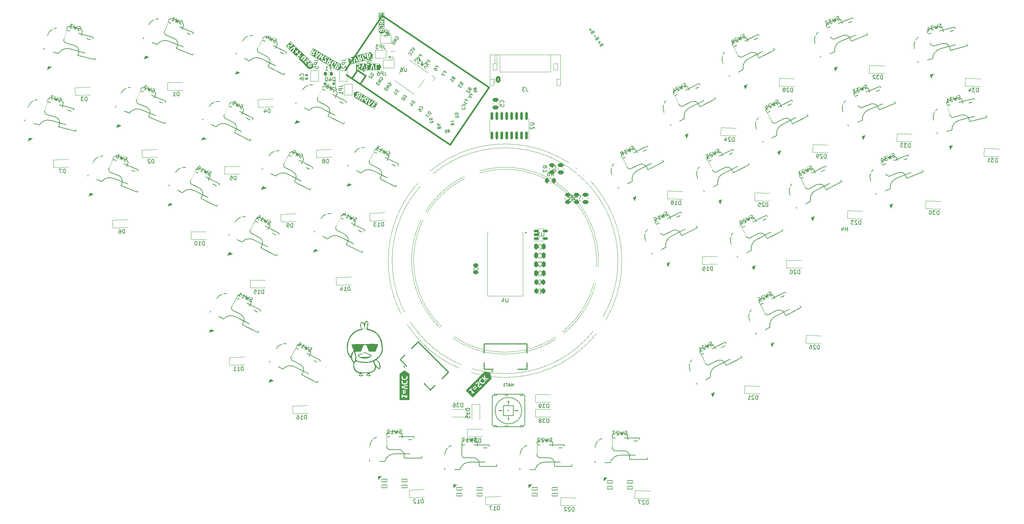
<source format=gbr>
%TF.GenerationSoftware,KiCad,Pcbnew,7.0.2*%
%TF.CreationDate,2024-07-01T00:10:33+02:00*%
%TF.ProjectId,BatreeqV2,42617472-6565-4715-9632-2e6b69636164,rev?*%
%TF.SameCoordinates,Original*%
%TF.FileFunction,Legend,Bot*%
%TF.FilePolarity,Positive*%
%FSLAX46Y46*%
G04 Gerber Fmt 4.6, Leading zero omitted, Abs format (unit mm)*
G04 Created by KiCad (PCBNEW 7.0.2) date 2024-07-01 00:10:33*
%MOMM*%
%LPD*%
G01*
G04 APERTURE LIST*
G04 Aperture macros list*
%AMRoundRect*
0 Rectangle with rounded corners*
0 $1 Rounding radius*
0 $2 $3 $4 $5 $6 $7 $8 $9 X,Y pos of 4 corners*
0 Add a 4 corners polygon primitive as box body*
4,1,4,$2,$3,$4,$5,$6,$7,$8,$9,$2,$3,0*
0 Add four circle primitives for the rounded corners*
1,1,$1+$1,$2,$3*
1,1,$1+$1,$4,$5*
1,1,$1+$1,$6,$7*
1,1,$1+$1,$8,$9*
0 Add four rect primitives between the rounded corners*
20,1,$1+$1,$2,$3,$4,$5,0*
20,1,$1+$1,$4,$5,$6,$7,0*
20,1,$1+$1,$6,$7,$8,$9,0*
20,1,$1+$1,$8,$9,$2,$3,0*%
%AMHorizOval*
0 Thick line with rounded ends*
0 $1 width*
0 $2 $3 position (X,Y) of the first rounded end (center of the circle)*
0 $4 $5 position (X,Y) of the second rounded end (center of the circle)*
0 Add line between two ends*
20,1,$1,$2,$3,$4,$5,0*
0 Add two circle primitives to create the rounded ends*
1,1,$1,$2,$3*
1,1,$1,$4,$5*%
%AMRotRect*
0 Rectangle, with rotation*
0 The origin of the aperture is its center*
0 $1 length*
0 $2 width*
0 $3 Rotation angle, in degrees counterclockwise*
0 Add horizontal line*
21,1,$1,$2,0,0,$3*%
%AMFreePoly0*
4,1,6,1.000000,0.000000,0.500000,-0.750000,-0.500000,-0.750000,-0.500000,0.750000,0.500000,0.750000,1.000000,0.000000,1.000000,0.000000,$1*%
%AMFreePoly1*
4,1,6,0.500000,-0.750000,-0.650000,-0.750000,-0.150000,0.000000,-0.650000,0.750000,0.500000,0.750000,0.500000,-0.750000,0.500000,-0.750000,$1*%
G04 Aperture macros list end*
%ADD10C,0.150000*%
%ADD11C,0.152400*%
%ADD12C,0.100000*%
%ADD13C,0.381000*%
%ADD14C,0.160000*%
%ADD15C,0.120000*%
%ADD16C,0.050000*%
%ADD17C,0.254000*%
%ADD18C,0.239605*%
%ADD19C,1.752600*%
%ADD20RoundRect,0.375000X0.829455X0.123000X0.399273X0.737364X-0.829455X-0.123000X-0.399273X-0.737364X0*%
%ADD21RoundRect,0.082000X0.718000X-0.328000X0.718000X0.328000X-0.718000X0.328000X-0.718000X-0.328000X0*%
%ADD22C,3.000000*%
%ADD23HorizOval,1.701800X0.482963X-0.129410X-0.482963X0.129410X0*%
%ADD24C,3.987800*%
%ADD25RotRect,2.600000X2.600000X345.000000*%
%ADD26RotRect,2.550000X2.500000X345.000000*%
%ADD27RotRect,3.000000X0.250000X165.000000*%
%ADD28RoundRect,0.062500X0.347636X0.272877X-0.410136X-0.164623X-0.347636X-0.272877X0.410136X0.164623X0*%
%ADD29RotRect,4.000000X0.250000X255.000000*%
%ADD30HorizOval,1.701800X0.445503X0.226995X-0.445503X-0.226995X0*%
%ADD31RotRect,2.550000X2.500000X27.000000*%
%ADD32RotRect,2.600000X2.600000X27.000000*%
%ADD33RotRect,3.000000X0.250000X207.000000*%
%ADD34RoundRect,0.062500X0.075754X0.435401X-0.194636X-0.396774X-0.075754X-0.435401X0.194636X0.396774X0*%
%ADD35RotRect,4.000000X0.250000X297.000000*%
%ADD36C,4.500000*%
%ADD37HorizOval,1.701800X0.482963X0.129410X-0.482963X-0.129410X0*%
%ADD38RotRect,2.600000X2.600000X15.000000*%
%ADD39RotRect,2.550000X2.500000X15.000000*%
%ADD40RotRect,4.000000X0.250000X285.000000*%
%ADD41RoundRect,0.062500X0.164623X0.410136X-0.272877X-0.347636X-0.164623X-0.410136X0.272877X0.347636X0*%
%ADD42RotRect,3.000000X0.250000X195.000000*%
%ADD43RoundRect,0.082000X0.778427X-0.130992X0.608642X0.502656X-0.778427X0.130992X-0.608642X-0.502656X0*%
%ADD44RoundRect,0.082000X0.788652X0.033715X0.490834X0.618215X-0.788652X-0.033715X-0.490834X-0.618215X0*%
%ADD45HorizOval,1.701800X0.445503X-0.226995X-0.445503X0.226995X0*%
%ADD46RotRect,2.550000X2.500000X333.000000*%
%ADD47RotRect,2.600000X2.600000X333.000000*%
%ADD48RotRect,4.000000X0.250000X243.000000*%
%ADD49RoundRect,0.062500X0.396774X0.194636X-0.435401X-0.075754X-0.396774X-0.194636X0.435401X0.075754X0*%
%ADD50RotRect,3.000000X0.250000X153.000000*%
%ADD51RoundRect,0.082000X0.490834X-0.618215X0.788652X-0.033715X-0.490834X0.618215X-0.788652X0.033715X0*%
%ADD52RoundRect,0.082000X0.608642X-0.502656X0.778427X0.130992X-0.608642X0.502656X-0.778427X-0.130992X0*%
%ADD53O,2.701800X1.701800*%
%ADD54R,2.600000X2.600000*%
%ADD55R,2.550000X2.500000*%
%ADD56R,3.000000X0.250000*%
%ADD57R,0.250000X4.000000*%
%ADD58RoundRect,0.062500X0.265165X0.353553X-0.353553X-0.265165X-0.265165X-0.353553X0.353553X0.265165X0*%
%ADD59RoundRect,0.082000X0.788589X-0.035149X0.542847X0.573084X-0.788589X0.035149X-0.542847X-0.573084X0*%
%ADD60HorizOval,1.701800X0.463592X0.187303X-0.463592X-0.187303X0*%
%ADD61RotRect,2.600000X2.600000X22.000000*%
%ADD62RotRect,2.550000X2.500000X22.000000*%
%ADD63RotRect,3.000000X0.250000X202.000000*%
%ADD64RotRect,4.000000X0.250000X292.000000*%
%ADD65RoundRect,0.062500X0.113413X0.427142X-0.228476X-0.378300X-0.113413X-0.427142X0.228476X0.378300X0*%
%ADD66HorizOval,1.701800X0.463592X-0.187303X-0.463592X0.187303X0*%
%ADD67RotRect,2.550000X2.500000X338.000000*%
%ADD68RotRect,2.600000X2.600000X338.000000*%
%ADD69RotRect,3.000000X0.250000X158.000000*%
%ADD70RotRect,4.000000X0.250000X248.000000*%
%ADD71RoundRect,0.062500X0.378300X0.228476X-0.427142X-0.113413X-0.378300X-0.228476X0.427142X0.113413X0*%
%ADD72C,1.600000*%
%ADD73C,1.800000*%
%ADD74RoundRect,0.082000X0.542847X-0.573084X0.788589X0.035149X-0.542847X0.573084X-0.788589X-0.035149X0*%
%ADD75C,2.400000*%
%ADD76C,3.200000*%
%ADD77C,4.200000*%
%ADD78C,2.100000*%
%ADD79RotRect,4.400000X4.400000X140.000000*%
%ADD80C,1.700000*%
%ADD81HorizOval,1.700000X0.000000X0.000000X0.000000X0.000000X0*%
%ADD82HorizOval,2.200000X0.532449X0.372825X-0.532449X-0.372825X0*%
%ADD83RotRect,1.500000X2.500000X125.000000*%
%ADD84HorizOval,1.500000X0.409576X0.286788X-0.409576X-0.286788X0*%
%ADD85RotRect,0.900000X1.200000X358.000000*%
%ADD86R,0.900000X1.200000*%
%ADD87RoundRect,0.085000X-0.265000X-0.085000X0.265000X-0.085000X0.265000X0.085000X-0.265000X0.085000X0*%
%ADD88O,0.700000X0.340000*%
%ADD89RoundRect,0.150000X0.175000X0.150000X-0.175000X0.150000X-0.175000X-0.150000X0.175000X-0.150000X0*%
%ADD90RoundRect,0.250000X0.250000X0.475000X-0.250000X0.475000X-0.250000X-0.475000X0.250000X-0.475000X0*%
%ADD91R,0.280000X1.250000*%
%ADD92R,1.800000X2.000000*%
%ADD93RotRect,0.900000X1.200000X2.000000*%
%ADD94RoundRect,0.250000X-0.475000X0.250000X-0.475000X-0.250000X0.475000X-0.250000X0.475000X0.250000X0*%
%ADD95RoundRect,0.150000X0.150000X-0.825000X0.150000X0.825000X-0.150000X0.825000X-0.150000X-0.825000X0*%
%ADD96RoundRect,0.140000X-0.170000X0.140000X-0.170000X-0.140000X0.170000X-0.140000X0.170000X0.140000X0*%
%ADD97RoundRect,0.250000X-0.450000X0.262500X-0.450000X-0.262500X0.450000X-0.262500X0.450000X0.262500X0*%
%ADD98RotRect,0.280000X1.250000X315.000000*%
%ADD99RotRect,1.800000X2.000000X315.000000*%
%ADD100RoundRect,0.250000X0.262500X0.450000X-0.262500X0.450000X-0.262500X-0.450000X0.262500X-0.450000X0*%
%ADD101RoundRect,0.250000X-0.262500X-0.450000X0.262500X-0.450000X0.262500X0.450000X-0.262500X0.450000X0*%
%ADD102RoundRect,0.250000X0.450000X-0.262500X0.450000X0.262500X-0.450000X0.262500X-0.450000X-0.262500X0*%
%ADD103RotRect,0.900000X1.200000X1.000000*%
%ADD104FreePoly0,0.000000*%
%ADD105FreePoly1,0.000000*%
%ADD106FreePoly0,270.000000*%
%ADD107FreePoly1,270.000000*%
%ADD108FreePoly0,180.000000*%
%ADD109FreePoly1,180.000000*%
%ADD110RoundRect,0.218750X0.218750X0.256250X-0.218750X0.256250X-0.218750X-0.256250X0.218750X-0.256250X0*%
%ADD111RotRect,0.900000X1.200000X359.000000*%
%ADD112R,1.200000X0.900000*%
%ADD113RoundRect,0.250000X-0.250000X-0.475000X0.250000X-0.475000X0.250000X0.475000X-0.250000X0.475000X0*%
%ADD114R,1.400000X1.400000*%
%ADD115C,1.400000*%
%ADD116RoundRect,0.150000X-0.512500X-0.150000X0.512500X-0.150000X0.512500X0.150000X-0.512500X0.150000X0*%
%ADD117RoundRect,0.250000X0.475000X-0.250000X0.475000X0.250000X-0.475000X0.250000X-0.475000X-0.250000X0*%
%ADD118RotRect,1.600000X1.400000X325.000000*%
%ADD119RoundRect,0.250000X-0.350000X-0.625000X0.350000X-0.625000X0.350000X0.625000X-0.350000X0.625000X0*%
%ADD120O,1.200000X1.750000*%
G04 APERTURE END LIST*
D10*
%TO.C,SW7*%
X36034620Y-57808822D02*
X35884306Y-57817844D01*
X35884306Y-57817844D02*
X35654324Y-57756220D01*
X35654324Y-57756220D02*
X35574656Y-57685574D01*
X35574656Y-57685574D02*
X35540984Y-57627253D01*
X35540984Y-57627253D02*
X35519637Y-57522936D01*
X35519637Y-57522936D02*
X35544286Y-57430943D01*
X35544286Y-57430943D02*
X35614932Y-57351274D01*
X35614932Y-57351274D02*
X35673253Y-57317603D01*
X35673253Y-57317603D02*
X35777571Y-57296256D01*
X35777571Y-57296256D02*
X35973881Y-57299558D01*
X35973881Y-57299558D02*
X36078199Y-57278211D01*
X36078199Y-57278211D02*
X36136520Y-57244539D01*
X36136520Y-57244539D02*
X36207166Y-57164871D01*
X36207166Y-57164871D02*
X36231816Y-57072878D01*
X36231816Y-57072878D02*
X36210469Y-56968561D01*
X36210469Y-56968561D02*
X36176797Y-56910239D01*
X36176797Y-56910239D02*
X36097129Y-56839593D01*
X36097129Y-56839593D02*
X35867146Y-56777970D01*
X35867146Y-56777970D02*
X35716832Y-56786992D01*
X35407182Y-56654723D02*
X34918380Y-57559025D01*
X34918380Y-57559025D02*
X34919265Y-56819779D01*
X34919265Y-56819779D02*
X34550408Y-57460427D01*
X34550408Y-57460427D02*
X34579245Y-56432878D01*
X34303266Y-56358930D02*
X33659316Y-56186383D01*
X33659316Y-56186383D02*
X33814465Y-57263232D01*
%TO.C,SW26*%
X218718906Y-107402894D02*
X218613238Y-107510178D01*
X218613238Y-107510178D02*
X218401094Y-107618271D01*
X218401094Y-107618271D02*
X218294617Y-107619080D01*
X218294617Y-107619080D02*
X218230570Y-107598269D01*
X218230570Y-107598269D02*
X218144904Y-107535030D01*
X218144904Y-107535030D02*
X218101667Y-107450172D01*
X218101667Y-107450172D02*
X218100858Y-107343696D01*
X218100858Y-107343696D02*
X218121668Y-107279648D01*
X218121668Y-107279648D02*
X218184908Y-107193982D01*
X218184908Y-107193982D02*
X218333005Y-107065079D01*
X218333005Y-107065079D02*
X218396244Y-106979413D01*
X218396244Y-106979413D02*
X218417054Y-106915366D01*
X218417054Y-106915366D02*
X218416246Y-106808889D01*
X218416246Y-106808889D02*
X218373009Y-106724031D01*
X218373009Y-106724031D02*
X218287342Y-106660792D01*
X218287342Y-106660792D02*
X218223295Y-106639982D01*
X218223295Y-106639982D02*
X218116819Y-106640790D01*
X218116819Y-106640790D02*
X217904674Y-106748883D01*
X217904674Y-106748883D02*
X217799006Y-106856168D01*
X217480385Y-106965069D02*
X217722231Y-107964169D01*
X217722231Y-107964169D02*
X217228237Y-107414210D01*
X217228237Y-107414210D02*
X217382800Y-108137118D01*
X217382800Y-108137118D02*
X216716665Y-107354204D01*
X216462901Y-107590392D02*
X216398853Y-107569582D01*
X216398853Y-107569582D02*
X216292377Y-107570390D01*
X216292377Y-107570390D02*
X216080232Y-107678483D01*
X216080232Y-107678483D02*
X216016993Y-107764149D01*
X216016993Y-107764149D02*
X215996183Y-107828196D01*
X215996183Y-107828196D02*
X215996991Y-107934673D01*
X215996991Y-107934673D02*
X216040228Y-108019531D01*
X216040228Y-108019531D02*
X216147513Y-108125199D01*
X216147513Y-108125199D02*
X216916083Y-108374922D01*
X216916083Y-108374922D02*
X216364507Y-108655964D01*
X215146797Y-108154092D02*
X215316512Y-108067618D01*
X215316512Y-108067618D02*
X215422989Y-108066809D01*
X215422989Y-108066809D02*
X215487036Y-108087620D01*
X215487036Y-108087620D02*
X215636750Y-108171669D01*
X215636750Y-108171669D02*
X215765653Y-108319766D01*
X215765653Y-108319766D02*
X215938602Y-108659197D01*
X215938602Y-108659197D02*
X215939410Y-108765673D01*
X215939410Y-108765673D02*
X215918600Y-108829721D01*
X215918600Y-108829721D02*
X215855361Y-108915387D01*
X215855361Y-108915387D02*
X215685645Y-109001861D01*
X215685645Y-109001861D02*
X215579169Y-109002670D01*
X215579169Y-109002670D02*
X215515121Y-108981859D01*
X215515121Y-108981859D02*
X215429455Y-108918620D01*
X215429455Y-108918620D02*
X215321362Y-108706476D01*
X215321362Y-108706476D02*
X215320554Y-108599999D01*
X215320554Y-108599999D02*
X215341364Y-108535952D01*
X215341364Y-108535952D02*
X215404603Y-108450286D01*
X215404603Y-108450286D02*
X215574319Y-108363811D01*
X215574319Y-108363811D02*
X215680795Y-108363003D01*
X215680795Y-108363003D02*
X215744843Y-108383813D01*
X215744843Y-108383813D02*
X215830509Y-108447053D01*
%TO.C,SW34*%
X262225100Y-38641941D02*
X262099435Y-38724912D01*
X262099435Y-38724912D02*
X261869453Y-38786536D01*
X261869453Y-38786536D02*
X261765136Y-38765189D01*
X261765136Y-38765189D02*
X261706814Y-38731517D01*
X261706814Y-38731517D02*
X261636168Y-38651849D01*
X261636168Y-38651849D02*
X261611519Y-38559856D01*
X261611519Y-38559856D02*
X261632866Y-38455538D01*
X261632866Y-38455538D02*
X261666538Y-38397217D01*
X261666538Y-38397217D02*
X261746206Y-38326571D01*
X261746206Y-38326571D02*
X261917867Y-38231276D01*
X261917867Y-38231276D02*
X261997535Y-38160630D01*
X261997535Y-38160630D02*
X262031207Y-38102309D01*
X262031207Y-38102309D02*
X262052554Y-37997991D01*
X262052554Y-37997991D02*
X262027905Y-37905998D01*
X262027905Y-37905998D02*
X261957259Y-37826330D01*
X261957259Y-37826330D02*
X261898938Y-37792658D01*
X261898938Y-37792658D02*
X261794620Y-37771311D01*
X261794620Y-37771311D02*
X261564638Y-37832935D01*
X261564638Y-37832935D02*
X261438973Y-37915905D01*
X261104673Y-37956182D02*
X261133510Y-38983731D01*
X261133510Y-38983731D02*
X260764653Y-38343083D01*
X260764653Y-38343083D02*
X260765538Y-39082329D01*
X260765538Y-39082329D02*
X260276736Y-38178027D01*
X260000758Y-38251975D02*
X259402804Y-38412196D01*
X259402804Y-38412196D02*
X259823377Y-38693895D01*
X259823377Y-38693895D02*
X259685387Y-38730869D01*
X259685387Y-38730869D02*
X259605719Y-38801515D01*
X259605719Y-38801515D02*
X259572047Y-38859836D01*
X259572047Y-38859836D02*
X259550700Y-38964154D01*
X259550700Y-38964154D02*
X259612324Y-39194136D01*
X259612324Y-39194136D02*
X259682970Y-39273804D01*
X259682970Y-39273804D02*
X259741291Y-39307476D01*
X259741291Y-39307476D02*
X259845609Y-39328823D01*
X259845609Y-39328823D02*
X260121587Y-39254875D01*
X260121587Y-39254875D02*
X260201256Y-39184229D01*
X260201256Y-39184229D02*
X260234927Y-39125908D01*
X258661140Y-38956016D02*
X258833686Y-39599967D01*
X258792525Y-38526421D02*
X259207378Y-39154745D01*
X259207378Y-39154745D02*
X258609424Y-39314966D01*
%TO.C,U1*%
X140171615Y-57502692D02*
X140320733Y-57281616D01*
X140668139Y-57515944D02*
X140004909Y-57068590D01*
X140004909Y-57068590D02*
X139791883Y-57384414D01*
X140050364Y-58431833D02*
X140305995Y-58052844D01*
X140178180Y-58242339D02*
X139514950Y-57794984D01*
X139514950Y-57794984D02*
X139652302Y-57795727D01*
X139652302Y-57795727D02*
X139758072Y-57775168D01*
X139758072Y-57775168D02*
X139832260Y-57733306D01*
X128785762Y-59634616D02*
X128838647Y-59624336D01*
X128838647Y-59624336D02*
X128934138Y-59550892D01*
X128934138Y-59550892D02*
X128976743Y-59487727D01*
X128976743Y-59487727D02*
X129009068Y-59371677D01*
X129009068Y-59371677D02*
X128988509Y-59265907D01*
X128988509Y-59265907D02*
X128946646Y-59191720D01*
X128946646Y-59191720D02*
X128841619Y-59074927D01*
X128841619Y-59074927D02*
X128746872Y-59011019D01*
X128746872Y-59011019D02*
X128599240Y-58957391D01*
X128599240Y-58957391D02*
X128514773Y-58946368D01*
X128514773Y-58946368D02*
X128409003Y-58966928D01*
X128409003Y-58966928D02*
X128313513Y-59040372D01*
X128313513Y-59040372D02*
X128270907Y-59103537D01*
X128270907Y-59103537D02*
X128238582Y-59219587D01*
X128238582Y-59219587D02*
X128248862Y-59272472D01*
X127802251Y-59798350D02*
X127887461Y-59672020D01*
X127887461Y-59672020D02*
X127961648Y-59630158D01*
X127961648Y-59630158D02*
X128014533Y-59619878D01*
X128014533Y-59619878D02*
X128151886Y-59620621D01*
X128151886Y-59620621D02*
X128299518Y-59674249D01*
X128299518Y-59674249D02*
X128552177Y-59844670D01*
X128552177Y-59844670D02*
X128594039Y-59918857D01*
X128594039Y-59918857D02*
X128604319Y-59971742D01*
X128604319Y-59971742D02*
X128593296Y-60056210D01*
X128593296Y-60056210D02*
X128508086Y-60182539D01*
X128508086Y-60182539D02*
X128433898Y-60224401D01*
X128433898Y-60224401D02*
X128381013Y-60234681D01*
X128381013Y-60234681D02*
X128296546Y-60223658D01*
X128296546Y-60223658D02*
X128138634Y-60117145D01*
X128138634Y-60117145D02*
X128096772Y-60042958D01*
X128096772Y-60042958D02*
X128086492Y-59990073D01*
X128086492Y-59990073D02*
X128097515Y-59905606D01*
X128097515Y-59905606D02*
X128182725Y-59779276D01*
X128182725Y-59779276D02*
X128256913Y-59737414D01*
X128256913Y-59737414D02*
X128309798Y-59727134D01*
X128309798Y-59727134D02*
X128394265Y-59738157D01*
X136821294Y-51650583D02*
X136788969Y-51766632D01*
X136788969Y-51766632D02*
X136799248Y-51819517D01*
X136799248Y-51819517D02*
X136841111Y-51893705D01*
X136841111Y-51893705D02*
X136935858Y-51957613D01*
X136935858Y-51957613D02*
X137020325Y-51968636D01*
X137020325Y-51968636D02*
X137073210Y-51958356D01*
X137073210Y-51958356D02*
X137147398Y-51916494D01*
X137147398Y-51916494D02*
X137317818Y-51663834D01*
X137317818Y-51663834D02*
X136654588Y-51216480D01*
X136654588Y-51216480D02*
X136505470Y-51437557D01*
X136505470Y-51437557D02*
X136494447Y-51522024D01*
X136494447Y-51522024D02*
X136504727Y-51574909D01*
X136504727Y-51574909D02*
X136546589Y-51649097D01*
X136546589Y-51649097D02*
X136609754Y-51691702D01*
X136609754Y-51691702D02*
X136694221Y-51702725D01*
X136694221Y-51702725D02*
X136747106Y-51692445D01*
X136747106Y-51692445D02*
X136821294Y-51650583D01*
X136821294Y-51650583D02*
X136970412Y-51429506D01*
X136636135Y-52674471D02*
X136891767Y-52295482D01*
X136763951Y-52484976D02*
X136100721Y-52037622D01*
X136100721Y-52037622D02*
X136238073Y-52038365D01*
X136238073Y-52038365D02*
X136343843Y-52017806D01*
X136343843Y-52017806D02*
X136418031Y-51975943D01*
X120060540Y-53174990D02*
X120071563Y-53090522D01*
X120071563Y-53090522D02*
X120135470Y-52995775D01*
X120135470Y-52995775D02*
X120230960Y-52922331D01*
X120230960Y-52922331D02*
X120336730Y-52901771D01*
X120336730Y-52901771D02*
X120421198Y-52912794D01*
X120421198Y-52912794D02*
X120568830Y-52966422D01*
X120568830Y-52966422D02*
X120663577Y-53030330D01*
X120663577Y-53030330D02*
X120768604Y-53147122D01*
X120768604Y-53147122D02*
X120810466Y-53221310D01*
X120810466Y-53221310D02*
X120831026Y-53327080D01*
X120831026Y-53327080D02*
X120798700Y-53443130D01*
X120798700Y-53443130D02*
X120756095Y-53506294D01*
X120756095Y-53506294D02*
X120660605Y-53579739D01*
X120660605Y-53579739D02*
X120607720Y-53590019D01*
X120607720Y-53590019D02*
X120386643Y-53440901D01*
X120386643Y-53440901D02*
X120471854Y-53314571D01*
X120479162Y-53916865D02*
X119815931Y-53469511D01*
X119815931Y-53469511D02*
X120223530Y-54295854D01*
X120223530Y-54295854D02*
X119560300Y-53848500D01*
X120010505Y-54611678D02*
X119347275Y-54164323D01*
X119347275Y-54164323D02*
X119240762Y-54322235D01*
X119240762Y-54322235D02*
X119208436Y-54438285D01*
X119208436Y-54438285D02*
X119228996Y-54544055D01*
X119228996Y-54544055D02*
X119270858Y-54618242D01*
X119270858Y-54618242D02*
X119375885Y-54735035D01*
X119375885Y-54735035D02*
X119470632Y-54798943D01*
X119470632Y-54798943D02*
X119618264Y-54852571D01*
X119618264Y-54852571D02*
X119702732Y-54863594D01*
X119702732Y-54863594D02*
X119808502Y-54843034D01*
X119808502Y-54843034D02*
X119903992Y-54769590D01*
X119903992Y-54769590D02*
X120010505Y-54611678D01*
X131210313Y-60718582D02*
X130547083Y-60271228D01*
X130547083Y-60271228D02*
X130440570Y-60429140D01*
X130440570Y-60429140D02*
X130408245Y-60545190D01*
X130408245Y-60545190D02*
X130428804Y-60650960D01*
X130428804Y-60650960D02*
X130470667Y-60725147D01*
X130470667Y-60725147D02*
X130575694Y-60841940D01*
X130575694Y-60841940D02*
X130670441Y-60905848D01*
X130670441Y-60905848D02*
X130818073Y-60959476D01*
X130818073Y-60959476D02*
X130902540Y-60970499D01*
X130902540Y-60970499D02*
X131008310Y-60949939D01*
X131008310Y-60949939D02*
X131103800Y-60876494D01*
X131103800Y-60876494D02*
X131210313Y-60718582D01*
X130142334Y-60871293D02*
X129844098Y-61313447D01*
X129844098Y-61313447D02*
X130699051Y-61476560D01*
X115652136Y-46015809D02*
X115396505Y-46394798D01*
X116187551Y-46652658D02*
X115524321Y-46205304D01*
X115289992Y-46552710D02*
X115654986Y-47442218D01*
X114991756Y-46994864D02*
X115953222Y-47000064D01*
X114736125Y-47373852D02*
X114693520Y-47437017D01*
X114693520Y-47437017D02*
X114682497Y-47521484D01*
X114682497Y-47521484D02*
X114692777Y-47574369D01*
X114692777Y-47574369D02*
X114734639Y-47648557D01*
X114734639Y-47648557D02*
X114839666Y-47765350D01*
X114839666Y-47765350D02*
X114997578Y-47871863D01*
X114997578Y-47871863D02*
X115145210Y-47925491D01*
X115145210Y-47925491D02*
X115229677Y-47936513D01*
X115229677Y-47936513D02*
X115282562Y-47926234D01*
X115282562Y-47926234D02*
X115356750Y-47884371D01*
X115356750Y-47884371D02*
X115399355Y-47821207D01*
X115399355Y-47821207D02*
X115410378Y-47736739D01*
X115410378Y-47736739D02*
X115400098Y-47683854D01*
X115400098Y-47683854D02*
X115358236Y-47609667D01*
X115358236Y-47609667D02*
X115253209Y-47492874D01*
X115253209Y-47492874D02*
X115095297Y-47386361D01*
X115095297Y-47386361D02*
X114947665Y-47332733D01*
X114947665Y-47332733D02*
X114863197Y-47321710D01*
X114863197Y-47321710D02*
X114810312Y-47331990D01*
X114810312Y-47331990D02*
X114736125Y-47373852D01*
X114044162Y-48331604D02*
X115280333Y-48338291D01*
X114589857Y-49021337D02*
X113926626Y-48573983D01*
X113926626Y-48573983D02*
X113820114Y-48731895D01*
X113820114Y-48731895D02*
X113787788Y-48847945D01*
X113787788Y-48847945D02*
X113808348Y-48953715D01*
X113808348Y-48953715D02*
X113850210Y-49027902D01*
X113850210Y-49027902D02*
X113955237Y-49144695D01*
X113955237Y-49144695D02*
X114049984Y-49208603D01*
X114049984Y-49208603D02*
X114197616Y-49262231D01*
X114197616Y-49262231D02*
X114282083Y-49273253D01*
X114282083Y-49273253D02*
X114387853Y-49252694D01*
X114387853Y-49252694D02*
X114483344Y-49179249D01*
X114483344Y-49179249D02*
X114589857Y-49021337D01*
X113521877Y-49174048D02*
X113244944Y-49584619D01*
X113244944Y-49584619D02*
X113646721Y-49533963D01*
X113646721Y-49533963D02*
X113582813Y-49628710D01*
X113582813Y-49628710D02*
X113571790Y-49713178D01*
X113571790Y-49713178D02*
X113582070Y-49766063D01*
X113582070Y-49766063D02*
X113623932Y-49840250D01*
X113623932Y-49840250D02*
X113781844Y-49946763D01*
X113781844Y-49946763D02*
X113866312Y-49957786D01*
X113866312Y-49957786D02*
X113919197Y-49947506D01*
X113919197Y-49947506D02*
X113993384Y-49905644D01*
X113993384Y-49905644D02*
X114121200Y-49716150D01*
X114121200Y-49716150D02*
X114132222Y-49631682D01*
X114132222Y-49631682D02*
X114121943Y-49578797D01*
X132577829Y-48857256D02*
X132726947Y-48636180D01*
X133074353Y-48870508D02*
X132411123Y-48423154D01*
X132411123Y-48423154D02*
X132198097Y-48738978D01*
X131835954Y-49275878D02*
X131921164Y-49149548D01*
X131921164Y-49149548D02*
X131995351Y-49107686D01*
X131995351Y-49107686D02*
X132048236Y-49097406D01*
X132048236Y-49097406D02*
X132185589Y-49098149D01*
X132185589Y-49098149D02*
X132333221Y-49151777D01*
X132333221Y-49151777D02*
X132585880Y-49322198D01*
X132585880Y-49322198D02*
X132627742Y-49396386D01*
X132627742Y-49396386D02*
X132638022Y-49449271D01*
X132638022Y-49449271D02*
X132626999Y-49533738D01*
X132626999Y-49533738D02*
X132541789Y-49660068D01*
X132541789Y-49660068D02*
X132467601Y-49701930D01*
X132467601Y-49701930D02*
X132414716Y-49712210D01*
X132414716Y-49712210D02*
X132330249Y-49701187D01*
X132330249Y-49701187D02*
X132172337Y-49594674D01*
X132172337Y-49594674D02*
X132130475Y-49520486D01*
X132130475Y-49520486D02*
X132120195Y-49467601D01*
X132120195Y-49467601D02*
X132131218Y-49383134D01*
X132131218Y-49383134D02*
X132216428Y-49256804D01*
X132216428Y-49256804D02*
X132290616Y-49214942D01*
X132290616Y-49214942D02*
X132343501Y-49204662D01*
X132343501Y-49204662D02*
X132427968Y-49215685D01*
X139138219Y-59276919D02*
X139108092Y-59321584D01*
X139108092Y-59321584D02*
X139092504Y-59441039D01*
X139092504Y-59441039D02*
X139107042Y-59515829D01*
X139107042Y-59515829D02*
X139166244Y-59620746D01*
X139166244Y-59620746D02*
X139255572Y-59680999D01*
X139255572Y-59680999D02*
X139337632Y-59703857D01*
X139337632Y-59703857D02*
X139494482Y-59712176D01*
X139494482Y-59712176D02*
X139606668Y-59690369D01*
X139606668Y-59690369D02*
X139748980Y-59623898D01*
X139748980Y-59623898D02*
X139816502Y-59571965D01*
X139816502Y-59571965D02*
X139876755Y-59482637D01*
X139876755Y-59482637D02*
X139892343Y-59363182D01*
X139892343Y-59363182D02*
X139877805Y-59288391D01*
X139877805Y-59288391D02*
X139818603Y-59183474D01*
X139818603Y-59183474D02*
X139773939Y-59153348D01*
X139797847Y-58877043D02*
X139696083Y-58353508D01*
X139696083Y-58353508D02*
X138976201Y-58842713D01*
X126392094Y-43719950D02*
X126906206Y-44388381D01*
X126906206Y-44388381D02*
X126093857Y-44162104D01*
X126289174Y-45166918D02*
X126342059Y-45156638D01*
X126342059Y-45156638D02*
X126437549Y-45083193D01*
X126437549Y-45083193D02*
X126480154Y-45020029D01*
X126480154Y-45020029D02*
X126512479Y-44903979D01*
X126512479Y-44903979D02*
X126491920Y-44798209D01*
X126491920Y-44798209D02*
X126450058Y-44724021D01*
X126450058Y-44724021D02*
X126345031Y-44607229D01*
X126345031Y-44607229D02*
X126250284Y-44543321D01*
X126250284Y-44543321D02*
X126102651Y-44489693D01*
X126102651Y-44489693D02*
X126018184Y-44478670D01*
X126018184Y-44478670D02*
X125912414Y-44499230D01*
X125912414Y-44499230D02*
X125816924Y-44572674D01*
X125816924Y-44572674D02*
X125774319Y-44635839D01*
X125774319Y-44635839D02*
X125741993Y-44751889D01*
X125741993Y-44751889D02*
X125752273Y-44804774D01*
X125841819Y-45830148D02*
X125894704Y-45819868D01*
X125894704Y-45819868D02*
X125990195Y-45746423D01*
X125990195Y-45746423D02*
X126032800Y-45683259D01*
X126032800Y-45683259D02*
X126065125Y-45567209D01*
X126065125Y-45567209D02*
X126044565Y-45461439D01*
X126044565Y-45461439D02*
X126002703Y-45387251D01*
X126002703Y-45387251D02*
X125897676Y-45270459D01*
X125897676Y-45270459D02*
X125802929Y-45206551D01*
X125802929Y-45206551D02*
X125655297Y-45152923D01*
X125655297Y-45152923D02*
X125570830Y-45141900D01*
X125570830Y-45141900D02*
X125465060Y-45162460D01*
X125465060Y-45162460D02*
X125369570Y-45235904D01*
X125369570Y-45235904D02*
X125326964Y-45299069D01*
X125326964Y-45299069D02*
X125294639Y-45415119D01*
X125294639Y-45415119D02*
X125304919Y-45468004D01*
X121956534Y-41279542D02*
X121967557Y-41195074D01*
X121967557Y-41195074D02*
X122031464Y-41100327D01*
X122031464Y-41100327D02*
X122126954Y-41026883D01*
X122126954Y-41026883D02*
X122232724Y-41006323D01*
X122232724Y-41006323D02*
X122317192Y-41017346D01*
X122317192Y-41017346D02*
X122464824Y-41070974D01*
X122464824Y-41070974D02*
X122559571Y-41134882D01*
X122559571Y-41134882D02*
X122664598Y-41251674D01*
X122664598Y-41251674D02*
X122706460Y-41325862D01*
X122706460Y-41325862D02*
X122727020Y-41431632D01*
X122727020Y-41431632D02*
X122694694Y-41547682D01*
X122694694Y-41547682D02*
X122652089Y-41610846D01*
X122652089Y-41610846D02*
X122556599Y-41684291D01*
X122556599Y-41684291D02*
X122503714Y-41694571D01*
X122503714Y-41694571D02*
X122282637Y-41545453D01*
X122282637Y-41545453D02*
X122367848Y-41419123D01*
X122375156Y-42021417D02*
X121711925Y-41574063D01*
X121711925Y-41574063D02*
X122119524Y-42400406D01*
X122119524Y-42400406D02*
X121456294Y-41953052D01*
X121906499Y-42716230D02*
X121243269Y-42268875D01*
X121243269Y-42268875D02*
X121136756Y-42426787D01*
X121136756Y-42426787D02*
X121104430Y-42542837D01*
X121104430Y-42542837D02*
X121124990Y-42648607D01*
X121124990Y-42648607D02*
X121166852Y-42722794D01*
X121166852Y-42722794D02*
X121271879Y-42839587D01*
X121271879Y-42839587D02*
X121366626Y-42903495D01*
X121366626Y-42903495D02*
X121514258Y-42957123D01*
X121514258Y-42957123D02*
X121598726Y-42968146D01*
X121598726Y-42968146D02*
X121704496Y-42947586D01*
X121704496Y-42947586D02*
X121799986Y-42874142D01*
X121799986Y-42874142D02*
X121906499Y-42716230D01*
X136632210Y-63482536D02*
X136580409Y-63390733D01*
X136580409Y-63390733D02*
X136541327Y-63364373D01*
X136541327Y-63364373D02*
X136469525Y-63344373D01*
X136469525Y-63344373D02*
X136371363Y-63363453D01*
X136371363Y-63363453D02*
X136312281Y-63408895D01*
X136312281Y-63408895D02*
X136285920Y-63447976D01*
X136285920Y-63447976D02*
X136265920Y-63519778D01*
X136265920Y-63519778D02*
X136316802Y-63781546D01*
X136316802Y-63781546D02*
X137003942Y-63647979D01*
X137003942Y-63647979D02*
X136959419Y-63418933D01*
X136959419Y-63418933D02*
X136913978Y-63359851D01*
X136913978Y-63359851D02*
X136874897Y-63333491D01*
X136874897Y-63333491D02*
X136803095Y-63313490D01*
X136803095Y-63313490D02*
X136737653Y-63326211D01*
X136737653Y-63326211D02*
X136678571Y-63371653D01*
X136678571Y-63371653D02*
X136652211Y-63410734D01*
X136652211Y-63410734D02*
X136632210Y-63482536D01*
X136632210Y-63482536D02*
X136676732Y-63711582D01*
X136883096Y-63026282D02*
X136794052Y-62568189D01*
X136794052Y-62568189D02*
X136164155Y-62996244D01*
X141032805Y-54491283D02*
X141000480Y-54607332D01*
X141000480Y-54607332D02*
X141010759Y-54660217D01*
X141010759Y-54660217D02*
X141052622Y-54734405D01*
X141052622Y-54734405D02*
X141147369Y-54798313D01*
X141147369Y-54798313D02*
X141231836Y-54809336D01*
X141231836Y-54809336D02*
X141284721Y-54799056D01*
X141284721Y-54799056D02*
X141358909Y-54757194D01*
X141358909Y-54757194D02*
X141529329Y-54504534D01*
X141529329Y-54504534D02*
X140866099Y-54057180D01*
X140866099Y-54057180D02*
X140716981Y-54278257D01*
X140716981Y-54278257D02*
X140705958Y-54362724D01*
X140705958Y-54362724D02*
X140716238Y-54415609D01*
X140716238Y-54415609D02*
X140758100Y-54489797D01*
X140758100Y-54489797D02*
X140821265Y-54532402D01*
X140821265Y-54532402D02*
X140905732Y-54543425D01*
X140905732Y-54543425D02*
X140958617Y-54533145D01*
X140958617Y-54533145D02*
X141032805Y-54491283D01*
X141032805Y-54491283D02*
X141181923Y-54270206D01*
X140503212Y-54731433D02*
X140450327Y-54741713D01*
X140450327Y-54741713D02*
X140376140Y-54783575D01*
X140376140Y-54783575D02*
X140269627Y-54941487D01*
X140269627Y-54941487D02*
X140258604Y-55025954D01*
X140258604Y-55025954D02*
X140268884Y-55078839D01*
X140268884Y-55078839D02*
X140310746Y-55153027D01*
X140310746Y-55153027D02*
X140373911Y-55195632D01*
X140373911Y-55195632D02*
X140489960Y-55227957D01*
X140489960Y-55227957D02*
X141124580Y-55104600D01*
X141124580Y-55104600D02*
X140847646Y-55515171D01*
X119975251Y-40287783D02*
X119942926Y-40403832D01*
X119942926Y-40403832D02*
X119953205Y-40456717D01*
X119953205Y-40456717D02*
X119995068Y-40530905D01*
X119995068Y-40530905D02*
X120089815Y-40594813D01*
X120089815Y-40594813D02*
X120174282Y-40605836D01*
X120174282Y-40605836D02*
X120227167Y-40595556D01*
X120227167Y-40595556D02*
X120301355Y-40553694D01*
X120301355Y-40553694D02*
X120471775Y-40301034D01*
X120471775Y-40301034D02*
X119808545Y-39853680D01*
X119808545Y-39853680D02*
X119659427Y-40074757D01*
X119659427Y-40074757D02*
X119648404Y-40159224D01*
X119648404Y-40159224D02*
X119658684Y-40212109D01*
X119658684Y-40212109D02*
X119700546Y-40286297D01*
X119700546Y-40286297D02*
X119763711Y-40328902D01*
X119763711Y-40328902D02*
X119848178Y-40339925D01*
X119848178Y-40339925D02*
X119901063Y-40329645D01*
X119901063Y-40329645D02*
X119975251Y-40287783D01*
X119975251Y-40287783D02*
X120124369Y-40066706D01*
X119275981Y-40643240D02*
X119233375Y-40706405D01*
X119233375Y-40706405D02*
X119222353Y-40790872D01*
X119222353Y-40790872D02*
X119232632Y-40843757D01*
X119232632Y-40843757D02*
X119274495Y-40917944D01*
X119274495Y-40917944D02*
X119379521Y-41034737D01*
X119379521Y-41034737D02*
X119537433Y-41141250D01*
X119537433Y-41141250D02*
X119685066Y-41194878D01*
X119685066Y-41194878D02*
X119769533Y-41205901D01*
X119769533Y-41205901D02*
X119822418Y-41195621D01*
X119822418Y-41195621D02*
X119896605Y-41153759D01*
X119896605Y-41153759D02*
X119939211Y-41090594D01*
X119939211Y-41090594D02*
X119950233Y-41006127D01*
X119950233Y-41006127D02*
X119939954Y-40953242D01*
X119939954Y-40953242D02*
X119898091Y-40879054D01*
X119898091Y-40879054D02*
X119793064Y-40762261D01*
X119793064Y-40762261D02*
X119635153Y-40655749D01*
X119635153Y-40655749D02*
X119487520Y-40602121D01*
X119487520Y-40602121D02*
X119403053Y-40591098D01*
X119403053Y-40591098D02*
X119350168Y-40601378D01*
X119350168Y-40601378D02*
X119275981Y-40643240D01*
X128366318Y-46016556D02*
X128515436Y-45795480D01*
X128862842Y-46029808D02*
X128199612Y-45582454D01*
X128199612Y-45582454D02*
X127986586Y-45898278D01*
X127845519Y-46584296D02*
X128287673Y-46882532D01*
X127699373Y-46255963D02*
X128279622Y-46417590D01*
X128279622Y-46417590D02*
X128002688Y-46828161D01*
X131307278Y-63060752D02*
X131256395Y-62798985D01*
X130823240Y-62766757D02*
X130895929Y-63140710D01*
X130895929Y-63140710D02*
X131681231Y-62988063D01*
X131681231Y-62988063D02*
X131608542Y-62614110D01*
X131477701Y-61940993D02*
X131506777Y-62090575D01*
X131506777Y-62090575D02*
X131483919Y-62172634D01*
X131483919Y-62172634D02*
X131453793Y-62217298D01*
X131453793Y-62217298D02*
X131356145Y-62313896D01*
X131356145Y-62313896D02*
X131213832Y-62380367D01*
X131213832Y-62380367D02*
X130914670Y-62438518D01*
X130914670Y-62438518D02*
X130832610Y-62415661D01*
X130832610Y-62415661D02*
X130787946Y-62385534D01*
X130787946Y-62385534D02*
X130736013Y-62318012D01*
X130736013Y-62318012D02*
X130706937Y-62168431D01*
X130706937Y-62168431D02*
X130729795Y-62086372D01*
X130729795Y-62086372D02*
X130759921Y-62041707D01*
X130759921Y-62041707D02*
X130827443Y-61989774D01*
X130827443Y-61989774D02*
X131014420Y-61953430D01*
X131014420Y-61953430D02*
X131096479Y-61976287D01*
X131096479Y-61976287D02*
X131141143Y-62006414D01*
X131141143Y-62006414D02*
X131193077Y-62073935D01*
X131193077Y-62073935D02*
X131222152Y-62223517D01*
X131222152Y-62223517D02*
X131199295Y-62305576D01*
X131199295Y-62305576D02*
X131169168Y-62350240D01*
X131169168Y-62350240D02*
X131101647Y-62402174D01*
X122787291Y-55037182D02*
X122124061Y-54589828D01*
X122124061Y-54589828D02*
X122017548Y-54747740D01*
X122017548Y-54747740D02*
X121985223Y-54863790D01*
X121985223Y-54863790D02*
X122005782Y-54969560D01*
X122005782Y-54969560D02*
X122047645Y-55043747D01*
X122047645Y-55043747D02*
X122152672Y-55160540D01*
X122152672Y-55160540D02*
X122247419Y-55224448D01*
X122247419Y-55224448D02*
X122395051Y-55278076D01*
X122395051Y-55278076D02*
X122479518Y-55289099D01*
X122479518Y-55289099D02*
X122585288Y-55268539D01*
X122585288Y-55268539D02*
X122680778Y-55195094D01*
X122680778Y-55195094D02*
X122787291Y-55037182D01*
X122105608Y-56047819D02*
X122361240Y-55668830D01*
X122233424Y-55858324D02*
X121570194Y-55410970D01*
X121570194Y-55410970D02*
X121707546Y-55411713D01*
X121707546Y-55411713D02*
X121813316Y-55391154D01*
X121813316Y-55391154D02*
X121887504Y-55349291D01*
X130472074Y-47436906D02*
X130621192Y-47215830D01*
X130968598Y-47450158D02*
X130305368Y-47002804D01*
X130305368Y-47002804D02*
X130092342Y-47318628D01*
X129708896Y-47887110D02*
X129921922Y-47571287D01*
X129921922Y-47571287D02*
X130259048Y-47752730D01*
X130259048Y-47752730D02*
X130206163Y-47763010D01*
X130206163Y-47763010D02*
X130131976Y-47804872D01*
X130131976Y-47804872D02*
X130025463Y-47962784D01*
X130025463Y-47962784D02*
X130014440Y-48047251D01*
X130014440Y-48047251D02*
X130024720Y-48100136D01*
X130024720Y-48100136D02*
X130066582Y-48174324D01*
X130066582Y-48174324D02*
X130224494Y-48280837D01*
X130224494Y-48280837D02*
X130308961Y-48291860D01*
X130308961Y-48291860D02*
X130361846Y-48281580D01*
X130361846Y-48281580D02*
X130436034Y-48239718D01*
X130436034Y-48239718D02*
X130542547Y-48081806D01*
X130542547Y-48081806D02*
X130553569Y-47997338D01*
X130553569Y-47997338D02*
X130543290Y-47944453D01*
X116470025Y-50776132D02*
X115806795Y-50328778D01*
X115806795Y-50328778D02*
X115700282Y-50486690D01*
X115700282Y-50486690D02*
X115667957Y-50602740D01*
X115667957Y-50602740D02*
X115688516Y-50708510D01*
X115688516Y-50708510D02*
X115730379Y-50782697D01*
X115730379Y-50782697D02*
X115835406Y-50899490D01*
X115835406Y-50899490D02*
X115930153Y-50963398D01*
X115930153Y-50963398D02*
X116077785Y-51017026D01*
X116077785Y-51017026D02*
X116162252Y-51028049D01*
X116162252Y-51028049D02*
X116268022Y-51007489D01*
X116268022Y-51007489D02*
X116363512Y-50934044D01*
X116363512Y-50934044D02*
X116470025Y-50776132D01*
X115443908Y-51003031D02*
X115391023Y-51013311D01*
X115391023Y-51013311D02*
X115316836Y-51055173D01*
X115316836Y-51055173D02*
X115210323Y-51213085D01*
X115210323Y-51213085D02*
X115199300Y-51297552D01*
X115199300Y-51297552D02*
X115209580Y-51350437D01*
X115209580Y-51350437D02*
X115251442Y-51424625D01*
X115251442Y-51424625D02*
X115314607Y-51467230D01*
X115314607Y-51467230D02*
X115430656Y-51499555D01*
X115430656Y-51499555D02*
X116065276Y-51376198D01*
X116065276Y-51376198D02*
X115788342Y-51786769D01*
X117954785Y-51754640D02*
X117965808Y-51670172D01*
X117965808Y-51670172D02*
X118029715Y-51575425D01*
X118029715Y-51575425D02*
X118125205Y-51501981D01*
X118125205Y-51501981D02*
X118230975Y-51481421D01*
X118230975Y-51481421D02*
X118315443Y-51492444D01*
X118315443Y-51492444D02*
X118463075Y-51546072D01*
X118463075Y-51546072D02*
X118557822Y-51609980D01*
X118557822Y-51609980D02*
X118662849Y-51726772D01*
X118662849Y-51726772D02*
X118704711Y-51800960D01*
X118704711Y-51800960D02*
X118725271Y-51906730D01*
X118725271Y-51906730D02*
X118692945Y-52022780D01*
X118692945Y-52022780D02*
X118650340Y-52085944D01*
X118650340Y-52085944D02*
X118554850Y-52159389D01*
X118554850Y-52159389D02*
X118501965Y-52169669D01*
X118501965Y-52169669D02*
X118280888Y-52020551D01*
X118280888Y-52020551D02*
X118366099Y-51894221D01*
X118373407Y-52496515D02*
X117710176Y-52049161D01*
X117710176Y-52049161D02*
X118117775Y-52875504D01*
X118117775Y-52875504D02*
X117454545Y-52428150D01*
X117904750Y-53191328D02*
X117241520Y-52743973D01*
X117241520Y-52743973D02*
X117135007Y-52901885D01*
X117135007Y-52901885D02*
X117102681Y-53017935D01*
X117102681Y-53017935D02*
X117123241Y-53123705D01*
X117123241Y-53123705D02*
X117165103Y-53197892D01*
X117165103Y-53197892D02*
X117270130Y-53314685D01*
X117270130Y-53314685D02*
X117364877Y-53378593D01*
X117364877Y-53378593D02*
X117512509Y-53432221D01*
X117512509Y-53432221D02*
X117596977Y-53443244D01*
X117596977Y-53443244D02*
X117702747Y-53422684D01*
X117702747Y-53422684D02*
X117798237Y-53349240D01*
X117798237Y-53349240D02*
X117904750Y-53191328D01*
X134683585Y-50277606D02*
X134832703Y-50056530D01*
X135180109Y-50290858D02*
X134516879Y-49843504D01*
X134516879Y-49843504D02*
X134303853Y-50159328D01*
X134176038Y-50348822D02*
X133877802Y-50790975D01*
X133877802Y-50790975D02*
X134732755Y-50954088D01*
X133224521Y-64337429D02*
X133165319Y-64232512D01*
X133165319Y-64232512D02*
X133120655Y-64202385D01*
X133120655Y-64202385D02*
X133038595Y-64179528D01*
X133038595Y-64179528D02*
X132926409Y-64201335D01*
X132926409Y-64201335D02*
X132858888Y-64253268D01*
X132858888Y-64253268D02*
X132828761Y-64297932D01*
X132828761Y-64297932D02*
X132805904Y-64379992D01*
X132805904Y-64379992D02*
X132864055Y-64679154D01*
X132864055Y-64679154D02*
X133649357Y-64526507D01*
X133649357Y-64526507D02*
X133598474Y-64264740D01*
X133598474Y-64264740D02*
X133546541Y-64197218D01*
X133546541Y-64197218D02*
X133501877Y-64167092D01*
X133501877Y-64167092D02*
X133419817Y-64144234D01*
X133419817Y-64144234D02*
X133345027Y-64158772D01*
X133345027Y-64158772D02*
X133277505Y-64210705D01*
X133277505Y-64210705D02*
X133247379Y-64255369D01*
X133247379Y-64255369D02*
X133224521Y-64337429D01*
X133224521Y-64337429D02*
X133275404Y-64599196D01*
X133169522Y-63455530D02*
X132645988Y-63557294D01*
X133505029Y-63584355D02*
X132980444Y-63880365D01*
X132980444Y-63880365D02*
X132885948Y-63394226D01*
X138927049Y-53070933D02*
X138894724Y-53186982D01*
X138894724Y-53186982D02*
X138905003Y-53239867D01*
X138905003Y-53239867D02*
X138946866Y-53314055D01*
X138946866Y-53314055D02*
X139041613Y-53377963D01*
X139041613Y-53377963D02*
X139126080Y-53388986D01*
X139126080Y-53388986D02*
X139178965Y-53378706D01*
X139178965Y-53378706D02*
X139253153Y-53336844D01*
X139253153Y-53336844D02*
X139423573Y-53084184D01*
X139423573Y-53084184D02*
X138760343Y-52636830D01*
X138760343Y-52636830D02*
X138611225Y-52857907D01*
X138611225Y-52857907D02*
X138600202Y-52942374D01*
X138600202Y-52942374D02*
X138610482Y-52995259D01*
X138610482Y-52995259D02*
X138652344Y-53069447D01*
X138652344Y-53069447D02*
X138715509Y-53112052D01*
X138715509Y-53112052D02*
X138799976Y-53123075D01*
X138799976Y-53123075D02*
X138852861Y-53112795D01*
X138852861Y-53112795D02*
X138927049Y-53070933D01*
X138927049Y-53070933D02*
X139076167Y-52849856D01*
X138355594Y-53236895D02*
X138078660Y-53647466D01*
X138078660Y-53647466D02*
X138480438Y-53596810D01*
X138480438Y-53596810D02*
X138416530Y-53691558D01*
X138416530Y-53691558D02*
X138405507Y-53776025D01*
X138405507Y-53776025D02*
X138415787Y-53828910D01*
X138415787Y-53828910D02*
X138457649Y-53903097D01*
X138457649Y-53903097D02*
X138615561Y-54009610D01*
X138615561Y-54009610D02*
X138700028Y-54020633D01*
X138700028Y-54020633D02*
X138752913Y-54010353D01*
X138752913Y-54010353D02*
X138827101Y-53968491D01*
X138827101Y-53968491D02*
X138954916Y-53778997D01*
X138954916Y-53778997D02*
X138965939Y-53694530D01*
X138965939Y-53694530D02*
X138955659Y-53641645D01*
X137477920Y-61844591D02*
X138263222Y-61691944D01*
X138263222Y-61691944D02*
X138226877Y-61504967D01*
X138226877Y-61504967D02*
X138167675Y-61400050D01*
X138167675Y-61400050D02*
X138078347Y-61339797D01*
X138078347Y-61339797D02*
X137996287Y-61316940D01*
X137996287Y-61316940D02*
X137839437Y-61308620D01*
X137839437Y-61308620D02*
X137727251Y-61330427D01*
X137727251Y-61330427D02*
X137584939Y-61396898D01*
X137584939Y-61396898D02*
X137517417Y-61448831D01*
X137517417Y-61448831D02*
X137457164Y-61538160D01*
X137457164Y-61538160D02*
X137441575Y-61657615D01*
X137441575Y-61657615D02*
X137477920Y-61844591D01*
X138037885Y-60532689D02*
X138110575Y-60906642D01*
X138110575Y-60906642D02*
X137743890Y-61016727D01*
X137743890Y-61016727D02*
X137774017Y-60972062D01*
X137774017Y-60972062D02*
X137796874Y-60890003D01*
X137796874Y-60890003D02*
X137760530Y-60703026D01*
X137760530Y-60703026D02*
X137708596Y-60635504D01*
X137708596Y-60635504D02*
X137663932Y-60605378D01*
X137663932Y-60605378D02*
X137581873Y-60582521D01*
X137581873Y-60582521D02*
X137394896Y-60618865D01*
X137394896Y-60618865D02*
X137327374Y-60670798D01*
X137327374Y-60670798D02*
X137297248Y-60715463D01*
X137297248Y-60715463D02*
X137274390Y-60797522D01*
X137274390Y-60797522D02*
X137310735Y-60984499D01*
X137310735Y-60984499D02*
X137362668Y-61052020D01*
X137362668Y-61052020D02*
X137407332Y-61082147D01*
X141419873Y-56020674D02*
X141550352Y-55827231D01*
X141854332Y-56032269D02*
X141274006Y-55640834D01*
X141274006Y-55640834D02*
X141087608Y-55917180D01*
X140863931Y-56248795D02*
X140826651Y-56304064D01*
X140826651Y-56304064D02*
X140817006Y-56377973D01*
X140817006Y-56377973D02*
X140826001Y-56424247D01*
X140826001Y-56424247D02*
X140862631Y-56489161D01*
X140862631Y-56489161D02*
X140954529Y-56591355D01*
X140954529Y-56591355D02*
X141092702Y-56684554D01*
X141092702Y-56684554D02*
X141221880Y-56731478D01*
X141221880Y-56731478D02*
X141295789Y-56741123D01*
X141295789Y-56741123D02*
X141342064Y-56732128D01*
X141342064Y-56732128D02*
X141406978Y-56695499D01*
X141406978Y-56695499D02*
X141444257Y-56640230D01*
X141444257Y-56640230D02*
X141453902Y-56566321D01*
X141453902Y-56566321D02*
X141444907Y-56520046D01*
X141444907Y-56520046D02*
X141408278Y-56455132D01*
X141408278Y-56455132D02*
X141316379Y-56352939D01*
X141316379Y-56352939D02*
X141178206Y-56259740D01*
X141178206Y-56259740D02*
X141049028Y-56212815D01*
X141049028Y-56212815D02*
X140975119Y-56203171D01*
X140975119Y-56203171D02*
X140928845Y-56212165D01*
X140928845Y-56212165D02*
X140863931Y-56248795D01*
X124893047Y-56457532D02*
X124229817Y-56010178D01*
X124229817Y-56010178D02*
X124123304Y-56168090D01*
X124123304Y-56168090D02*
X124090979Y-56284140D01*
X124090979Y-56284140D02*
X124111538Y-56389910D01*
X124111538Y-56389910D02*
X124153401Y-56464097D01*
X124153401Y-56464097D02*
X124258428Y-56580890D01*
X124258428Y-56580890D02*
X124353175Y-56644798D01*
X124353175Y-56644798D02*
X124500807Y-56698426D01*
X124500807Y-56698426D02*
X124585274Y-56709449D01*
X124585274Y-56709449D02*
X124691044Y-56688889D01*
X124691044Y-56688889D02*
X124786534Y-56615444D01*
X124786534Y-56615444D02*
X124893047Y-56457532D01*
X123697253Y-56799738D02*
X123654647Y-56862903D01*
X123654647Y-56862903D02*
X123643625Y-56947370D01*
X123643625Y-56947370D02*
X123653904Y-57000255D01*
X123653904Y-57000255D02*
X123695767Y-57074442D01*
X123695767Y-57074442D02*
X123800793Y-57191235D01*
X123800793Y-57191235D02*
X123958705Y-57297748D01*
X123958705Y-57297748D02*
X124106338Y-57351376D01*
X124106338Y-57351376D02*
X124190805Y-57362399D01*
X124190805Y-57362399D02*
X124243690Y-57352119D01*
X124243690Y-57352119D02*
X124317877Y-57310257D01*
X124317877Y-57310257D02*
X124360483Y-57247092D01*
X124360483Y-57247092D02*
X124371505Y-57162625D01*
X124371505Y-57162625D02*
X124361226Y-57109740D01*
X124361226Y-57109740D02*
X124319363Y-57035552D01*
X124319363Y-57035552D02*
X124214336Y-56918759D01*
X124214336Y-56918759D02*
X124056425Y-56812247D01*
X124056425Y-56812247D02*
X123908792Y-56758619D01*
X123908792Y-56758619D02*
X123824325Y-56747596D01*
X123824325Y-56747596D02*
X123771440Y-56757876D01*
X123771440Y-56757876D02*
X123697253Y-56799738D01*
X142374168Y-54448860D02*
X142425969Y-54540663D01*
X142425969Y-54540663D02*
X142465051Y-54567023D01*
X142465051Y-54567023D02*
X142536853Y-54587023D01*
X142536853Y-54587023D02*
X142635015Y-54567943D01*
X142635015Y-54567943D02*
X142694097Y-54522501D01*
X142694097Y-54522501D02*
X142720458Y-54483420D01*
X142720458Y-54483420D02*
X142740458Y-54411618D01*
X142740458Y-54411618D02*
X142689576Y-54149850D01*
X142689576Y-54149850D02*
X142002436Y-54283417D01*
X142002436Y-54283417D02*
X142046959Y-54512463D01*
X142046959Y-54512463D02*
X142092400Y-54571545D01*
X142092400Y-54571545D02*
X142131481Y-54597905D01*
X142131481Y-54597905D02*
X142203283Y-54617906D01*
X142203283Y-54617906D02*
X142268725Y-54605185D01*
X142268725Y-54605185D02*
X142327807Y-54559743D01*
X142327807Y-54559743D02*
X142354167Y-54520662D01*
X142354167Y-54520662D02*
X142374168Y-54448860D01*
X142374168Y-54448860D02*
X142329646Y-54219814D01*
X142193245Y-55265044D02*
X142167804Y-55134160D01*
X142167804Y-55134160D02*
X142187805Y-55062358D01*
X142187805Y-55062358D02*
X142214165Y-55023277D01*
X142214165Y-55023277D02*
X142299607Y-54938754D01*
X142299607Y-54938754D02*
X142424131Y-54880592D01*
X142424131Y-54880592D02*
X142685898Y-54829710D01*
X142685898Y-54829710D02*
X142757700Y-54849710D01*
X142757700Y-54849710D02*
X142796781Y-54876071D01*
X142796781Y-54876071D02*
X142842223Y-54935152D01*
X142842223Y-54935152D02*
X142867664Y-55066036D01*
X142867664Y-55066036D02*
X142847664Y-55137838D01*
X142847664Y-55137838D02*
X142821303Y-55176919D01*
X142821303Y-55176919D02*
X142762221Y-55222361D01*
X142762221Y-55222361D02*
X142598617Y-55254162D01*
X142598617Y-55254162D02*
X142526815Y-55234162D01*
X142526815Y-55234162D02*
X142487734Y-55207801D01*
X142487734Y-55207801D02*
X142442292Y-55148720D01*
X142442292Y-55148720D02*
X142416851Y-55017836D01*
X142416851Y-55017836D02*
X142436851Y-54946034D01*
X142436851Y-54946034D02*
X142463212Y-54906953D01*
X142463212Y-54906953D02*
X142522293Y-54861511D01*
X135582562Y-65234387D02*
X135490759Y-65286188D01*
X135490759Y-65286188D02*
X135464399Y-65325270D01*
X135464399Y-65325270D02*
X135444399Y-65397072D01*
X135444399Y-65397072D02*
X135463479Y-65495234D01*
X135463479Y-65495234D02*
X135508921Y-65554316D01*
X135508921Y-65554316D02*
X135548002Y-65580677D01*
X135548002Y-65580677D02*
X135619804Y-65600677D01*
X135619804Y-65600677D02*
X135881572Y-65549795D01*
X135881572Y-65549795D02*
X135748005Y-64862655D01*
X135748005Y-64862655D02*
X135518959Y-64907178D01*
X135518959Y-64907178D02*
X135459877Y-64952619D01*
X135459877Y-64952619D02*
X135433517Y-64991700D01*
X135433517Y-64991700D02*
X135413516Y-65063502D01*
X135413516Y-65063502D02*
X135426237Y-65128944D01*
X135426237Y-65128944D02*
X135471679Y-65188026D01*
X135471679Y-65188026D02*
X135510760Y-65214386D01*
X135510760Y-65214386D02*
X135582562Y-65234387D01*
X135582562Y-65234387D02*
X135811608Y-65189865D01*
X134733657Y-65059825D02*
X135060866Y-64996222D01*
X135060866Y-64996222D02*
X135157190Y-65317071D01*
X135157190Y-65317071D02*
X135118109Y-65290710D01*
X135118109Y-65290710D02*
X135046307Y-65270710D01*
X135046307Y-65270710D02*
X134882702Y-65302511D01*
X134882702Y-65302511D02*
X134823621Y-65347953D01*
X134823621Y-65347953D02*
X134797260Y-65387034D01*
X134797260Y-65387034D02*
X134777260Y-65458836D01*
X134777260Y-65458836D02*
X134809061Y-65622440D01*
X134809061Y-65622440D02*
X134854503Y-65681522D01*
X134854503Y-65681522D02*
X134893584Y-65707883D01*
X134893584Y-65707883D02*
X134965386Y-65727883D01*
X134965386Y-65727883D02*
X135128991Y-65696081D01*
X135128991Y-65696081D02*
X135188072Y-65650640D01*
X135188072Y-65650640D02*
X135214433Y-65611559D01*
X126998802Y-57877882D02*
X126335572Y-57430528D01*
X126335572Y-57430528D02*
X126229059Y-57588440D01*
X126229059Y-57588440D02*
X126196734Y-57704490D01*
X126196734Y-57704490D02*
X126217293Y-57810260D01*
X126217293Y-57810260D02*
X126259156Y-57884447D01*
X126259156Y-57884447D02*
X126364183Y-58001240D01*
X126364183Y-58001240D02*
X126458930Y-58065148D01*
X126458930Y-58065148D02*
X126606562Y-58118776D01*
X126606562Y-58118776D02*
X126691029Y-58129799D01*
X126691029Y-58129799D02*
X126796799Y-58109239D01*
X126796799Y-58109239D02*
X126892289Y-58035794D01*
X126892289Y-58035794D02*
X126998802Y-57877882D01*
X125917571Y-58527118D02*
X126359725Y-58825354D01*
X125771425Y-58198785D02*
X126351674Y-58360412D01*
X126351674Y-58360412D02*
X126074740Y-58770983D01*
%TO.C,J4*%
X173742233Y-41479078D02*
X173645476Y-41407311D01*
X173645476Y-41407311D02*
X173592419Y-41397956D01*
X173592419Y-41397956D02*
X173508157Y-41410451D01*
X173508157Y-41410451D02*
X173414540Y-41476003D01*
X173414540Y-41476003D02*
X173373979Y-41550910D01*
X173373979Y-41550910D02*
X173364623Y-41603966D01*
X173364623Y-41603966D02*
X173377119Y-41688228D01*
X173377119Y-41688228D02*
X173551923Y-41937874D01*
X173551923Y-41937874D02*
X174207245Y-41479013D01*
X174207245Y-41479013D02*
X174054291Y-41260573D01*
X174054291Y-41260573D02*
X173979384Y-41220012D01*
X173979384Y-41220012D02*
X173926328Y-41210656D01*
X173926328Y-41210656D02*
X173842066Y-41223152D01*
X173842066Y-41223152D02*
X173779654Y-41266853D01*
X173779654Y-41266853D02*
X173739093Y-41341760D01*
X173739093Y-41341760D02*
X173729738Y-41394816D01*
X173729738Y-41394816D02*
X173742233Y-41479078D01*
X173742233Y-41479078D02*
X173895187Y-41697519D01*
X173342708Y-41107749D02*
X172993100Y-40608456D01*
X172595080Y-39840774D02*
X172498323Y-39769007D01*
X172498323Y-39769007D02*
X172445266Y-39759652D01*
X172445266Y-39759652D02*
X172361004Y-39772147D01*
X172361004Y-39772147D02*
X172267387Y-39837699D01*
X172267387Y-39837699D02*
X172226826Y-39912606D01*
X172226826Y-39912606D02*
X172217470Y-39965662D01*
X172217470Y-39965662D02*
X172229966Y-40049924D01*
X172229966Y-40049924D02*
X172404770Y-40299570D01*
X172404770Y-40299570D02*
X173060092Y-39840709D01*
X173060092Y-39840709D02*
X172907138Y-39622269D01*
X172907138Y-39622269D02*
X172832231Y-39581708D01*
X172832231Y-39581708D02*
X172779175Y-39572352D01*
X172779175Y-39572352D02*
X172694913Y-39584848D01*
X172694913Y-39584848D02*
X172632501Y-39628549D01*
X172632501Y-39628549D02*
X172591940Y-39703456D01*
X172591940Y-39703456D02*
X172582585Y-39756512D01*
X172582585Y-39756512D02*
X172595080Y-39840774D01*
X172595080Y-39840774D02*
X172748034Y-40059215D01*
X172195555Y-39469445D02*
X171845947Y-38970152D01*
X171771105Y-39394603D02*
X172270397Y-39044994D01*
X174889386Y-43117383D02*
X174792629Y-43045616D01*
X174792629Y-43045616D02*
X174739572Y-43036261D01*
X174739572Y-43036261D02*
X174655310Y-43048756D01*
X174655310Y-43048756D02*
X174561693Y-43114308D01*
X174561693Y-43114308D02*
X174521132Y-43189215D01*
X174521132Y-43189215D02*
X174511776Y-43242271D01*
X174511776Y-43242271D02*
X174524272Y-43326533D01*
X174524272Y-43326533D02*
X174699076Y-43576179D01*
X174699076Y-43576179D02*
X175354398Y-43117318D01*
X175354398Y-43117318D02*
X175201444Y-42898878D01*
X175201444Y-42898878D02*
X175126537Y-42858317D01*
X175126537Y-42858317D02*
X175073481Y-42848961D01*
X175073481Y-42848961D02*
X174989219Y-42861457D01*
X174989219Y-42861457D02*
X174926807Y-42905158D01*
X174926807Y-42905158D02*
X174886246Y-42980065D01*
X174886246Y-42980065D02*
X174876891Y-43033121D01*
X174876891Y-43033121D02*
X174889386Y-43117383D01*
X174889386Y-43117383D02*
X175042340Y-43335824D01*
X174489861Y-42746054D02*
X174140253Y-42246761D01*
X174065411Y-42671212D02*
X174564703Y-42321603D01*
%TO.C,SW21*%
X203446240Y-120260991D02*
X203340572Y-120368275D01*
X203340572Y-120368275D02*
X203128428Y-120476368D01*
X203128428Y-120476368D02*
X203021951Y-120477177D01*
X203021951Y-120477177D02*
X202957904Y-120456366D01*
X202957904Y-120456366D02*
X202872238Y-120393127D01*
X202872238Y-120393127D02*
X202829001Y-120308269D01*
X202829001Y-120308269D02*
X202828192Y-120201793D01*
X202828192Y-120201793D02*
X202849002Y-120137745D01*
X202849002Y-120137745D02*
X202912242Y-120052079D01*
X202912242Y-120052079D02*
X203060339Y-119923176D01*
X203060339Y-119923176D02*
X203123578Y-119837510D01*
X203123578Y-119837510D02*
X203144388Y-119773463D01*
X203144388Y-119773463D02*
X203143580Y-119666986D01*
X203143580Y-119666986D02*
X203100343Y-119582128D01*
X203100343Y-119582128D02*
X203014676Y-119518889D01*
X203014676Y-119518889D02*
X202950629Y-119498079D01*
X202950629Y-119498079D02*
X202844153Y-119498887D01*
X202844153Y-119498887D02*
X202632008Y-119606980D01*
X202632008Y-119606980D02*
X202526340Y-119714265D01*
X202207719Y-119823166D02*
X202449565Y-120822266D01*
X202449565Y-120822266D02*
X201955571Y-120272307D01*
X201955571Y-120272307D02*
X202110134Y-120995215D01*
X202110134Y-120995215D02*
X201443999Y-120212301D01*
X201190235Y-120448489D02*
X201126187Y-120427679D01*
X201126187Y-120427679D02*
X201019711Y-120428487D01*
X201019711Y-120428487D02*
X200807566Y-120536580D01*
X200807566Y-120536580D02*
X200744327Y-120622246D01*
X200744327Y-120622246D02*
X200723517Y-120686293D01*
X200723517Y-120686293D02*
X200724325Y-120792770D01*
X200724325Y-120792770D02*
X200767562Y-120877628D01*
X200767562Y-120877628D02*
X200874847Y-120983296D01*
X200874847Y-120983296D02*
X201643417Y-121233019D01*
X201643417Y-121233019D02*
X201091841Y-121514061D01*
X200243264Y-121946433D02*
X200752410Y-121687010D01*
X200497837Y-121816721D02*
X200043846Y-120925715D01*
X200043846Y-120925715D02*
X200193560Y-121009764D01*
X200193560Y-121009764D02*
X200321655Y-121051385D01*
X200321655Y-121051385D02*
X200428131Y-121050576D01*
%TO.C,SW25*%
X205337573Y-70715170D02*
X205231905Y-70822454D01*
X205231905Y-70822454D02*
X205019761Y-70930547D01*
X205019761Y-70930547D02*
X204913284Y-70931356D01*
X204913284Y-70931356D02*
X204849237Y-70910545D01*
X204849237Y-70910545D02*
X204763571Y-70847306D01*
X204763571Y-70847306D02*
X204720334Y-70762448D01*
X204720334Y-70762448D02*
X204719525Y-70655972D01*
X204719525Y-70655972D02*
X204740335Y-70591924D01*
X204740335Y-70591924D02*
X204803575Y-70506258D01*
X204803575Y-70506258D02*
X204951672Y-70377355D01*
X204951672Y-70377355D02*
X205014911Y-70291689D01*
X205014911Y-70291689D02*
X205035721Y-70227642D01*
X205035721Y-70227642D02*
X205034913Y-70121165D01*
X205034913Y-70121165D02*
X204991676Y-70036307D01*
X204991676Y-70036307D02*
X204906009Y-69973068D01*
X204906009Y-69973068D02*
X204841962Y-69952258D01*
X204841962Y-69952258D02*
X204735486Y-69953066D01*
X204735486Y-69953066D02*
X204523341Y-70061159D01*
X204523341Y-70061159D02*
X204417673Y-70168444D01*
X204099052Y-70277345D02*
X204340898Y-71276445D01*
X204340898Y-71276445D02*
X203846904Y-70726486D01*
X203846904Y-70726486D02*
X204001467Y-71449394D01*
X204001467Y-71449394D02*
X203335332Y-70666480D01*
X203081568Y-70902668D02*
X203017520Y-70881858D01*
X203017520Y-70881858D02*
X202911044Y-70882666D01*
X202911044Y-70882666D02*
X202698899Y-70990759D01*
X202698899Y-70990759D02*
X202635660Y-71076425D01*
X202635660Y-71076425D02*
X202614850Y-71140472D01*
X202614850Y-71140472D02*
X202615658Y-71246949D01*
X202615658Y-71246949D02*
X202658895Y-71331807D01*
X202658895Y-71331807D02*
X202766180Y-71437475D01*
X202766180Y-71437475D02*
X203534750Y-71687198D01*
X203534750Y-71687198D02*
X202983174Y-71968240D01*
X201723035Y-71487987D02*
X202147324Y-71271801D01*
X202147324Y-71271801D02*
X202405939Y-71674471D01*
X202405939Y-71674471D02*
X202341891Y-71653661D01*
X202341891Y-71653661D02*
X202235415Y-71654469D01*
X202235415Y-71654469D02*
X202023270Y-71762562D01*
X202023270Y-71762562D02*
X201960031Y-71848228D01*
X201960031Y-71848228D02*
X201939221Y-71912275D01*
X201939221Y-71912275D02*
X201940029Y-72018752D01*
X201940029Y-72018752D02*
X202048122Y-72230896D01*
X202048122Y-72230896D02*
X202133788Y-72294135D01*
X202133788Y-72294135D02*
X202197836Y-72314946D01*
X202197836Y-72314946D02*
X202304312Y-72314137D01*
X202304312Y-72314137D02*
X202516457Y-72206044D01*
X202516457Y-72206044D02*
X202579696Y-72120378D01*
X202579696Y-72120378D02*
X202600506Y-72056331D01*
%TO.C,SW4*%
X91101500Y-42622092D02*
X90952594Y-42599665D01*
X90952594Y-42599665D02*
X90740450Y-42491572D01*
X90740450Y-42491572D02*
X90677211Y-42405906D01*
X90677211Y-42405906D02*
X90656401Y-42341858D01*
X90656401Y-42341858D02*
X90657209Y-42235382D01*
X90657209Y-42235382D02*
X90700446Y-42150524D01*
X90700446Y-42150524D02*
X90786112Y-42087285D01*
X90786112Y-42087285D02*
X90850160Y-42066475D01*
X90850160Y-42066475D02*
X90956636Y-42067283D01*
X90956636Y-42067283D02*
X91147970Y-42111328D01*
X91147970Y-42111328D02*
X91254446Y-42112137D01*
X91254446Y-42112137D02*
X91318494Y-42091326D01*
X91318494Y-42091326D02*
X91404160Y-42028087D01*
X91404160Y-42028087D02*
X91447397Y-41943230D01*
X91447397Y-41943230D02*
X91448206Y-41836753D01*
X91448206Y-41836753D02*
X91427395Y-41772706D01*
X91427395Y-41772706D02*
X91364156Y-41687040D01*
X91364156Y-41687040D02*
X91152012Y-41578947D01*
X91152012Y-41578947D02*
X91003106Y-41556520D01*
X90727723Y-41362761D02*
X90061588Y-42145674D01*
X90061588Y-42145674D02*
X90216151Y-41422767D01*
X90216151Y-41422767D02*
X89722157Y-41972725D01*
X89722157Y-41972725D02*
X89964003Y-40973626D01*
X89091382Y-40903112D02*
X88788722Y-41497116D01*
X89476475Y-40671774D02*
X89364341Y-41416300D01*
X89364341Y-41416300D02*
X88812765Y-41135258D01*
%TO.C,SW8*%
X106449618Y-55286712D02*
X106300712Y-55264285D01*
X106300712Y-55264285D02*
X106088568Y-55156192D01*
X106088568Y-55156192D02*
X106025329Y-55070526D01*
X106025329Y-55070526D02*
X106004519Y-55006478D01*
X106004519Y-55006478D02*
X106005327Y-54900002D01*
X106005327Y-54900002D02*
X106048564Y-54815144D01*
X106048564Y-54815144D02*
X106134230Y-54751905D01*
X106134230Y-54751905D02*
X106198278Y-54731095D01*
X106198278Y-54731095D02*
X106304754Y-54731903D01*
X106304754Y-54731903D02*
X106496088Y-54775948D01*
X106496088Y-54775948D02*
X106602564Y-54776757D01*
X106602564Y-54776757D02*
X106666612Y-54755946D01*
X106666612Y-54755946D02*
X106752278Y-54692707D01*
X106752278Y-54692707D02*
X106795515Y-54607850D01*
X106795515Y-54607850D02*
X106796324Y-54501373D01*
X106796324Y-54501373D02*
X106775513Y-54437326D01*
X106775513Y-54437326D02*
X106712274Y-54351660D01*
X106712274Y-54351660D02*
X106500130Y-54243567D01*
X106500130Y-54243567D02*
X106351224Y-54221140D01*
X106075841Y-54027381D02*
X105409706Y-54810294D01*
X105409706Y-54810294D02*
X105564269Y-54087387D01*
X105564269Y-54087387D02*
X105070275Y-54637345D01*
X105070275Y-54637345D02*
X105312121Y-53638246D01*
X104650836Y-53782301D02*
X104757312Y-53783110D01*
X104757312Y-53783110D02*
X104821360Y-53762299D01*
X104821360Y-53762299D02*
X104907026Y-53699060D01*
X104907026Y-53699060D02*
X104928644Y-53656631D01*
X104928644Y-53656631D02*
X104929453Y-53550155D01*
X104929453Y-53550155D02*
X104908642Y-53486108D01*
X104908642Y-53486108D02*
X104845403Y-53400441D01*
X104845403Y-53400441D02*
X104675688Y-53313967D01*
X104675688Y-53313967D02*
X104569211Y-53313159D01*
X104569211Y-53313159D02*
X104505164Y-53333969D01*
X104505164Y-53333969D02*
X104419498Y-53397208D01*
X104419498Y-53397208D02*
X104397879Y-53439637D01*
X104397879Y-53439637D02*
X104397071Y-53546113D01*
X104397071Y-53546113D02*
X104417881Y-53610161D01*
X104417881Y-53610161D02*
X104481120Y-53695827D01*
X104481120Y-53695827D02*
X104650836Y-53782301D01*
X104650836Y-53782301D02*
X104714075Y-53867967D01*
X104714075Y-53867967D02*
X104734885Y-53932015D01*
X104734885Y-53932015D02*
X104734077Y-54038491D01*
X104734077Y-54038491D02*
X104647603Y-54208207D01*
X104647603Y-54208207D02*
X104561937Y-54271446D01*
X104561937Y-54271446D02*
X104497889Y-54292256D01*
X104497889Y-54292256D02*
X104391413Y-54291448D01*
X104391413Y-54291448D02*
X104221697Y-54204974D01*
X104221697Y-54204974D02*
X104158458Y-54119308D01*
X104158458Y-54119308D02*
X104137648Y-54055260D01*
X104137648Y-54055260D02*
X104138456Y-53948784D01*
X104138456Y-53948784D02*
X104224931Y-53779068D01*
X104224931Y-53779068D02*
X104310597Y-53715829D01*
X104310597Y-53715829D02*
X104374644Y-53695019D01*
X104374644Y-53695019D02*
X104481120Y-53695827D01*
%TO.C,SW22*%
X162138018Y-145091948D02*
X161995161Y-145139567D01*
X161995161Y-145139567D02*
X161757066Y-145139567D01*
X161757066Y-145139567D02*
X161661828Y-145091948D01*
X161661828Y-145091948D02*
X161614209Y-145044328D01*
X161614209Y-145044328D02*
X161566590Y-144949090D01*
X161566590Y-144949090D02*
X161566590Y-144853852D01*
X161566590Y-144853852D02*
X161614209Y-144758614D01*
X161614209Y-144758614D02*
X161661828Y-144710995D01*
X161661828Y-144710995D02*
X161757066Y-144663376D01*
X161757066Y-144663376D02*
X161947542Y-144615757D01*
X161947542Y-144615757D02*
X162042780Y-144568138D01*
X162042780Y-144568138D02*
X162090399Y-144520519D01*
X162090399Y-144520519D02*
X162138018Y-144425281D01*
X162138018Y-144425281D02*
X162138018Y-144330043D01*
X162138018Y-144330043D02*
X162090399Y-144234805D01*
X162090399Y-144234805D02*
X162042780Y-144187186D01*
X162042780Y-144187186D02*
X161947542Y-144139567D01*
X161947542Y-144139567D02*
X161709447Y-144139567D01*
X161709447Y-144139567D02*
X161566590Y-144187186D01*
X161233256Y-144139567D02*
X160995161Y-145139567D01*
X160995161Y-145139567D02*
X160804685Y-144425281D01*
X160804685Y-144425281D02*
X160614209Y-145139567D01*
X160614209Y-145139567D02*
X160376114Y-144139567D01*
X160042780Y-144234805D02*
X159995161Y-144187186D01*
X159995161Y-144187186D02*
X159899923Y-144139567D01*
X159899923Y-144139567D02*
X159661828Y-144139567D01*
X159661828Y-144139567D02*
X159566590Y-144187186D01*
X159566590Y-144187186D02*
X159518971Y-144234805D01*
X159518971Y-144234805D02*
X159471352Y-144330043D01*
X159471352Y-144330043D02*
X159471352Y-144425281D01*
X159471352Y-144425281D02*
X159518971Y-144568138D01*
X159518971Y-144568138D02*
X160090399Y-145139567D01*
X160090399Y-145139567D02*
X159471352Y-145139567D01*
X159090399Y-144234805D02*
X159042780Y-144187186D01*
X159042780Y-144187186D02*
X158947542Y-144139567D01*
X158947542Y-144139567D02*
X158709447Y-144139567D01*
X158709447Y-144139567D02*
X158614209Y-144187186D01*
X158614209Y-144187186D02*
X158566590Y-144234805D01*
X158566590Y-144234805D02*
X158518971Y-144330043D01*
X158518971Y-144330043D02*
X158518971Y-144425281D01*
X158518971Y-144425281D02*
X158566590Y-144568138D01*
X158566590Y-144568138D02*
X159138018Y-145139567D01*
X159138018Y-145139567D02*
X158518971Y-145139567D01*
%TO.C,SW27*%
X181442021Y-143313949D02*
X181299164Y-143361568D01*
X181299164Y-143361568D02*
X181061069Y-143361568D01*
X181061069Y-143361568D02*
X180965831Y-143313949D01*
X180965831Y-143313949D02*
X180918212Y-143266329D01*
X180918212Y-143266329D02*
X180870593Y-143171091D01*
X180870593Y-143171091D02*
X180870593Y-143075853D01*
X180870593Y-143075853D02*
X180918212Y-142980615D01*
X180918212Y-142980615D02*
X180965831Y-142932996D01*
X180965831Y-142932996D02*
X181061069Y-142885377D01*
X181061069Y-142885377D02*
X181251545Y-142837758D01*
X181251545Y-142837758D02*
X181346783Y-142790139D01*
X181346783Y-142790139D02*
X181394402Y-142742520D01*
X181394402Y-142742520D02*
X181442021Y-142647282D01*
X181442021Y-142647282D02*
X181442021Y-142552044D01*
X181442021Y-142552044D02*
X181394402Y-142456806D01*
X181394402Y-142456806D02*
X181346783Y-142409187D01*
X181346783Y-142409187D02*
X181251545Y-142361568D01*
X181251545Y-142361568D02*
X181013450Y-142361568D01*
X181013450Y-142361568D02*
X180870593Y-142409187D01*
X180537259Y-142361568D02*
X180299164Y-143361568D01*
X180299164Y-143361568D02*
X180108688Y-142647282D01*
X180108688Y-142647282D02*
X179918212Y-143361568D01*
X179918212Y-143361568D02*
X179680117Y-142361568D01*
X179346783Y-142456806D02*
X179299164Y-142409187D01*
X179299164Y-142409187D02*
X179203926Y-142361568D01*
X179203926Y-142361568D02*
X178965831Y-142361568D01*
X178965831Y-142361568D02*
X178870593Y-142409187D01*
X178870593Y-142409187D02*
X178822974Y-142456806D01*
X178822974Y-142456806D02*
X178775355Y-142552044D01*
X178775355Y-142552044D02*
X178775355Y-142647282D01*
X178775355Y-142647282D02*
X178822974Y-142790139D01*
X178822974Y-142790139D02*
X179394402Y-143361568D01*
X179394402Y-143361568D02*
X178775355Y-143361568D01*
X178442021Y-142361568D02*
X177775355Y-142361568D01*
X177775355Y-142361568D02*
X178203926Y-143361568D01*
%TO.C,SW33*%
X243195885Y-54257949D02*
X243081269Y-54355616D01*
X243081269Y-54355616D02*
X242860511Y-54444808D01*
X242860511Y-54444808D02*
X242754369Y-54436333D01*
X242754369Y-54436333D02*
X242692379Y-54410020D01*
X242692379Y-54410020D02*
X242612551Y-54339555D01*
X242612551Y-54339555D02*
X242576874Y-54251252D01*
X242576874Y-54251252D02*
X242585349Y-54145110D01*
X242585349Y-54145110D02*
X242611662Y-54083120D01*
X242611662Y-54083120D02*
X242682127Y-54003292D01*
X242682127Y-54003292D02*
X242840895Y-53887787D01*
X242840895Y-53887787D02*
X242911360Y-53807958D01*
X242911360Y-53807958D02*
X242937673Y-53745968D01*
X242937673Y-53745968D02*
X242946148Y-53639827D01*
X242946148Y-53639827D02*
X242910471Y-53551523D01*
X242910471Y-53551523D02*
X242830643Y-53481059D01*
X242830643Y-53481059D02*
X242768652Y-53454745D01*
X242768652Y-53454745D02*
X242662511Y-53446271D01*
X242662511Y-53446271D02*
X242441753Y-53535463D01*
X242441753Y-53535463D02*
X242327136Y-53633130D01*
X242000237Y-53713847D02*
X242154085Y-54730223D01*
X242154085Y-54730223D02*
X241709903Y-54139302D01*
X241709903Y-54139302D02*
X241800872Y-54872930D01*
X241800872Y-54872930D02*
X241205508Y-54034938D01*
X240940598Y-54141969D02*
X240366627Y-54373868D01*
X240366627Y-54373868D02*
X240818396Y-54602212D01*
X240818396Y-54602212D02*
X240685941Y-54655727D01*
X240685941Y-54655727D02*
X240615476Y-54735556D01*
X240615476Y-54735556D02*
X240589163Y-54797546D01*
X240589163Y-54797546D02*
X240580688Y-54903687D01*
X240580688Y-54903687D02*
X240669880Y-55124445D01*
X240669880Y-55124445D02*
X240749709Y-55194910D01*
X240749709Y-55194910D02*
X240811699Y-55221223D01*
X240811699Y-55221223D02*
X240917840Y-55229698D01*
X240917840Y-55229698D02*
X241182750Y-55122668D01*
X241182750Y-55122668D02*
X241253215Y-55042839D01*
X241253215Y-55042839D02*
X241279528Y-54980849D01*
X240057566Y-54498737D02*
X239483595Y-54730636D01*
X239483595Y-54730636D02*
X239935363Y-54958980D01*
X239935363Y-54958980D02*
X239802909Y-55012495D01*
X239802909Y-55012495D02*
X239732444Y-55092324D01*
X239732444Y-55092324D02*
X239706131Y-55154314D01*
X239706131Y-55154314D02*
X239697656Y-55260455D01*
X239697656Y-55260455D02*
X239786848Y-55481213D01*
X239786848Y-55481213D02*
X239866676Y-55551678D01*
X239866676Y-55551678D02*
X239928666Y-55577992D01*
X239928666Y-55577992D02*
X240034808Y-55586466D01*
X240034808Y-55586466D02*
X240299718Y-55479436D01*
X240299718Y-55479436D02*
X240370182Y-55399607D01*
X240370182Y-55399607D02*
X240396496Y-55337617D01*
%TO.C,SW16*%
X100139426Y-121977847D02*
X99990521Y-121955420D01*
X99990521Y-121955420D02*
X99778376Y-121847327D01*
X99778376Y-121847327D02*
X99715137Y-121761661D01*
X99715137Y-121761661D02*
X99694327Y-121697613D01*
X99694327Y-121697613D02*
X99695135Y-121591137D01*
X99695135Y-121591137D02*
X99738372Y-121506279D01*
X99738372Y-121506279D02*
X99824038Y-121443040D01*
X99824038Y-121443040D02*
X99888086Y-121422230D01*
X99888086Y-121422230D02*
X99994562Y-121423038D01*
X99994562Y-121423038D02*
X100185896Y-121467084D01*
X100185896Y-121467084D02*
X100292373Y-121467892D01*
X100292373Y-121467892D02*
X100356420Y-121447082D01*
X100356420Y-121447082D02*
X100442086Y-121383842D01*
X100442086Y-121383842D02*
X100485323Y-121298985D01*
X100485323Y-121298985D02*
X100486132Y-121192508D01*
X100486132Y-121192508D02*
X100465322Y-121128461D01*
X100465322Y-121128461D02*
X100402082Y-121042795D01*
X100402082Y-121042795D02*
X100189938Y-120934702D01*
X100189938Y-120934702D02*
X100041033Y-120912275D01*
X99765649Y-120718516D02*
X99099514Y-121501429D01*
X99099514Y-121501429D02*
X99254078Y-120778522D01*
X99254078Y-120778522D02*
X98760083Y-121328481D01*
X98760083Y-121328481D02*
X99001929Y-120329381D01*
X97741790Y-120809634D02*
X98250937Y-121069058D01*
X97996363Y-120939346D02*
X98450354Y-120048339D01*
X98450354Y-120048339D02*
X98470356Y-120218863D01*
X98470356Y-120218863D02*
X98511976Y-120346958D01*
X98511976Y-120346958D02*
X98575216Y-120432624D01*
X97432061Y-119529493D02*
X97601776Y-119615968D01*
X97601776Y-119615968D02*
X97665015Y-119701634D01*
X97665015Y-119701634D02*
X97685826Y-119765681D01*
X97685826Y-119765681D02*
X97705828Y-119936205D01*
X97705828Y-119936205D02*
X97661782Y-120127539D01*
X97661782Y-120127539D02*
X97488833Y-120466970D01*
X97488833Y-120466970D02*
X97403167Y-120530209D01*
X97403167Y-120530209D02*
X97339120Y-120551020D01*
X97339120Y-120551020D02*
X97232643Y-120550211D01*
X97232643Y-120550211D02*
X97062928Y-120463737D01*
X97062928Y-120463737D02*
X96999689Y-120378071D01*
X96999689Y-120378071D02*
X96978878Y-120314023D01*
X96978878Y-120314023D02*
X96979687Y-120207547D01*
X96979687Y-120207547D02*
X97087780Y-119995403D01*
X97087780Y-119995403D02*
X97173446Y-119932163D01*
X97173446Y-119932163D02*
X97237493Y-119911353D01*
X97237493Y-119911353D02*
X97343970Y-119912161D01*
X97343970Y-119912161D02*
X97513685Y-119998636D01*
X97513685Y-119998636D02*
X97576924Y-120084302D01*
X97576924Y-120084302D02*
X97597735Y-120148349D01*
X97597735Y-120148349D02*
X97596926Y-120254826D01*
%TO.C,SW28*%
X211848912Y-41200516D02*
X211743244Y-41307800D01*
X211743244Y-41307800D02*
X211531100Y-41415893D01*
X211531100Y-41415893D02*
X211424623Y-41416702D01*
X211424623Y-41416702D02*
X211360576Y-41395891D01*
X211360576Y-41395891D02*
X211274910Y-41332652D01*
X211274910Y-41332652D02*
X211231673Y-41247794D01*
X211231673Y-41247794D02*
X211230864Y-41141318D01*
X211230864Y-41141318D02*
X211251674Y-41077270D01*
X211251674Y-41077270D02*
X211314914Y-40991604D01*
X211314914Y-40991604D02*
X211463011Y-40862701D01*
X211463011Y-40862701D02*
X211526250Y-40777035D01*
X211526250Y-40777035D02*
X211547060Y-40712988D01*
X211547060Y-40712988D02*
X211546252Y-40606511D01*
X211546252Y-40606511D02*
X211503015Y-40521653D01*
X211503015Y-40521653D02*
X211417348Y-40458414D01*
X211417348Y-40458414D02*
X211353301Y-40437604D01*
X211353301Y-40437604D02*
X211246825Y-40438412D01*
X211246825Y-40438412D02*
X211034680Y-40546505D01*
X211034680Y-40546505D02*
X210929012Y-40653790D01*
X210610391Y-40762691D02*
X210852237Y-41761791D01*
X210852237Y-41761791D02*
X210358243Y-41211832D01*
X210358243Y-41211832D02*
X210512806Y-41934740D01*
X210512806Y-41934740D02*
X209846671Y-41151826D01*
X209592907Y-41388014D02*
X209528859Y-41367204D01*
X209528859Y-41367204D02*
X209422383Y-41368012D01*
X209422383Y-41368012D02*
X209210238Y-41476105D01*
X209210238Y-41476105D02*
X209146999Y-41561771D01*
X209146999Y-41561771D02*
X209126189Y-41625818D01*
X209126189Y-41625818D02*
X209126997Y-41732295D01*
X209126997Y-41732295D02*
X209170234Y-41817153D01*
X209170234Y-41817153D02*
X209277519Y-41922821D01*
X209277519Y-41922821D02*
X210046089Y-42172544D01*
X210046089Y-42172544D02*
X209494513Y-42453586D01*
X208725944Y-42203862D02*
X208789183Y-42118196D01*
X208789183Y-42118196D02*
X208809993Y-42054149D01*
X208809993Y-42054149D02*
X208809185Y-41947672D01*
X208809185Y-41947672D02*
X208787566Y-41905244D01*
X208787566Y-41905244D02*
X208701900Y-41842004D01*
X208701900Y-41842004D02*
X208637853Y-41821194D01*
X208637853Y-41821194D02*
X208531376Y-41822002D01*
X208531376Y-41822002D02*
X208361661Y-41908477D01*
X208361661Y-41908477D02*
X208298422Y-41994143D01*
X208298422Y-41994143D02*
X208277611Y-42058190D01*
X208277611Y-42058190D02*
X208278420Y-42164667D01*
X208278420Y-42164667D02*
X208300038Y-42207096D01*
X208300038Y-42207096D02*
X208385704Y-42270335D01*
X208385704Y-42270335D02*
X208449752Y-42291145D01*
X208449752Y-42291145D02*
X208556228Y-42290337D01*
X208556228Y-42290337D02*
X208725944Y-42203862D01*
X208725944Y-42203862D02*
X208832420Y-42203054D01*
X208832420Y-42203054D02*
X208896467Y-42223864D01*
X208896467Y-42223864D02*
X208982133Y-42287103D01*
X208982133Y-42287103D02*
X209068608Y-42456819D01*
X209068608Y-42456819D02*
X209069416Y-42563295D01*
X209069416Y-42563295D02*
X209048606Y-42627343D01*
X209048606Y-42627343D02*
X208985367Y-42713009D01*
X208985367Y-42713009D02*
X208815651Y-42799483D01*
X208815651Y-42799483D02*
X208709175Y-42800292D01*
X208709175Y-42800292D02*
X208645127Y-42779481D01*
X208645127Y-42779481D02*
X208559461Y-42716242D01*
X208559461Y-42716242D02*
X208472987Y-42546527D01*
X208472987Y-42546527D02*
X208472179Y-42440050D01*
X208472179Y-42440050D02*
X208492989Y-42376003D01*
X208492989Y-42376003D02*
X208556228Y-42290337D01*
%TO.C,SW5*%
X82475684Y-59551213D02*
X82326778Y-59528786D01*
X82326778Y-59528786D02*
X82114634Y-59420693D01*
X82114634Y-59420693D02*
X82051395Y-59335027D01*
X82051395Y-59335027D02*
X82030585Y-59270979D01*
X82030585Y-59270979D02*
X82031393Y-59164503D01*
X82031393Y-59164503D02*
X82074630Y-59079645D01*
X82074630Y-59079645D02*
X82160296Y-59016406D01*
X82160296Y-59016406D02*
X82224344Y-58995596D01*
X82224344Y-58995596D02*
X82330820Y-58996404D01*
X82330820Y-58996404D02*
X82522154Y-59040449D01*
X82522154Y-59040449D02*
X82628630Y-59041258D01*
X82628630Y-59041258D02*
X82692678Y-59020447D01*
X82692678Y-59020447D02*
X82778344Y-58957208D01*
X82778344Y-58957208D02*
X82821581Y-58872351D01*
X82821581Y-58872351D02*
X82822390Y-58765874D01*
X82822390Y-58765874D02*
X82801579Y-58701827D01*
X82801579Y-58701827D02*
X82738340Y-58616161D01*
X82738340Y-58616161D02*
X82526196Y-58508068D01*
X82526196Y-58508068D02*
X82377290Y-58485641D01*
X82101907Y-58291882D02*
X81435772Y-59074795D01*
X81435772Y-59074795D02*
X81590335Y-58351888D01*
X81590335Y-58351888D02*
X81096341Y-58901846D01*
X81096341Y-58901846D02*
X81338187Y-57902747D01*
X80574467Y-57513612D02*
X80998756Y-57729798D01*
X80998756Y-57729798D02*
X80824999Y-58175706D01*
X80824999Y-58175706D02*
X80804189Y-58111658D01*
X80804189Y-58111658D02*
X80740949Y-58025992D01*
X80740949Y-58025992D02*
X80528805Y-57917899D01*
X80528805Y-57917899D02*
X80422329Y-57917091D01*
X80422329Y-57917091D02*
X80358281Y-57937901D01*
X80358281Y-57937901D02*
X80272615Y-58001140D01*
X80272615Y-58001140D02*
X80164522Y-58213285D01*
X80164522Y-58213285D02*
X80163714Y-58319761D01*
X80163714Y-58319761D02*
X80184524Y-58383809D01*
X80184524Y-58383809D02*
X80247763Y-58469475D01*
X80247763Y-58469475D02*
X80459908Y-58577568D01*
X80459908Y-58577568D02*
X80566384Y-58578376D01*
X80566384Y-58578376D02*
X80630432Y-58557566D01*
%TO.C,SW15*%
X89622267Y-89361148D02*
X89473362Y-89338721D01*
X89473362Y-89338721D02*
X89261217Y-89230628D01*
X89261217Y-89230628D02*
X89197978Y-89144962D01*
X89197978Y-89144962D02*
X89177168Y-89080914D01*
X89177168Y-89080914D02*
X89177976Y-88974438D01*
X89177976Y-88974438D02*
X89221213Y-88889580D01*
X89221213Y-88889580D02*
X89306879Y-88826341D01*
X89306879Y-88826341D02*
X89370927Y-88805531D01*
X89370927Y-88805531D02*
X89477403Y-88806339D01*
X89477403Y-88806339D02*
X89668737Y-88850385D01*
X89668737Y-88850385D02*
X89775214Y-88851193D01*
X89775214Y-88851193D02*
X89839261Y-88830383D01*
X89839261Y-88830383D02*
X89924927Y-88767143D01*
X89924927Y-88767143D02*
X89968164Y-88682286D01*
X89968164Y-88682286D02*
X89968973Y-88575809D01*
X89968973Y-88575809D02*
X89948163Y-88511762D01*
X89948163Y-88511762D02*
X89884923Y-88426096D01*
X89884923Y-88426096D02*
X89672779Y-88318003D01*
X89672779Y-88318003D02*
X89523874Y-88295576D01*
X89248490Y-88101817D02*
X88582355Y-88884730D01*
X88582355Y-88884730D02*
X88736919Y-88161823D01*
X88736919Y-88161823D02*
X88242924Y-88711782D01*
X88242924Y-88711782D02*
X88484770Y-87712682D01*
X87224631Y-88192935D02*
X87733778Y-88452359D01*
X87479204Y-88322647D02*
X87933195Y-87431640D01*
X87933195Y-87431640D02*
X87953197Y-87602164D01*
X87953197Y-87602164D02*
X87994817Y-87730259D01*
X87994817Y-87730259D02*
X88058057Y-87815925D01*
X86872473Y-86891176D02*
X87296762Y-87107362D01*
X87296762Y-87107362D02*
X87123005Y-87553269D01*
X87123005Y-87553269D02*
X87102194Y-87489221D01*
X87102194Y-87489221D02*
X87038955Y-87403555D01*
X87038955Y-87403555D02*
X86826811Y-87295462D01*
X86826811Y-87295462D02*
X86720334Y-87294654D01*
X86720334Y-87294654D02*
X86656287Y-87315464D01*
X86656287Y-87315464D02*
X86570621Y-87378704D01*
X86570621Y-87378704D02*
X86462528Y-87590848D01*
X86462528Y-87590848D02*
X86461719Y-87697324D01*
X86461719Y-87697324D02*
X86482530Y-87761372D01*
X86482530Y-87761372D02*
X86545769Y-87847038D01*
X86545769Y-87847038D02*
X86757913Y-87955131D01*
X86757913Y-87955131D02*
X86864390Y-87955939D01*
X86864390Y-87955939D02*
X86928437Y-87935129D01*
%TO.C,SW31*%
X267151325Y-57001986D02*
X267025660Y-57084957D01*
X267025660Y-57084957D02*
X266795678Y-57146581D01*
X266795678Y-57146581D02*
X266691361Y-57125234D01*
X266691361Y-57125234D02*
X266633039Y-57091562D01*
X266633039Y-57091562D02*
X266562393Y-57011894D01*
X266562393Y-57011894D02*
X266537744Y-56919901D01*
X266537744Y-56919901D02*
X266559091Y-56815583D01*
X266559091Y-56815583D02*
X266592763Y-56757262D01*
X266592763Y-56757262D02*
X266672431Y-56686616D01*
X266672431Y-56686616D02*
X266844092Y-56591321D01*
X266844092Y-56591321D02*
X266923760Y-56520675D01*
X266923760Y-56520675D02*
X266957432Y-56462354D01*
X266957432Y-56462354D02*
X266978779Y-56358036D01*
X266978779Y-56358036D02*
X266954130Y-56266043D01*
X266954130Y-56266043D02*
X266883484Y-56186375D01*
X266883484Y-56186375D02*
X266825163Y-56152703D01*
X266825163Y-56152703D02*
X266720845Y-56131356D01*
X266720845Y-56131356D02*
X266490863Y-56192980D01*
X266490863Y-56192980D02*
X266365198Y-56275950D01*
X266030898Y-56316227D02*
X266059735Y-57343776D01*
X266059735Y-57343776D02*
X265690878Y-56703128D01*
X265690878Y-56703128D02*
X265691763Y-57442374D01*
X265691763Y-57442374D02*
X265202961Y-56538072D01*
X264926983Y-56612020D02*
X264329029Y-56772241D01*
X264329029Y-56772241D02*
X264749602Y-57053940D01*
X264749602Y-57053940D02*
X264611612Y-57090914D01*
X264611612Y-57090914D02*
X264531944Y-57161560D01*
X264531944Y-57161560D02*
X264498272Y-57219881D01*
X264498272Y-57219881D02*
X264476925Y-57324199D01*
X264476925Y-57324199D02*
X264538549Y-57554181D01*
X264538549Y-57554181D02*
X264609195Y-57633849D01*
X264609195Y-57633849D02*
X264667516Y-57667521D01*
X264667516Y-57667521D02*
X264771834Y-57688868D01*
X264771834Y-57688868D02*
X265047812Y-57614920D01*
X265047812Y-57614920D02*
X265127481Y-57544274D01*
X265127481Y-57544274D02*
X265161152Y-57485953D01*
X263667918Y-57984661D02*
X264219876Y-57836765D01*
X263943897Y-57910713D02*
X263685078Y-56944787D01*
X263685078Y-56944787D02*
X263814045Y-57058127D01*
X263814045Y-57058127D02*
X263930688Y-57125471D01*
X263930688Y-57125471D02*
X264035005Y-57146818D01*
%TO.C,SW23*%
X229100550Y-75058763D02*
X228994882Y-75166047D01*
X228994882Y-75166047D02*
X228782738Y-75274140D01*
X228782738Y-75274140D02*
X228676261Y-75274949D01*
X228676261Y-75274949D02*
X228612214Y-75254138D01*
X228612214Y-75254138D02*
X228526548Y-75190899D01*
X228526548Y-75190899D02*
X228483311Y-75106041D01*
X228483311Y-75106041D02*
X228482502Y-74999565D01*
X228482502Y-74999565D02*
X228503312Y-74935517D01*
X228503312Y-74935517D02*
X228566552Y-74849851D01*
X228566552Y-74849851D02*
X228714649Y-74720948D01*
X228714649Y-74720948D02*
X228777888Y-74635282D01*
X228777888Y-74635282D02*
X228798698Y-74571235D01*
X228798698Y-74571235D02*
X228797890Y-74464758D01*
X228797890Y-74464758D02*
X228754653Y-74379900D01*
X228754653Y-74379900D02*
X228668986Y-74316661D01*
X228668986Y-74316661D02*
X228604939Y-74295851D01*
X228604939Y-74295851D02*
X228498463Y-74296659D01*
X228498463Y-74296659D02*
X228286318Y-74404752D01*
X228286318Y-74404752D02*
X228180650Y-74512037D01*
X227862029Y-74620938D02*
X228103875Y-75620038D01*
X228103875Y-75620038D02*
X227609881Y-75070079D01*
X227609881Y-75070079D02*
X227764444Y-75792987D01*
X227764444Y-75792987D02*
X227098309Y-75010073D01*
X226844545Y-75246261D02*
X226780497Y-75225451D01*
X226780497Y-75225451D02*
X226674021Y-75226259D01*
X226674021Y-75226259D02*
X226461876Y-75334352D01*
X226461876Y-75334352D02*
X226398637Y-75420018D01*
X226398637Y-75420018D02*
X226377827Y-75484065D01*
X226377827Y-75484065D02*
X226378635Y-75590542D01*
X226378635Y-75590542D02*
X226421872Y-75675400D01*
X226421872Y-75675400D02*
X226529157Y-75781068D01*
X226529157Y-75781068D02*
X227297727Y-76030791D01*
X227297727Y-76030791D02*
X226746151Y-76311833D01*
X225995159Y-75572156D02*
X225443583Y-75853198D01*
X225443583Y-75853198D02*
X225913534Y-76041299D01*
X225913534Y-76041299D02*
X225786247Y-76106155D01*
X225786247Y-76106155D02*
X225723008Y-76191821D01*
X225723008Y-76191821D02*
X225702198Y-76255868D01*
X225702198Y-76255868D02*
X225703006Y-76362345D01*
X225703006Y-76362345D02*
X225811099Y-76574489D01*
X225811099Y-76574489D02*
X225896765Y-76637728D01*
X225896765Y-76637728D02*
X225960813Y-76658539D01*
X225960813Y-76658539D02*
X226067289Y-76657730D01*
X226067289Y-76657730D02*
X226321862Y-76528019D01*
X226321862Y-76528019D02*
X226385102Y-76442353D01*
X226385102Y-76442353D02*
X226405912Y-76378305D01*
%TO.C,SW6*%
X52750874Y-73046141D02*
X52600581Y-73036777D01*
X52600581Y-73036777D02*
X52379823Y-72947585D01*
X52379823Y-72947585D02*
X52309358Y-72867757D01*
X52309358Y-72867757D02*
X52283045Y-72805767D01*
X52283045Y-72805767D02*
X52274570Y-72699625D01*
X52274570Y-72699625D02*
X52310247Y-72611322D01*
X52310247Y-72611322D02*
X52390076Y-72540857D01*
X52390076Y-72540857D02*
X52452066Y-72514544D01*
X52452066Y-72514544D02*
X52558207Y-72506069D01*
X52558207Y-72506069D02*
X52752652Y-72533271D01*
X52752652Y-72533271D02*
X52858794Y-72524797D01*
X52858794Y-72524797D02*
X52920784Y-72498483D01*
X52920784Y-72498483D02*
X53000612Y-72428018D01*
X53000612Y-72428018D02*
X53036289Y-72339715D01*
X53036289Y-72339715D02*
X53027814Y-72233574D01*
X53027814Y-72233574D02*
X53001501Y-72171584D01*
X53001501Y-72171584D02*
X52931036Y-72091755D01*
X52931036Y-72091755D02*
X52710278Y-72002563D01*
X52710278Y-72002563D02*
X52559985Y-71993200D01*
X52268762Y-71824179D02*
X51673397Y-72662171D01*
X51673397Y-72662171D02*
X51764367Y-71928543D01*
X51764367Y-71928543D02*
X51320184Y-72519464D01*
X51320184Y-72519464D02*
X51474033Y-71503088D01*
X50723456Y-71199835D02*
X50900062Y-71271188D01*
X50900062Y-71271188D02*
X50970527Y-71351017D01*
X50970527Y-71351017D02*
X50996840Y-71413007D01*
X50996840Y-71413007D02*
X51031628Y-71581139D01*
X51031628Y-71581139D02*
X51004426Y-71775583D01*
X51004426Y-71775583D02*
X50861719Y-72128796D01*
X50861719Y-72128796D02*
X50781890Y-72199261D01*
X50781890Y-72199261D02*
X50719900Y-72225574D01*
X50719900Y-72225574D02*
X50613759Y-72234049D01*
X50613759Y-72234049D02*
X50437152Y-72162695D01*
X50437152Y-72162695D02*
X50366687Y-72082867D01*
X50366687Y-72082867D02*
X50340374Y-72020877D01*
X50340374Y-72020877D02*
X50331899Y-71914735D01*
X50331899Y-71914735D02*
X50421092Y-71693977D01*
X50421092Y-71693977D02*
X50500920Y-71623512D01*
X50500920Y-71623512D02*
X50562910Y-71597199D01*
X50562910Y-71597199D02*
X50669052Y-71588724D01*
X50669052Y-71588724D02*
X50845658Y-71660078D01*
X50845658Y-71660078D02*
X50916123Y-71739907D01*
X50916123Y-71739907D02*
X50942436Y-71801897D01*
X50942436Y-71801897D02*
X50950911Y-71908038D01*
%TO.C,SW12*%
X123532432Y-142971950D02*
X123389575Y-143019569D01*
X123389575Y-143019569D02*
X123151480Y-143019569D01*
X123151480Y-143019569D02*
X123056242Y-142971950D01*
X123056242Y-142971950D02*
X123008623Y-142924330D01*
X123008623Y-142924330D02*
X122961004Y-142829092D01*
X122961004Y-142829092D02*
X122961004Y-142733854D01*
X122961004Y-142733854D02*
X123008623Y-142638616D01*
X123008623Y-142638616D02*
X123056242Y-142590997D01*
X123056242Y-142590997D02*
X123151480Y-142543378D01*
X123151480Y-142543378D02*
X123341956Y-142495759D01*
X123341956Y-142495759D02*
X123437194Y-142448140D01*
X123437194Y-142448140D02*
X123484813Y-142400521D01*
X123484813Y-142400521D02*
X123532432Y-142305283D01*
X123532432Y-142305283D02*
X123532432Y-142210045D01*
X123532432Y-142210045D02*
X123484813Y-142114807D01*
X123484813Y-142114807D02*
X123437194Y-142067188D01*
X123437194Y-142067188D02*
X123341956Y-142019569D01*
X123341956Y-142019569D02*
X123103861Y-142019569D01*
X123103861Y-142019569D02*
X122961004Y-142067188D01*
X122627670Y-142019569D02*
X122389575Y-143019569D01*
X122389575Y-143019569D02*
X122199099Y-142305283D01*
X122199099Y-142305283D02*
X122008623Y-143019569D01*
X122008623Y-143019569D02*
X121770528Y-142019569D01*
X120865766Y-143019569D02*
X121437194Y-143019569D01*
X121151480Y-143019569D02*
X121151480Y-142019569D01*
X121151480Y-142019569D02*
X121246718Y-142162426D01*
X121246718Y-142162426D02*
X121341956Y-142257664D01*
X121341956Y-142257664D02*
X121437194Y-142305283D01*
X120484813Y-142114807D02*
X120437194Y-142067188D01*
X120437194Y-142067188D02*
X120341956Y-142019569D01*
X120341956Y-142019569D02*
X120103861Y-142019569D01*
X120103861Y-142019569D02*
X120008623Y-142067188D01*
X120008623Y-142067188D02*
X119961004Y-142114807D01*
X119961004Y-142114807D02*
X119913385Y-142210045D01*
X119913385Y-142210045D02*
X119913385Y-142305283D01*
X119913385Y-142305283D02*
X119961004Y-142448140D01*
X119961004Y-142448140D02*
X120532432Y-143019569D01*
X120532432Y-143019569D02*
X119913385Y-143019569D01*
%TO.C,SW1*%
X66985925Y-37813155D02*
X66835632Y-37803791D01*
X66835632Y-37803791D02*
X66614874Y-37714599D01*
X66614874Y-37714599D02*
X66544409Y-37634771D01*
X66544409Y-37634771D02*
X66518096Y-37572781D01*
X66518096Y-37572781D02*
X66509621Y-37466639D01*
X66509621Y-37466639D02*
X66545298Y-37378336D01*
X66545298Y-37378336D02*
X66625127Y-37307871D01*
X66625127Y-37307871D02*
X66687117Y-37281558D01*
X66687117Y-37281558D02*
X66793258Y-37273083D01*
X66793258Y-37273083D02*
X66987703Y-37300285D01*
X66987703Y-37300285D02*
X67093845Y-37291811D01*
X67093845Y-37291811D02*
X67155835Y-37265497D01*
X67155835Y-37265497D02*
X67235663Y-37195032D01*
X67235663Y-37195032D02*
X67271340Y-37106729D01*
X67271340Y-37106729D02*
X67262865Y-37000588D01*
X67262865Y-37000588D02*
X67236552Y-36938598D01*
X67236552Y-36938598D02*
X67166087Y-36858769D01*
X67166087Y-36858769D02*
X66945329Y-36769577D01*
X66945329Y-36769577D02*
X66795036Y-36760214D01*
X66503813Y-36591193D02*
X65908448Y-37429185D01*
X65908448Y-37429185D02*
X65999418Y-36695557D01*
X65999418Y-36695557D02*
X65555235Y-37286478D01*
X65555235Y-37286478D02*
X65709084Y-36270102D01*
X64495597Y-36858356D02*
X65025416Y-37072417D01*
X64760506Y-36965386D02*
X65135113Y-36038202D01*
X65135113Y-36038202D02*
X65169901Y-36206334D01*
X65169901Y-36206334D02*
X65222527Y-36330314D01*
X65222527Y-36330314D02*
X65292992Y-36410143D01*
%TO.C,SW11*%
X84866756Y-109119743D02*
X84717851Y-109097316D01*
X84717851Y-109097316D02*
X84505706Y-108989223D01*
X84505706Y-108989223D02*
X84442467Y-108903557D01*
X84442467Y-108903557D02*
X84421657Y-108839509D01*
X84421657Y-108839509D02*
X84422465Y-108733033D01*
X84422465Y-108733033D02*
X84465702Y-108648175D01*
X84465702Y-108648175D02*
X84551368Y-108584936D01*
X84551368Y-108584936D02*
X84615416Y-108564126D01*
X84615416Y-108564126D02*
X84721892Y-108564934D01*
X84721892Y-108564934D02*
X84913226Y-108608980D01*
X84913226Y-108608980D02*
X85019703Y-108609788D01*
X85019703Y-108609788D02*
X85083750Y-108588978D01*
X85083750Y-108588978D02*
X85169416Y-108525738D01*
X85169416Y-108525738D02*
X85212653Y-108440881D01*
X85212653Y-108440881D02*
X85213462Y-108334404D01*
X85213462Y-108334404D02*
X85192652Y-108270357D01*
X85192652Y-108270357D02*
X85129412Y-108184691D01*
X85129412Y-108184691D02*
X84917268Y-108076598D01*
X84917268Y-108076598D02*
X84768363Y-108054171D01*
X84492979Y-107860412D02*
X83826844Y-108643325D01*
X83826844Y-108643325D02*
X83981408Y-107920418D01*
X83981408Y-107920418D02*
X83487413Y-108470377D01*
X83487413Y-108470377D02*
X83729259Y-107471277D01*
X82469120Y-107951530D02*
X82978267Y-108210954D01*
X82723693Y-108081242D02*
X83177684Y-107190235D01*
X83177684Y-107190235D02*
X83197686Y-107360759D01*
X83197686Y-107360759D02*
X83239306Y-107488854D01*
X83239306Y-107488854D02*
X83302546Y-107574520D01*
X81620542Y-107519158D02*
X82129689Y-107778582D01*
X81875116Y-107648870D02*
X82329106Y-106757864D01*
X82329106Y-106757864D02*
X82349108Y-106928387D01*
X82349108Y-106928387D02*
X82390729Y-107056482D01*
X82390729Y-107056482D02*
X82453968Y-107142148D01*
D11*
%TO.C,HAT1*%
X152276820Y-130866578D02*
X152276820Y-130053778D01*
X152276820Y-130440826D02*
X151812363Y-130440826D01*
X151812363Y-130866578D02*
X151812363Y-130053778D01*
X151464019Y-130634350D02*
X151076972Y-130634350D01*
X151541429Y-130866578D02*
X151270496Y-130053778D01*
X151270496Y-130053778D02*
X150999562Y-130866578D01*
X150844743Y-130053778D02*
X150380286Y-130053778D01*
X150612514Y-130866578D02*
X150612514Y-130053778D01*
X149683600Y-130866578D02*
X150148057Y-130866578D01*
X149915829Y-130866578D02*
X149915829Y-130053778D01*
X149915829Y-130053778D02*
X149993238Y-130169893D01*
X149993238Y-130169893D02*
X150070648Y-130247302D01*
X150070648Y-130247302D02*
X150148057Y-130286007D01*
D10*
%TO.C,SW19*%
X191985975Y-86832861D02*
X191880307Y-86940145D01*
X191880307Y-86940145D02*
X191668163Y-87048238D01*
X191668163Y-87048238D02*
X191561686Y-87049047D01*
X191561686Y-87049047D02*
X191497639Y-87028236D01*
X191497639Y-87028236D02*
X191411973Y-86964997D01*
X191411973Y-86964997D02*
X191368736Y-86880139D01*
X191368736Y-86880139D02*
X191367927Y-86773663D01*
X191367927Y-86773663D02*
X191388737Y-86709615D01*
X191388737Y-86709615D02*
X191451977Y-86623949D01*
X191451977Y-86623949D02*
X191600074Y-86495046D01*
X191600074Y-86495046D02*
X191663313Y-86409380D01*
X191663313Y-86409380D02*
X191684123Y-86345333D01*
X191684123Y-86345333D02*
X191683315Y-86238856D01*
X191683315Y-86238856D02*
X191640078Y-86153998D01*
X191640078Y-86153998D02*
X191554411Y-86090759D01*
X191554411Y-86090759D02*
X191490364Y-86069949D01*
X191490364Y-86069949D02*
X191383888Y-86070757D01*
X191383888Y-86070757D02*
X191171743Y-86178850D01*
X191171743Y-86178850D02*
X191066075Y-86286135D01*
X190747454Y-86395036D02*
X190989300Y-87394136D01*
X190989300Y-87394136D02*
X190495306Y-86844177D01*
X190495306Y-86844177D02*
X190649869Y-87567085D01*
X190649869Y-87567085D02*
X189983734Y-86784171D01*
X189631576Y-88085931D02*
X190140723Y-87826508D01*
X189886150Y-87956219D02*
X189432159Y-87065213D01*
X189432159Y-87065213D02*
X189581873Y-87149262D01*
X189581873Y-87149262D02*
X189709968Y-87190883D01*
X189709968Y-87190883D02*
X189816444Y-87190074D01*
X189207287Y-88302117D02*
X189037572Y-88388591D01*
X189037572Y-88388591D02*
X188931096Y-88389399D01*
X188931096Y-88389399D02*
X188867048Y-88368589D01*
X188867048Y-88368589D02*
X188717335Y-88284540D01*
X188717335Y-88284540D02*
X188588431Y-88136443D01*
X188588431Y-88136443D02*
X188415483Y-87797012D01*
X188415483Y-87797012D02*
X188414674Y-87690535D01*
X188414674Y-87690535D02*
X188435485Y-87626488D01*
X188435485Y-87626488D02*
X188498724Y-87540822D01*
X188498724Y-87540822D02*
X188668439Y-87454347D01*
X188668439Y-87454347D02*
X188774916Y-87453539D01*
X188774916Y-87453539D02*
X188838963Y-87474349D01*
X188838963Y-87474349D02*
X188924629Y-87537589D01*
X188924629Y-87537589D02*
X189032722Y-87749733D01*
X189032722Y-87749733D02*
X189033530Y-87856209D01*
X189033530Y-87856209D02*
X189012720Y-87920257D01*
X189012720Y-87920257D02*
X188949481Y-88005923D01*
X188949481Y-88005923D02*
X188779765Y-88092397D01*
X188779765Y-88092397D02*
X188673289Y-88093206D01*
X188673289Y-88093206D02*
X188609242Y-88072395D01*
X188609242Y-88072395D02*
X188523576Y-88009156D01*
%TO.C,SW3*%
X40944673Y-39438429D02*
X40794359Y-39447451D01*
X40794359Y-39447451D02*
X40564377Y-39385827D01*
X40564377Y-39385827D02*
X40484709Y-39315181D01*
X40484709Y-39315181D02*
X40451037Y-39256860D01*
X40451037Y-39256860D02*
X40429690Y-39152543D01*
X40429690Y-39152543D02*
X40454339Y-39060550D01*
X40454339Y-39060550D02*
X40524985Y-38980881D01*
X40524985Y-38980881D02*
X40583306Y-38947210D01*
X40583306Y-38947210D02*
X40687624Y-38925863D01*
X40687624Y-38925863D02*
X40883934Y-38929165D01*
X40883934Y-38929165D02*
X40988252Y-38907818D01*
X40988252Y-38907818D02*
X41046573Y-38874146D01*
X41046573Y-38874146D02*
X41117219Y-38794478D01*
X41117219Y-38794478D02*
X41141869Y-38702485D01*
X41141869Y-38702485D02*
X41120522Y-38598168D01*
X41120522Y-38598168D02*
X41086850Y-38539846D01*
X41086850Y-38539846D02*
X41007182Y-38469200D01*
X41007182Y-38469200D02*
X40777199Y-38407577D01*
X40777199Y-38407577D02*
X40626885Y-38416599D01*
X40317235Y-38284330D02*
X39828433Y-39188632D01*
X39828433Y-39188632D02*
X39829318Y-38449386D01*
X39829318Y-38449386D02*
X39460461Y-39090034D01*
X39460461Y-39090034D02*
X39489298Y-38062485D01*
X39213319Y-37988537D02*
X38615365Y-37828315D01*
X38615365Y-37828315D02*
X38838743Y-38282560D01*
X38838743Y-38282560D02*
X38700754Y-38245586D01*
X38700754Y-38245586D02*
X38596436Y-38266933D01*
X38596436Y-38266933D02*
X38538115Y-38300605D01*
X38538115Y-38300605D02*
X38467469Y-38380273D01*
X38467469Y-38380273D02*
X38405845Y-38610255D01*
X38405845Y-38610255D02*
X38427192Y-38714573D01*
X38427192Y-38714573D02*
X38460864Y-38772894D01*
X38460864Y-38772894D02*
X38540532Y-38843540D01*
X38540532Y-38843540D02*
X38816511Y-38917488D01*
X38816511Y-38917488D02*
X38920829Y-38896141D01*
X38920829Y-38896141D02*
X38979150Y-38862469D01*
%TO.C,SW10*%
X74274149Y-76696525D02*
X74125244Y-76674098D01*
X74125244Y-76674098D02*
X73913099Y-76566005D01*
X73913099Y-76566005D02*
X73849860Y-76480339D01*
X73849860Y-76480339D02*
X73829050Y-76416291D01*
X73829050Y-76416291D02*
X73829858Y-76309815D01*
X73829858Y-76309815D02*
X73873095Y-76224957D01*
X73873095Y-76224957D02*
X73958761Y-76161718D01*
X73958761Y-76161718D02*
X74022809Y-76140908D01*
X74022809Y-76140908D02*
X74129285Y-76141716D01*
X74129285Y-76141716D02*
X74320619Y-76185762D01*
X74320619Y-76185762D02*
X74427096Y-76186570D01*
X74427096Y-76186570D02*
X74491143Y-76165760D01*
X74491143Y-76165760D02*
X74576809Y-76102520D01*
X74576809Y-76102520D02*
X74620046Y-76017663D01*
X74620046Y-76017663D02*
X74620855Y-75911186D01*
X74620855Y-75911186D02*
X74600045Y-75847139D01*
X74600045Y-75847139D02*
X74536805Y-75761473D01*
X74536805Y-75761473D02*
X74324661Y-75653380D01*
X74324661Y-75653380D02*
X74175756Y-75630953D01*
X73900372Y-75437194D02*
X73234237Y-76220107D01*
X73234237Y-76220107D02*
X73388801Y-75497200D01*
X73388801Y-75497200D02*
X72894806Y-76047159D01*
X72894806Y-76047159D02*
X73136652Y-75048059D01*
X71876513Y-75528312D02*
X72385660Y-75787736D01*
X72131086Y-75658024D02*
X72585077Y-74767017D01*
X72585077Y-74767017D02*
X72605079Y-74937541D01*
X72605079Y-74937541D02*
X72646699Y-75065636D01*
X72646699Y-75065636D02*
X72709939Y-75151302D01*
X71778928Y-74356264D02*
X71694070Y-74313027D01*
X71694070Y-74313027D02*
X71587594Y-74312219D01*
X71587594Y-74312219D02*
X71523546Y-74333029D01*
X71523546Y-74333029D02*
X71437880Y-74396268D01*
X71437880Y-74396268D02*
X71308977Y-74544365D01*
X71308977Y-74544365D02*
X71200884Y-74756509D01*
X71200884Y-74756509D02*
X71156839Y-74947844D01*
X71156839Y-74947844D02*
X71156030Y-75054320D01*
X71156030Y-75054320D02*
X71176841Y-75118367D01*
X71176841Y-75118367D02*
X71240080Y-75204033D01*
X71240080Y-75204033D02*
X71324938Y-75247271D01*
X71324938Y-75247271D02*
X71431414Y-75248079D01*
X71431414Y-75248079D02*
X71495461Y-75227269D01*
X71495461Y-75227269D02*
X71581127Y-75164030D01*
X71581127Y-75164030D02*
X71710031Y-75015933D01*
X71710031Y-75015933D02*
X71818124Y-74803788D01*
X71818124Y-74803788D02*
X71862169Y-74612454D01*
X71862169Y-74612454D02*
X71862978Y-74505978D01*
X71862978Y-74505978D02*
X71842167Y-74441930D01*
X71842167Y-74441930D02*
X71778928Y-74356264D01*
%TO.C,SW32*%
X236078363Y-36641457D02*
X235963747Y-36739124D01*
X235963747Y-36739124D02*
X235742989Y-36828316D01*
X235742989Y-36828316D02*
X235636847Y-36819841D01*
X235636847Y-36819841D02*
X235574857Y-36793528D01*
X235574857Y-36793528D02*
X235495029Y-36723063D01*
X235495029Y-36723063D02*
X235459352Y-36634760D01*
X235459352Y-36634760D02*
X235467827Y-36528618D01*
X235467827Y-36528618D02*
X235494140Y-36466628D01*
X235494140Y-36466628D02*
X235564605Y-36386800D01*
X235564605Y-36386800D02*
X235723373Y-36271295D01*
X235723373Y-36271295D02*
X235793838Y-36191466D01*
X235793838Y-36191466D02*
X235820151Y-36129476D01*
X235820151Y-36129476D02*
X235828626Y-36023335D01*
X235828626Y-36023335D02*
X235792949Y-35935031D01*
X235792949Y-35935031D02*
X235713121Y-35864567D01*
X235713121Y-35864567D02*
X235651130Y-35838253D01*
X235651130Y-35838253D02*
X235544989Y-35829779D01*
X235544989Y-35829779D02*
X235324231Y-35918971D01*
X235324231Y-35918971D02*
X235209614Y-36016638D01*
X234882715Y-36097355D02*
X235036563Y-37113731D01*
X235036563Y-37113731D02*
X234592381Y-36522810D01*
X234592381Y-36522810D02*
X234683350Y-37256438D01*
X234683350Y-37256438D02*
X234087986Y-36418446D01*
X233823076Y-36525477D02*
X233249105Y-36757376D01*
X233249105Y-36757376D02*
X233700874Y-36985720D01*
X233700874Y-36985720D02*
X233568419Y-37039235D01*
X233568419Y-37039235D02*
X233497954Y-37119064D01*
X233497954Y-37119064D02*
X233471641Y-37181054D01*
X233471641Y-37181054D02*
X233463166Y-37287195D01*
X233463166Y-37287195D02*
X233552358Y-37507953D01*
X233552358Y-37507953D02*
X233632187Y-37578418D01*
X233632187Y-37578418D02*
X233694177Y-37604731D01*
X233694177Y-37604731D02*
X233800318Y-37613206D01*
X233800318Y-37613206D02*
X234065228Y-37506176D01*
X234065228Y-37506176D02*
X234135693Y-37426347D01*
X234135693Y-37426347D02*
X234162006Y-37364357D01*
X232931569Y-36988386D02*
X232869579Y-36962073D01*
X232869579Y-36962073D02*
X232763437Y-36953598D01*
X232763437Y-36953598D02*
X232542679Y-37042790D01*
X232542679Y-37042790D02*
X232472214Y-37122619D01*
X232472214Y-37122619D02*
X232445901Y-37184609D01*
X232445901Y-37184609D02*
X232437426Y-37290751D01*
X232437426Y-37290751D02*
X232473103Y-37379054D01*
X232473103Y-37379054D02*
X232570770Y-37493670D01*
X232570770Y-37493670D02*
X233314650Y-37809429D01*
X233314650Y-37809429D02*
X232740679Y-38041328D01*
%TO.C,SW9*%
X97823796Y-72215837D02*
X97674890Y-72193410D01*
X97674890Y-72193410D02*
X97462746Y-72085317D01*
X97462746Y-72085317D02*
X97399507Y-71999651D01*
X97399507Y-71999651D02*
X97378697Y-71935603D01*
X97378697Y-71935603D02*
X97379505Y-71829127D01*
X97379505Y-71829127D02*
X97422742Y-71744269D01*
X97422742Y-71744269D02*
X97508408Y-71681030D01*
X97508408Y-71681030D02*
X97572456Y-71660220D01*
X97572456Y-71660220D02*
X97678932Y-71661028D01*
X97678932Y-71661028D02*
X97870266Y-71705073D01*
X97870266Y-71705073D02*
X97976742Y-71705882D01*
X97976742Y-71705882D02*
X98040790Y-71685071D01*
X98040790Y-71685071D02*
X98126456Y-71621832D01*
X98126456Y-71621832D02*
X98169693Y-71536975D01*
X98169693Y-71536975D02*
X98170502Y-71430498D01*
X98170502Y-71430498D02*
X98149691Y-71366451D01*
X98149691Y-71366451D02*
X98086452Y-71280785D01*
X98086452Y-71280785D02*
X97874308Y-71172692D01*
X97874308Y-71172692D02*
X97725402Y-71150265D01*
X97450019Y-70956506D02*
X96783884Y-71739419D01*
X96783884Y-71739419D02*
X96938447Y-71016512D01*
X96938447Y-71016512D02*
X96444453Y-71566470D01*
X96444453Y-71566470D02*
X96686299Y-70567371D01*
X95850449Y-71263810D02*
X95680733Y-71177336D01*
X95680733Y-71177336D02*
X95617494Y-71091670D01*
X95617494Y-71091670D02*
X95596684Y-71027622D01*
X95596684Y-71027622D02*
X95576682Y-70857098D01*
X95576682Y-70857098D02*
X95620727Y-70665764D01*
X95620727Y-70665764D02*
X95793676Y-70326333D01*
X95793676Y-70326333D02*
X95879342Y-70263094D01*
X95879342Y-70263094D02*
X95943389Y-70242284D01*
X95943389Y-70242284D02*
X96049866Y-70243092D01*
X96049866Y-70243092D02*
X96219581Y-70329566D01*
X96219581Y-70329566D02*
X96282820Y-70415233D01*
X96282820Y-70415233D02*
X96303631Y-70479280D01*
X96303631Y-70479280D02*
X96302822Y-70585756D01*
X96302822Y-70585756D02*
X96194729Y-70797901D01*
X96194729Y-70797901D02*
X96109063Y-70861140D01*
X96109063Y-70861140D02*
X96045016Y-70881950D01*
X96045016Y-70881950D02*
X95938540Y-70881142D01*
X95938540Y-70881142D02*
X95768824Y-70794668D01*
X95768824Y-70794668D02*
X95705585Y-70709001D01*
X95705585Y-70709001D02*
X95684775Y-70644954D01*
X95684775Y-70644954D02*
X95685583Y-70538478D01*
%TO.C,SW13*%
X120225507Y-71620593D02*
X120076602Y-71598166D01*
X120076602Y-71598166D02*
X119864457Y-71490073D01*
X119864457Y-71490073D02*
X119801218Y-71404407D01*
X119801218Y-71404407D02*
X119780408Y-71340359D01*
X119780408Y-71340359D02*
X119781216Y-71233883D01*
X119781216Y-71233883D02*
X119824453Y-71149025D01*
X119824453Y-71149025D02*
X119910119Y-71085786D01*
X119910119Y-71085786D02*
X119974167Y-71064976D01*
X119974167Y-71064976D02*
X120080643Y-71065784D01*
X120080643Y-71065784D02*
X120271977Y-71109830D01*
X120271977Y-71109830D02*
X120378454Y-71110638D01*
X120378454Y-71110638D02*
X120442501Y-71089828D01*
X120442501Y-71089828D02*
X120528167Y-71026588D01*
X120528167Y-71026588D02*
X120571404Y-70941731D01*
X120571404Y-70941731D02*
X120572213Y-70835254D01*
X120572213Y-70835254D02*
X120551403Y-70771207D01*
X120551403Y-70771207D02*
X120488163Y-70685541D01*
X120488163Y-70685541D02*
X120276019Y-70577448D01*
X120276019Y-70577448D02*
X120127114Y-70555021D01*
X119851730Y-70361262D02*
X119185595Y-71144175D01*
X119185595Y-71144175D02*
X119340159Y-70421268D01*
X119340159Y-70421268D02*
X118846164Y-70971227D01*
X118846164Y-70971227D02*
X119088010Y-69972127D01*
X117827871Y-70452380D02*
X118337018Y-70711804D01*
X118082444Y-70582092D02*
X118536435Y-69691085D01*
X118536435Y-69691085D02*
X118556437Y-69861609D01*
X118556437Y-69861609D02*
X118598057Y-69989704D01*
X118598057Y-69989704D02*
X118661297Y-70075370D01*
X117984859Y-69410044D02*
X117433284Y-69129002D01*
X117433284Y-69129002D02*
X117557337Y-69619763D01*
X117557337Y-69619763D02*
X117430051Y-69554907D01*
X117430051Y-69554907D02*
X117323574Y-69554099D01*
X117323574Y-69554099D02*
X117259527Y-69574909D01*
X117259527Y-69574909D02*
X117173861Y-69638149D01*
X117173861Y-69638149D02*
X117065768Y-69850293D01*
X117065768Y-69850293D02*
X117064959Y-69956769D01*
X117064959Y-69956769D02*
X117085770Y-70020817D01*
X117085770Y-70020817D02*
X117149009Y-70106483D01*
X117149009Y-70106483D02*
X117403582Y-70236194D01*
X117403582Y-70236194D02*
X117510059Y-70237003D01*
X117510059Y-70237003D02*
X117574106Y-70216192D01*
%TO.C,SW18*%
X183360157Y-69903735D02*
X183254489Y-70011019D01*
X183254489Y-70011019D02*
X183042345Y-70119112D01*
X183042345Y-70119112D02*
X182935868Y-70119921D01*
X182935868Y-70119921D02*
X182871821Y-70099110D01*
X182871821Y-70099110D02*
X182786155Y-70035871D01*
X182786155Y-70035871D02*
X182742918Y-69951013D01*
X182742918Y-69951013D02*
X182742109Y-69844537D01*
X182742109Y-69844537D02*
X182762919Y-69780489D01*
X182762919Y-69780489D02*
X182826159Y-69694823D01*
X182826159Y-69694823D02*
X182974256Y-69565920D01*
X182974256Y-69565920D02*
X183037495Y-69480254D01*
X183037495Y-69480254D02*
X183058305Y-69416207D01*
X183058305Y-69416207D02*
X183057497Y-69309730D01*
X183057497Y-69309730D02*
X183014260Y-69224872D01*
X183014260Y-69224872D02*
X182928593Y-69161633D01*
X182928593Y-69161633D02*
X182864546Y-69140823D01*
X182864546Y-69140823D02*
X182758070Y-69141631D01*
X182758070Y-69141631D02*
X182545925Y-69249724D01*
X182545925Y-69249724D02*
X182440257Y-69357009D01*
X182121636Y-69465910D02*
X182363482Y-70465010D01*
X182363482Y-70465010D02*
X181869488Y-69915051D01*
X181869488Y-69915051D02*
X182024051Y-70637959D01*
X182024051Y-70637959D02*
X181357916Y-69855045D01*
X181005758Y-71156805D02*
X181514905Y-70897382D01*
X181260332Y-71027093D02*
X180806341Y-70136087D01*
X180806341Y-70136087D02*
X180956055Y-70220136D01*
X180956055Y-70220136D02*
X181084150Y-70261757D01*
X181084150Y-70261757D02*
X181190626Y-70260948D01*
X180237189Y-70907081D02*
X180300428Y-70821415D01*
X180300428Y-70821415D02*
X180321238Y-70757368D01*
X180321238Y-70757368D02*
X180320430Y-70650891D01*
X180320430Y-70650891D02*
X180298811Y-70608463D01*
X180298811Y-70608463D02*
X180213145Y-70545223D01*
X180213145Y-70545223D02*
X180149098Y-70524413D01*
X180149098Y-70524413D02*
X180042621Y-70525221D01*
X180042621Y-70525221D02*
X179872906Y-70611696D01*
X179872906Y-70611696D02*
X179809667Y-70697362D01*
X179809667Y-70697362D02*
X179788856Y-70761409D01*
X179788856Y-70761409D02*
X179789665Y-70867886D01*
X179789665Y-70867886D02*
X179811283Y-70910315D01*
X179811283Y-70910315D02*
X179896949Y-70973554D01*
X179896949Y-70973554D02*
X179960997Y-70994364D01*
X179960997Y-70994364D02*
X180067473Y-70993556D01*
X180067473Y-70993556D02*
X180237189Y-70907081D01*
X180237189Y-70907081D02*
X180343665Y-70906273D01*
X180343665Y-70906273D02*
X180407712Y-70927083D01*
X180407712Y-70927083D02*
X180493378Y-70990322D01*
X180493378Y-70990322D02*
X180579853Y-71160038D01*
X180579853Y-71160038D02*
X180580661Y-71266514D01*
X180580661Y-71266514D02*
X180559851Y-71330562D01*
X180559851Y-71330562D02*
X180496612Y-71416228D01*
X180496612Y-71416228D02*
X180326896Y-71502702D01*
X180326896Y-71502702D02*
X180220420Y-71503511D01*
X180220420Y-71503511D02*
X180156372Y-71482700D01*
X180156372Y-71482700D02*
X180070706Y-71419461D01*
X180070706Y-71419461D02*
X179984232Y-71249746D01*
X179984232Y-71249746D02*
X179983424Y-71143269D01*
X179983424Y-71143269D02*
X180004234Y-71079222D01*
X180004234Y-71079222D02*
X180067473Y-70993556D01*
%TO.C,SW24*%
X196711760Y-53786045D02*
X196606092Y-53893329D01*
X196606092Y-53893329D02*
X196393948Y-54001422D01*
X196393948Y-54001422D02*
X196287471Y-54002231D01*
X196287471Y-54002231D02*
X196223424Y-53981420D01*
X196223424Y-53981420D02*
X196137758Y-53918181D01*
X196137758Y-53918181D02*
X196094521Y-53833323D01*
X196094521Y-53833323D02*
X196093712Y-53726847D01*
X196093712Y-53726847D02*
X196114522Y-53662799D01*
X196114522Y-53662799D02*
X196177762Y-53577133D01*
X196177762Y-53577133D02*
X196325859Y-53448230D01*
X196325859Y-53448230D02*
X196389098Y-53362564D01*
X196389098Y-53362564D02*
X196409908Y-53298517D01*
X196409908Y-53298517D02*
X196409100Y-53192040D01*
X196409100Y-53192040D02*
X196365863Y-53107182D01*
X196365863Y-53107182D02*
X196280196Y-53043943D01*
X196280196Y-53043943D02*
X196216149Y-53023133D01*
X196216149Y-53023133D02*
X196109673Y-53023941D01*
X196109673Y-53023941D02*
X195897528Y-53132034D01*
X195897528Y-53132034D02*
X195791860Y-53239319D01*
X195473239Y-53348220D02*
X195715085Y-54347320D01*
X195715085Y-54347320D02*
X195221091Y-53797361D01*
X195221091Y-53797361D02*
X195375654Y-54520269D01*
X195375654Y-54520269D02*
X194709519Y-53737355D01*
X194455755Y-53973543D02*
X194391707Y-53952733D01*
X194391707Y-53952733D02*
X194285231Y-53953541D01*
X194285231Y-53953541D02*
X194073086Y-54061634D01*
X194073086Y-54061634D02*
X194009847Y-54147300D01*
X194009847Y-54147300D02*
X193989037Y-54211347D01*
X193989037Y-54211347D02*
X193989845Y-54317824D01*
X193989845Y-54317824D02*
X194033082Y-54402682D01*
X194033082Y-54402682D02*
X194140367Y-54508350D01*
X194140367Y-54508350D02*
X194908937Y-54758073D01*
X194908937Y-54758073D02*
X194357361Y-55039115D01*
X193290981Y-54834245D02*
X193593641Y-55428249D01*
X193330177Y-54386721D02*
X193866600Y-54915061D01*
X193866600Y-54915061D02*
X193315025Y-55196103D01*
%TO.C,SW17*%
X142812430Y-145088641D02*
X142669573Y-145136260D01*
X142669573Y-145136260D02*
X142431478Y-145136260D01*
X142431478Y-145136260D02*
X142336240Y-145088641D01*
X142336240Y-145088641D02*
X142288621Y-145041021D01*
X142288621Y-145041021D02*
X142241002Y-144945783D01*
X142241002Y-144945783D02*
X142241002Y-144850545D01*
X142241002Y-144850545D02*
X142288621Y-144755307D01*
X142288621Y-144755307D02*
X142336240Y-144707688D01*
X142336240Y-144707688D02*
X142431478Y-144660069D01*
X142431478Y-144660069D02*
X142621954Y-144612450D01*
X142621954Y-144612450D02*
X142717192Y-144564831D01*
X142717192Y-144564831D02*
X142764811Y-144517212D01*
X142764811Y-144517212D02*
X142812430Y-144421974D01*
X142812430Y-144421974D02*
X142812430Y-144326736D01*
X142812430Y-144326736D02*
X142764811Y-144231498D01*
X142764811Y-144231498D02*
X142717192Y-144183879D01*
X142717192Y-144183879D02*
X142621954Y-144136260D01*
X142621954Y-144136260D02*
X142383859Y-144136260D01*
X142383859Y-144136260D02*
X142241002Y-144183879D01*
X141907668Y-144136260D02*
X141669573Y-145136260D01*
X141669573Y-145136260D02*
X141479097Y-144421974D01*
X141479097Y-144421974D02*
X141288621Y-145136260D01*
X141288621Y-145136260D02*
X141050526Y-144136260D01*
X140145764Y-145136260D02*
X140717192Y-145136260D01*
X140431478Y-145136260D02*
X140431478Y-144136260D01*
X140431478Y-144136260D02*
X140526716Y-144279117D01*
X140526716Y-144279117D02*
X140621954Y-144374355D01*
X140621954Y-144374355D02*
X140717192Y-144421974D01*
X139812430Y-144136260D02*
X139145764Y-144136260D01*
X139145764Y-144136260D02*
X139574335Y-145136260D01*
%TO.C,SW29*%
X220474734Y-58129641D02*
X220369066Y-58236925D01*
X220369066Y-58236925D02*
X220156922Y-58345018D01*
X220156922Y-58345018D02*
X220050445Y-58345827D01*
X220050445Y-58345827D02*
X219986398Y-58325016D01*
X219986398Y-58325016D02*
X219900732Y-58261777D01*
X219900732Y-58261777D02*
X219857495Y-58176919D01*
X219857495Y-58176919D02*
X219856686Y-58070443D01*
X219856686Y-58070443D02*
X219877496Y-58006395D01*
X219877496Y-58006395D02*
X219940736Y-57920729D01*
X219940736Y-57920729D02*
X220088833Y-57791826D01*
X220088833Y-57791826D02*
X220152072Y-57706160D01*
X220152072Y-57706160D02*
X220172882Y-57642113D01*
X220172882Y-57642113D02*
X220172074Y-57535636D01*
X220172074Y-57535636D02*
X220128837Y-57450778D01*
X220128837Y-57450778D02*
X220043170Y-57387539D01*
X220043170Y-57387539D02*
X219979123Y-57366729D01*
X219979123Y-57366729D02*
X219872647Y-57367537D01*
X219872647Y-57367537D02*
X219660502Y-57475630D01*
X219660502Y-57475630D02*
X219554834Y-57582915D01*
X219236213Y-57691816D02*
X219478059Y-58690916D01*
X219478059Y-58690916D02*
X218984065Y-58140957D01*
X218984065Y-58140957D02*
X219138628Y-58863865D01*
X219138628Y-58863865D02*
X218472493Y-58080951D01*
X218218729Y-58317139D02*
X218154681Y-58296329D01*
X218154681Y-58296329D02*
X218048205Y-58297137D01*
X218048205Y-58297137D02*
X217836060Y-58405230D01*
X217836060Y-58405230D02*
X217772821Y-58490896D01*
X217772821Y-58490896D02*
X217752011Y-58554943D01*
X217752011Y-58554943D02*
X217752819Y-58661420D01*
X217752819Y-58661420D02*
X217796056Y-58746278D01*
X217796056Y-58746278D02*
X217903341Y-58851946D01*
X217903341Y-58851946D02*
X218671911Y-59101669D01*
X218671911Y-59101669D02*
X218120335Y-59382711D01*
X217696046Y-59598897D02*
X217526331Y-59685371D01*
X217526331Y-59685371D02*
X217419855Y-59686179D01*
X217419855Y-59686179D02*
X217355807Y-59665369D01*
X217355807Y-59665369D02*
X217206094Y-59581320D01*
X217206094Y-59581320D02*
X217077190Y-59433223D01*
X217077190Y-59433223D02*
X216904242Y-59093792D01*
X216904242Y-59093792D02*
X216903433Y-58987315D01*
X216903433Y-58987315D02*
X216924244Y-58923268D01*
X216924244Y-58923268D02*
X216987483Y-58837602D01*
X216987483Y-58837602D02*
X217157198Y-58751127D01*
X217157198Y-58751127D02*
X217263675Y-58750319D01*
X217263675Y-58750319D02*
X217327722Y-58771129D01*
X217327722Y-58771129D02*
X217413388Y-58834369D01*
X217413388Y-58834369D02*
X217521481Y-59046513D01*
X217521481Y-59046513D02*
X217522289Y-59152989D01*
X217522289Y-59152989D02*
X217501479Y-59217037D01*
X217501479Y-59217037D02*
X217438240Y-59302703D01*
X217438240Y-59302703D02*
X217268524Y-59389177D01*
X217268524Y-59389177D02*
X217162048Y-59389986D01*
X217162048Y-59389986D02*
X217098001Y-59369175D01*
X217098001Y-59369175D02*
X217012335Y-59305936D01*
%TO.C,SW30*%
X250313410Y-71874445D02*
X250198794Y-71972112D01*
X250198794Y-71972112D02*
X249978036Y-72061304D01*
X249978036Y-72061304D02*
X249871894Y-72052829D01*
X249871894Y-72052829D02*
X249809904Y-72026516D01*
X249809904Y-72026516D02*
X249730076Y-71956051D01*
X249730076Y-71956051D02*
X249694399Y-71867748D01*
X249694399Y-71867748D02*
X249702874Y-71761606D01*
X249702874Y-71761606D02*
X249729187Y-71699616D01*
X249729187Y-71699616D02*
X249799652Y-71619788D01*
X249799652Y-71619788D02*
X249958420Y-71504283D01*
X249958420Y-71504283D02*
X250028885Y-71424454D01*
X250028885Y-71424454D02*
X250055198Y-71362464D01*
X250055198Y-71362464D02*
X250063673Y-71256323D01*
X250063673Y-71256323D02*
X250027996Y-71168019D01*
X250027996Y-71168019D02*
X249948168Y-71097555D01*
X249948168Y-71097555D02*
X249886177Y-71071241D01*
X249886177Y-71071241D02*
X249780036Y-71062767D01*
X249780036Y-71062767D02*
X249559278Y-71151959D01*
X249559278Y-71151959D02*
X249444661Y-71249626D01*
X249117762Y-71330343D02*
X249271610Y-72346719D01*
X249271610Y-72346719D02*
X248827428Y-71755798D01*
X248827428Y-71755798D02*
X248918397Y-72489426D01*
X248918397Y-72489426D02*
X248323033Y-71651434D01*
X248058123Y-71758465D02*
X247484152Y-71990364D01*
X247484152Y-71990364D02*
X247935921Y-72218708D01*
X247935921Y-72218708D02*
X247803466Y-72272223D01*
X247803466Y-72272223D02*
X247733001Y-72352052D01*
X247733001Y-72352052D02*
X247706688Y-72414042D01*
X247706688Y-72414042D02*
X247698213Y-72520183D01*
X247698213Y-72520183D02*
X247787405Y-72740941D01*
X247787405Y-72740941D02*
X247867234Y-72811406D01*
X247867234Y-72811406D02*
X247929224Y-72837719D01*
X247929224Y-72837719D02*
X248035365Y-72846194D01*
X248035365Y-72846194D02*
X248300275Y-72739164D01*
X248300275Y-72739164D02*
X248370740Y-72659335D01*
X248370740Y-72659335D02*
X248397053Y-72597345D01*
X246910181Y-72222263D02*
X246821878Y-72257940D01*
X246821878Y-72257940D02*
X246751413Y-72337768D01*
X246751413Y-72337768D02*
X246725100Y-72399758D01*
X246725100Y-72399758D02*
X246716625Y-72505900D01*
X246716625Y-72505900D02*
X246743827Y-72700345D01*
X246743827Y-72700345D02*
X246833019Y-72921103D01*
X246833019Y-72921103D02*
X246948524Y-73079871D01*
X246948524Y-73079871D02*
X247028353Y-73150336D01*
X247028353Y-73150336D02*
X247090343Y-73176649D01*
X247090343Y-73176649D02*
X247196484Y-73185124D01*
X247196484Y-73185124D02*
X247284788Y-73149447D01*
X247284788Y-73149447D02*
X247355253Y-73069619D01*
X247355253Y-73069619D02*
X247381566Y-73007629D01*
X247381566Y-73007629D02*
X247390041Y-72901487D01*
X247390041Y-72901487D02*
X247362839Y-72707042D01*
X247362839Y-72707042D02*
X247273646Y-72486284D01*
X247273646Y-72486284D02*
X247158141Y-72327516D01*
X247158141Y-72327516D02*
X247078313Y-72257051D01*
X247078313Y-72257051D02*
X247016323Y-72230738D01*
X247016323Y-72230738D02*
X246910181Y-72222263D01*
%TO.C,SW2*%
X59868690Y-55430057D02*
X59718397Y-55420693D01*
X59718397Y-55420693D02*
X59497639Y-55331501D01*
X59497639Y-55331501D02*
X59427174Y-55251673D01*
X59427174Y-55251673D02*
X59400861Y-55189683D01*
X59400861Y-55189683D02*
X59392386Y-55083541D01*
X59392386Y-55083541D02*
X59428063Y-54995238D01*
X59428063Y-54995238D02*
X59507892Y-54924773D01*
X59507892Y-54924773D02*
X59569882Y-54898460D01*
X59569882Y-54898460D02*
X59676023Y-54889985D01*
X59676023Y-54889985D02*
X59870468Y-54917187D01*
X59870468Y-54917187D02*
X59976610Y-54908713D01*
X59976610Y-54908713D02*
X60038600Y-54882399D01*
X60038600Y-54882399D02*
X60118428Y-54811934D01*
X60118428Y-54811934D02*
X60154105Y-54723631D01*
X60154105Y-54723631D02*
X60145630Y-54617490D01*
X60145630Y-54617490D02*
X60119317Y-54555500D01*
X60119317Y-54555500D02*
X60048852Y-54475671D01*
X60048852Y-54475671D02*
X59828094Y-54386479D01*
X59828094Y-54386479D02*
X59677801Y-54377116D01*
X59386578Y-54208095D02*
X58791213Y-55046087D01*
X58791213Y-55046087D02*
X58882183Y-54312459D01*
X58882183Y-54312459D02*
X58438000Y-54903380D01*
X58438000Y-54903380D02*
X58591849Y-53887004D01*
X58247111Y-53850438D02*
X58220798Y-53788448D01*
X58220798Y-53788448D02*
X58150333Y-53708620D01*
X58150333Y-53708620D02*
X57929575Y-53619428D01*
X57929575Y-53619428D02*
X57823433Y-53627902D01*
X57823433Y-53627902D02*
X57761443Y-53654216D01*
X57761443Y-53654216D02*
X57681615Y-53724680D01*
X57681615Y-53724680D02*
X57645938Y-53812984D01*
X57645938Y-53812984D02*
X57636574Y-53963277D01*
X57636574Y-53963277D02*
X57952333Y-54707157D01*
X57952333Y-54707157D02*
X57378362Y-54475258D01*
%TO.C,SW20*%
X213963395Y-87644297D02*
X213857727Y-87751581D01*
X213857727Y-87751581D02*
X213645583Y-87859674D01*
X213645583Y-87859674D02*
X213539106Y-87860483D01*
X213539106Y-87860483D02*
X213475059Y-87839672D01*
X213475059Y-87839672D02*
X213389393Y-87776433D01*
X213389393Y-87776433D02*
X213346156Y-87691575D01*
X213346156Y-87691575D02*
X213345347Y-87585099D01*
X213345347Y-87585099D02*
X213366157Y-87521051D01*
X213366157Y-87521051D02*
X213429397Y-87435385D01*
X213429397Y-87435385D02*
X213577494Y-87306482D01*
X213577494Y-87306482D02*
X213640733Y-87220816D01*
X213640733Y-87220816D02*
X213661543Y-87156769D01*
X213661543Y-87156769D02*
X213660735Y-87050292D01*
X213660735Y-87050292D02*
X213617498Y-86965434D01*
X213617498Y-86965434D02*
X213531831Y-86902195D01*
X213531831Y-86902195D02*
X213467784Y-86881385D01*
X213467784Y-86881385D02*
X213361308Y-86882193D01*
X213361308Y-86882193D02*
X213149163Y-86990286D01*
X213149163Y-86990286D02*
X213043495Y-87097571D01*
X212724874Y-87206472D02*
X212966720Y-88205572D01*
X212966720Y-88205572D02*
X212472726Y-87655613D01*
X212472726Y-87655613D02*
X212627289Y-88378521D01*
X212627289Y-88378521D02*
X211961154Y-87595607D01*
X211707390Y-87831795D02*
X211643342Y-87810985D01*
X211643342Y-87810985D02*
X211536866Y-87811793D01*
X211536866Y-87811793D02*
X211324721Y-87919886D01*
X211324721Y-87919886D02*
X211261482Y-88005552D01*
X211261482Y-88005552D02*
X211240672Y-88069599D01*
X211240672Y-88069599D02*
X211241480Y-88176076D01*
X211241480Y-88176076D02*
X211284717Y-88260934D01*
X211284717Y-88260934D02*
X211392002Y-88366602D01*
X211392002Y-88366602D02*
X212160572Y-88616325D01*
X212160572Y-88616325D02*
X211608996Y-88897367D01*
X210603430Y-88287402D02*
X210518573Y-88330639D01*
X210518573Y-88330639D02*
X210455333Y-88416305D01*
X210455333Y-88416305D02*
X210434523Y-88480353D01*
X210434523Y-88480353D02*
X210435331Y-88586829D01*
X210435331Y-88586829D02*
X210479377Y-88778163D01*
X210479377Y-88778163D02*
X210587470Y-88990308D01*
X210587470Y-88990308D02*
X210716373Y-89138405D01*
X210716373Y-89138405D02*
X210802039Y-89201644D01*
X210802039Y-89201644D02*
X210866087Y-89222454D01*
X210866087Y-89222454D02*
X210972563Y-89221646D01*
X210972563Y-89221646D02*
X211057421Y-89178409D01*
X211057421Y-89178409D02*
X211120660Y-89092742D01*
X211120660Y-89092742D02*
X211141470Y-89028695D01*
X211141470Y-89028695D02*
X211140662Y-88922219D01*
X211140662Y-88922219D02*
X211096616Y-88730884D01*
X211096616Y-88730884D02*
X210988524Y-88518740D01*
X210988524Y-88518740D02*
X210859620Y-88370643D01*
X210859620Y-88370643D02*
X210773954Y-88307404D01*
X210773954Y-88307404D02*
X210709907Y-88286594D01*
X210709907Y-88286594D02*
X210603430Y-88287402D01*
%TO.C,SW14*%
X111599685Y-88549714D02*
X111450780Y-88527287D01*
X111450780Y-88527287D02*
X111238635Y-88419194D01*
X111238635Y-88419194D02*
X111175396Y-88333528D01*
X111175396Y-88333528D02*
X111154586Y-88269480D01*
X111154586Y-88269480D02*
X111155394Y-88163004D01*
X111155394Y-88163004D02*
X111198631Y-88078146D01*
X111198631Y-88078146D02*
X111284297Y-88014907D01*
X111284297Y-88014907D02*
X111348345Y-87994097D01*
X111348345Y-87994097D02*
X111454821Y-87994905D01*
X111454821Y-87994905D02*
X111646155Y-88038951D01*
X111646155Y-88038951D02*
X111752632Y-88039759D01*
X111752632Y-88039759D02*
X111816679Y-88018949D01*
X111816679Y-88018949D02*
X111902345Y-87955709D01*
X111902345Y-87955709D02*
X111945582Y-87870852D01*
X111945582Y-87870852D02*
X111946391Y-87764375D01*
X111946391Y-87764375D02*
X111925581Y-87700328D01*
X111925581Y-87700328D02*
X111862341Y-87614662D01*
X111862341Y-87614662D02*
X111650197Y-87506569D01*
X111650197Y-87506569D02*
X111501292Y-87484142D01*
X111225908Y-87290383D02*
X110559773Y-88073296D01*
X110559773Y-88073296D02*
X110714337Y-87350389D01*
X110714337Y-87350389D02*
X110220342Y-87900348D01*
X110220342Y-87900348D02*
X110462188Y-86901248D01*
X109202049Y-87381501D02*
X109711196Y-87640925D01*
X109456622Y-87511213D02*
X109910613Y-86620206D01*
X109910613Y-86620206D02*
X109930615Y-86790730D01*
X109930615Y-86790730D02*
X109972235Y-86918825D01*
X109972235Y-86918825D02*
X110035475Y-87004491D01*
X108740989Y-86398362D02*
X108438329Y-86992367D01*
X109126083Y-86167024D02*
X109013948Y-86911550D01*
X109013948Y-86911550D02*
X108462373Y-86630509D01*
%TO.C,H4*%
X238110534Y-90936515D02*
X238145433Y-89937124D01*
X238128815Y-90413024D02*
X237557734Y-90393082D01*
X237539453Y-90916572D02*
X237574353Y-89917181D01*
X236658509Y-90218736D02*
X236635243Y-90884997D01*
X236909754Y-89846325D02*
X237122776Y-90568485D01*
X237122776Y-90568485D02*
X236504106Y-90546881D01*
%TO.C,D29*%
X232578511Y-72273139D02*
X232613411Y-71273748D01*
X232613411Y-71273748D02*
X232375461Y-71265438D01*
X232375461Y-71265438D02*
X232231029Y-71308043D01*
X232231029Y-71308043D02*
X232132525Y-71399899D01*
X232132525Y-71399899D02*
X232081611Y-71493417D01*
X232081611Y-71493417D02*
X232027373Y-71682116D01*
X232027373Y-71682116D02*
X232022388Y-71824886D01*
X232022388Y-71824886D02*
X232063330Y-72016908D01*
X232063330Y-72016908D02*
X232107597Y-72113750D01*
X232107597Y-72113750D02*
X232199453Y-72212254D01*
X232199453Y-72212254D02*
X232340561Y-72264829D01*
X232340561Y-72264829D02*
X232578511Y-72273139D01*
X231658286Y-71335690D02*
X231612358Y-71286438D01*
X231612358Y-71286438D02*
X231518840Y-71235525D01*
X231518840Y-71235525D02*
X231280890Y-71227215D01*
X231280890Y-71227215D02*
X231184048Y-71271481D01*
X231184048Y-71271481D02*
X231134796Y-71317410D01*
X231134796Y-71317410D02*
X231083882Y-71410928D01*
X231083882Y-71410928D02*
X231080558Y-71506108D01*
X231080558Y-71506108D02*
X231123163Y-71650540D01*
X231123163Y-71650540D02*
X231674301Y-72241563D01*
X231674301Y-72241563D02*
X231055630Y-72219959D01*
X230579730Y-72203340D02*
X230389370Y-72196692D01*
X230389370Y-72196692D02*
X230295851Y-72145778D01*
X230295851Y-72145778D02*
X230249923Y-72096526D01*
X230249923Y-72096526D02*
X230159729Y-71950433D01*
X230159729Y-71950433D02*
X230118786Y-71758411D01*
X230118786Y-71758411D02*
X230132081Y-71377690D01*
X230132081Y-71377690D02*
X230182995Y-71284172D01*
X230182995Y-71284172D02*
X230232247Y-71238244D01*
X230232247Y-71238244D02*
X230329089Y-71193978D01*
X230329089Y-71193978D02*
X230519449Y-71200625D01*
X230519449Y-71200625D02*
X230612967Y-71251539D01*
X230612967Y-71251539D02*
X230658895Y-71300791D01*
X230658895Y-71300791D02*
X230703162Y-71397633D01*
X230703162Y-71397633D02*
X230694852Y-71635583D01*
X230694852Y-71635583D02*
X230643939Y-71729101D01*
X230643939Y-71729101D02*
X230594687Y-71775029D01*
X230594687Y-71775029D02*
X230497845Y-71819296D01*
X230497845Y-71819296D02*
X230307484Y-71812648D01*
X230307484Y-71812648D02*
X230213966Y-71761734D01*
X230213966Y-71761734D02*
X230168038Y-71712482D01*
X230168038Y-71712482D02*
X230123772Y-71615640D01*
%TO.C,D39*%
X161357847Y-136382183D02*
X161357847Y-135382183D01*
X161357847Y-135382183D02*
X161119752Y-135382183D01*
X161119752Y-135382183D02*
X160976895Y-135429802D01*
X160976895Y-135429802D02*
X160881657Y-135525040D01*
X160881657Y-135525040D02*
X160834038Y-135620278D01*
X160834038Y-135620278D02*
X160786419Y-135810754D01*
X160786419Y-135810754D02*
X160786419Y-135953611D01*
X160786419Y-135953611D02*
X160834038Y-136144087D01*
X160834038Y-136144087D02*
X160881657Y-136239325D01*
X160881657Y-136239325D02*
X160976895Y-136334564D01*
X160976895Y-136334564D02*
X161119752Y-136382183D01*
X161119752Y-136382183D02*
X161357847Y-136382183D01*
X160453085Y-135382183D02*
X159834038Y-135382183D01*
X159834038Y-135382183D02*
X160167371Y-135763135D01*
X160167371Y-135763135D02*
X160024514Y-135763135D01*
X160024514Y-135763135D02*
X159929276Y-135810754D01*
X159929276Y-135810754D02*
X159881657Y-135858373D01*
X159881657Y-135858373D02*
X159834038Y-135953611D01*
X159834038Y-135953611D02*
X159834038Y-136191706D01*
X159834038Y-136191706D02*
X159881657Y-136286944D01*
X159881657Y-136286944D02*
X159929276Y-136334564D01*
X159929276Y-136334564D02*
X160024514Y-136382183D01*
X160024514Y-136382183D02*
X160310228Y-136382183D01*
X160310228Y-136382183D02*
X160405466Y-136334564D01*
X160405466Y-136334564D02*
X160453085Y-136286944D01*
X159357847Y-136382183D02*
X159167371Y-136382183D01*
X159167371Y-136382183D02*
X159072133Y-136334564D01*
X159072133Y-136334564D02*
X159024514Y-136286944D01*
X159024514Y-136286944D02*
X158929276Y-136144087D01*
X158929276Y-136144087D02*
X158881657Y-135953611D01*
X158881657Y-135953611D02*
X158881657Y-135572659D01*
X158881657Y-135572659D02*
X158929276Y-135477421D01*
X158929276Y-135477421D02*
X158976895Y-135429802D01*
X158976895Y-135429802D02*
X159072133Y-135382183D01*
X159072133Y-135382183D02*
X159262609Y-135382183D01*
X159262609Y-135382183D02*
X159357847Y-135429802D01*
X159357847Y-135429802D02*
X159405466Y-135477421D01*
X159405466Y-135477421D02*
X159453085Y-135572659D01*
X159453085Y-135572659D02*
X159453085Y-135810754D01*
X159453085Y-135810754D02*
X159405466Y-135905992D01*
X159405466Y-135905992D02*
X159357847Y-135953611D01*
X159357847Y-135953611D02*
X159262609Y-136001230D01*
X159262609Y-136001230D02*
X159072133Y-136001230D01*
X159072133Y-136001230D02*
X158976895Y-135953611D01*
X158976895Y-135953611D02*
X158929276Y-135905992D01*
X158929276Y-135905992D02*
X158881657Y-135810754D01*
%TO.C,U6*%
X124803904Y-49020619D02*
X124803904Y-49830142D01*
X124803904Y-49830142D02*
X124756285Y-49925380D01*
X124756285Y-49925380D02*
X124708666Y-49973000D01*
X124708666Y-49973000D02*
X124613428Y-50020619D01*
X124613428Y-50020619D02*
X124422952Y-50020619D01*
X124422952Y-50020619D02*
X124327714Y-49973000D01*
X124327714Y-49973000D02*
X124280095Y-49925380D01*
X124280095Y-49925380D02*
X124232476Y-49830142D01*
X124232476Y-49830142D02*
X124232476Y-49020619D01*
X123327714Y-49020619D02*
X123518190Y-49020619D01*
X123518190Y-49020619D02*
X123613428Y-49068238D01*
X123613428Y-49068238D02*
X123661047Y-49115857D01*
X123661047Y-49115857D02*
X123756285Y-49258714D01*
X123756285Y-49258714D02*
X123803904Y-49449190D01*
X123803904Y-49449190D02*
X123803904Y-49830142D01*
X123803904Y-49830142D02*
X123756285Y-49925380D01*
X123756285Y-49925380D02*
X123708666Y-49973000D01*
X123708666Y-49973000D02*
X123613428Y-50020619D01*
X123613428Y-50020619D02*
X123422952Y-50020619D01*
X123422952Y-50020619D02*
X123327714Y-49973000D01*
X123327714Y-49973000D02*
X123280095Y-49925380D01*
X123280095Y-49925380D02*
X123232476Y-49830142D01*
X123232476Y-49830142D02*
X123232476Y-49592047D01*
X123232476Y-49592047D02*
X123280095Y-49496809D01*
X123280095Y-49496809D02*
X123327714Y-49449190D01*
X123327714Y-49449190D02*
X123422952Y-49401571D01*
X123422952Y-49401571D02*
X123613428Y-49401571D01*
X123613428Y-49401571D02*
X123708666Y-49449190D01*
X123708666Y-49449190D02*
X123756285Y-49496809D01*
X123756285Y-49496809D02*
X123803904Y-49592047D01*
%TO.C,D40*%
X106456285Y-52446214D02*
X106456285Y-51446214D01*
X106456285Y-51446214D02*
X106218190Y-51446214D01*
X106218190Y-51446214D02*
X106075333Y-51493833D01*
X106075333Y-51493833D02*
X105980095Y-51589071D01*
X105980095Y-51589071D02*
X105932476Y-51684309D01*
X105932476Y-51684309D02*
X105884857Y-51874785D01*
X105884857Y-51874785D02*
X105884857Y-52017642D01*
X105884857Y-52017642D02*
X105932476Y-52208118D01*
X105932476Y-52208118D02*
X105980095Y-52303356D01*
X105980095Y-52303356D02*
X106075333Y-52398595D01*
X106075333Y-52398595D02*
X106218190Y-52446214D01*
X106218190Y-52446214D02*
X106456285Y-52446214D01*
X105027714Y-51779547D02*
X105027714Y-52446214D01*
X105265809Y-51398595D02*
X105503904Y-52112880D01*
X105503904Y-52112880D02*
X104884857Y-52112880D01*
X104313428Y-51446214D02*
X104218190Y-51446214D01*
X104218190Y-51446214D02*
X104122952Y-51493833D01*
X104122952Y-51493833D02*
X104075333Y-51541452D01*
X104075333Y-51541452D02*
X104027714Y-51636690D01*
X104027714Y-51636690D02*
X103980095Y-51827166D01*
X103980095Y-51827166D02*
X103980095Y-52065261D01*
X103980095Y-52065261D02*
X104027714Y-52255737D01*
X104027714Y-52255737D02*
X104075333Y-52350975D01*
X104075333Y-52350975D02*
X104122952Y-52398595D01*
X104122952Y-52398595D02*
X104218190Y-52446214D01*
X104218190Y-52446214D02*
X104313428Y-52446214D01*
X104313428Y-52446214D02*
X104408666Y-52398595D01*
X104408666Y-52398595D02*
X104456285Y-52350975D01*
X104456285Y-52350975D02*
X104503904Y-52255737D01*
X104503904Y-52255737D02*
X104551523Y-52065261D01*
X104551523Y-52065261D02*
X104551523Y-51827166D01*
X104551523Y-51827166D02*
X104503904Y-51636690D01*
X104503904Y-51636690D02*
X104456285Y-51541452D01*
X104456285Y-51541452D02*
X104408666Y-51493833D01*
X104408666Y-51493833D02*
X104313428Y-51446214D01*
%TO.C,C4*%
X159235505Y-95424943D02*
X159283124Y-95472563D01*
X159283124Y-95472563D02*
X159425981Y-95520182D01*
X159425981Y-95520182D02*
X159521219Y-95520182D01*
X159521219Y-95520182D02*
X159664076Y-95472563D01*
X159664076Y-95472563D02*
X159759314Y-95377324D01*
X159759314Y-95377324D02*
X159806933Y-95282086D01*
X159806933Y-95282086D02*
X159854552Y-95091610D01*
X159854552Y-95091610D02*
X159854552Y-94948753D01*
X159854552Y-94948753D02*
X159806933Y-94758277D01*
X159806933Y-94758277D02*
X159759314Y-94663039D01*
X159759314Y-94663039D02*
X159664076Y-94567801D01*
X159664076Y-94567801D02*
X159521219Y-94520182D01*
X159521219Y-94520182D02*
X159425981Y-94520182D01*
X159425981Y-94520182D02*
X159283124Y-94567801D01*
X159283124Y-94567801D02*
X159235505Y-94615420D01*
X158378362Y-94853515D02*
X158378362Y-95520182D01*
X158616457Y-94472563D02*
X158854552Y-95186848D01*
X158854552Y-95186848D02*
X158235505Y-95186848D01*
%TO.C,D15*%
X88139193Y-107030261D02*
X88139193Y-106030261D01*
X88139193Y-106030261D02*
X87901098Y-106030261D01*
X87901098Y-106030261D02*
X87758241Y-106077880D01*
X87758241Y-106077880D02*
X87663003Y-106173118D01*
X87663003Y-106173118D02*
X87615384Y-106268356D01*
X87615384Y-106268356D02*
X87567765Y-106458832D01*
X87567765Y-106458832D02*
X87567765Y-106601689D01*
X87567765Y-106601689D02*
X87615384Y-106792165D01*
X87615384Y-106792165D02*
X87663003Y-106887403D01*
X87663003Y-106887403D02*
X87758241Y-106982642D01*
X87758241Y-106982642D02*
X87901098Y-107030261D01*
X87901098Y-107030261D02*
X88139193Y-107030261D01*
X86615384Y-107030261D02*
X87186812Y-107030261D01*
X86901098Y-107030261D02*
X86901098Y-106030261D01*
X86901098Y-106030261D02*
X86996336Y-106173118D01*
X86996336Y-106173118D02*
X87091574Y-106268356D01*
X87091574Y-106268356D02*
X87186812Y-106315975D01*
X85710622Y-106030261D02*
X86186812Y-106030261D01*
X86186812Y-106030261D02*
X86234431Y-106506451D01*
X86234431Y-106506451D02*
X86186812Y-106458832D01*
X86186812Y-106458832D02*
X86091574Y-106411213D01*
X86091574Y-106411213D02*
X85853479Y-106411213D01*
X85853479Y-106411213D02*
X85758241Y-106458832D01*
X85758241Y-106458832D02*
X85710622Y-106506451D01*
X85710622Y-106506451D02*
X85663003Y-106601689D01*
X85663003Y-106601689D02*
X85663003Y-106839784D01*
X85663003Y-106839784D02*
X85710622Y-106935022D01*
X85710622Y-106935022D02*
X85758241Y-106982642D01*
X85758241Y-106982642D02*
X85853479Y-107030261D01*
X85853479Y-107030261D02*
X86091574Y-107030261D01*
X86091574Y-107030261D02*
X86186812Y-106982642D01*
X86186812Y-106982642D02*
X86234431Y-106935022D01*
%TO.C,D3*%
X42790497Y-57473002D02*
X42755597Y-56473611D01*
X42755597Y-56473611D02*
X42517647Y-56481920D01*
X42517647Y-56481920D02*
X42376539Y-56534496D01*
X42376539Y-56534496D02*
X42284683Y-56633000D01*
X42284683Y-56633000D02*
X42240416Y-56729842D01*
X42240416Y-56729842D02*
X42199474Y-56921864D01*
X42199474Y-56921864D02*
X42204459Y-57064634D01*
X42204459Y-57064634D02*
X42258697Y-57253332D01*
X42258697Y-57253332D02*
X42309611Y-57346850D01*
X42309611Y-57346850D02*
X42408115Y-57438707D01*
X42408115Y-57438707D02*
X42552547Y-57481311D01*
X42552547Y-57481311D02*
X42790497Y-57473002D01*
X41851387Y-56505187D02*
X41232716Y-56526791D01*
X41232716Y-56526791D02*
X41579141Y-56895878D01*
X41579141Y-56895878D02*
X41436371Y-56900864D01*
X41436371Y-56900864D02*
X41342853Y-56951778D01*
X41342853Y-56951778D02*
X41296925Y-57001029D01*
X41296925Y-57001029D02*
X41252659Y-57097871D01*
X41252659Y-57097871D02*
X41260968Y-57335822D01*
X41260968Y-57335822D02*
X41311882Y-57429340D01*
X41311882Y-57429340D02*
X41361134Y-57475268D01*
X41361134Y-57475268D02*
X41457976Y-57519534D01*
X41457976Y-57519534D02*
X41743516Y-57509563D01*
X41743516Y-57509563D02*
X41837034Y-57458649D01*
X41837034Y-57458649D02*
X41882962Y-57409397D01*
%TO.C,D23*%
X241468509Y-89291138D02*
X241503409Y-88291747D01*
X241503409Y-88291747D02*
X241265459Y-88283437D01*
X241265459Y-88283437D02*
X241121027Y-88326042D01*
X241121027Y-88326042D02*
X241022523Y-88417898D01*
X241022523Y-88417898D02*
X240971609Y-88511416D01*
X240971609Y-88511416D02*
X240917371Y-88700115D01*
X240917371Y-88700115D02*
X240912386Y-88842885D01*
X240912386Y-88842885D02*
X240953328Y-89034907D01*
X240953328Y-89034907D02*
X240997595Y-89131749D01*
X240997595Y-89131749D02*
X241089451Y-89230253D01*
X241089451Y-89230253D02*
X241230559Y-89282828D01*
X241230559Y-89282828D02*
X241468509Y-89291138D01*
X240548284Y-88353689D02*
X240502356Y-88304437D01*
X240502356Y-88304437D02*
X240408838Y-88253524D01*
X240408838Y-88253524D02*
X240170888Y-88245214D01*
X240170888Y-88245214D02*
X240074046Y-88289480D01*
X240074046Y-88289480D02*
X240024794Y-88335409D01*
X240024794Y-88335409D02*
X239973880Y-88428927D01*
X239973880Y-88428927D02*
X239970556Y-88524107D01*
X239970556Y-88524107D02*
X240013161Y-88668539D01*
X240013161Y-88668539D02*
X240564299Y-89259562D01*
X240564299Y-89259562D02*
X239945628Y-89237958D01*
X239647397Y-88226934D02*
X239028727Y-88205329D01*
X239028727Y-88205329D02*
X239348562Y-88597683D01*
X239348562Y-88597683D02*
X239205792Y-88592697D01*
X239205792Y-88592697D02*
X239108950Y-88636963D01*
X239108950Y-88636963D02*
X239059698Y-88682891D01*
X239059698Y-88682891D02*
X239008784Y-88776410D01*
X239008784Y-88776410D02*
X239000475Y-89014360D01*
X239000475Y-89014360D02*
X239044741Y-89111202D01*
X239044741Y-89111202D02*
X239090669Y-89160454D01*
X239090669Y-89160454D02*
X239184187Y-89211367D01*
X239184187Y-89211367D02*
X239469728Y-89221339D01*
X239469728Y-89221339D02*
X239566570Y-89177072D01*
X239566570Y-89177072D02*
X239615822Y-89131144D01*
%TO.C,C7*%
X169465380Y-82411333D02*
X169513000Y-82363714D01*
X169513000Y-82363714D02*
X169560619Y-82220857D01*
X169560619Y-82220857D02*
X169560619Y-82125619D01*
X169560619Y-82125619D02*
X169513000Y-81982762D01*
X169513000Y-81982762D02*
X169417761Y-81887524D01*
X169417761Y-81887524D02*
X169322523Y-81839905D01*
X169322523Y-81839905D02*
X169132047Y-81792286D01*
X169132047Y-81792286D02*
X168989190Y-81792286D01*
X168989190Y-81792286D02*
X168798714Y-81839905D01*
X168798714Y-81839905D02*
X168703476Y-81887524D01*
X168703476Y-81887524D02*
X168608238Y-81982762D01*
X168608238Y-81982762D02*
X168560619Y-82125619D01*
X168560619Y-82125619D02*
X168560619Y-82220857D01*
X168560619Y-82220857D02*
X168608238Y-82363714D01*
X168608238Y-82363714D02*
X168655857Y-82411333D01*
X168560619Y-82744667D02*
X168560619Y-83411333D01*
X168560619Y-83411333D02*
X169560619Y-82982762D01*
%TO.C,U2*%
X156549530Y-63165738D02*
X157359053Y-63165738D01*
X157359053Y-63165738D02*
X157454291Y-63213357D01*
X157454291Y-63213357D02*
X157501911Y-63260976D01*
X157501911Y-63260976D02*
X157549530Y-63356214D01*
X157549530Y-63356214D02*
X157549530Y-63546690D01*
X157549530Y-63546690D02*
X157501911Y-63641928D01*
X157501911Y-63641928D02*
X157454291Y-63689547D01*
X157454291Y-63689547D02*
X157359053Y-63737166D01*
X157359053Y-63737166D02*
X156549530Y-63737166D01*
X156644768Y-64165738D02*
X156597149Y-64213357D01*
X156597149Y-64213357D02*
X156549530Y-64308595D01*
X156549530Y-64308595D02*
X156549530Y-64546690D01*
X156549530Y-64546690D02*
X156597149Y-64641928D01*
X156597149Y-64641928D02*
X156644768Y-64689547D01*
X156644768Y-64689547D02*
X156740006Y-64737166D01*
X156740006Y-64737166D02*
X156835244Y-64737166D01*
X156835244Y-64737166D02*
X156978101Y-64689547D01*
X156978101Y-64689547D02*
X157549530Y-64118119D01*
X157549530Y-64118119D02*
X157549530Y-64737166D01*
%TO.C,C8*%
X163115380Y-74791333D02*
X163163000Y-74743714D01*
X163163000Y-74743714D02*
X163210619Y-74600857D01*
X163210619Y-74600857D02*
X163210619Y-74505619D01*
X163210619Y-74505619D02*
X163163000Y-74362762D01*
X163163000Y-74362762D02*
X163067761Y-74267524D01*
X163067761Y-74267524D02*
X162972523Y-74219905D01*
X162972523Y-74219905D02*
X162782047Y-74172286D01*
X162782047Y-74172286D02*
X162639190Y-74172286D01*
X162639190Y-74172286D02*
X162448714Y-74219905D01*
X162448714Y-74219905D02*
X162353476Y-74267524D01*
X162353476Y-74267524D02*
X162258238Y-74362762D01*
X162258238Y-74362762D02*
X162210619Y-74505619D01*
X162210619Y-74505619D02*
X162210619Y-74600857D01*
X162210619Y-74600857D02*
X162258238Y-74743714D01*
X162258238Y-74743714D02*
X162305857Y-74791333D01*
X162639190Y-75362762D02*
X162591571Y-75267524D01*
X162591571Y-75267524D02*
X162543952Y-75219905D01*
X162543952Y-75219905D02*
X162448714Y-75172286D01*
X162448714Y-75172286D02*
X162401095Y-75172286D01*
X162401095Y-75172286D02*
X162305857Y-75219905D01*
X162305857Y-75219905D02*
X162258238Y-75267524D01*
X162258238Y-75267524D02*
X162210619Y-75362762D01*
X162210619Y-75362762D02*
X162210619Y-75553238D01*
X162210619Y-75553238D02*
X162258238Y-75648476D01*
X162258238Y-75648476D02*
X162305857Y-75696095D01*
X162305857Y-75696095D02*
X162401095Y-75743714D01*
X162401095Y-75743714D02*
X162448714Y-75743714D01*
X162448714Y-75743714D02*
X162543952Y-75696095D01*
X162543952Y-75696095D02*
X162591571Y-75648476D01*
X162591571Y-75648476D02*
X162639190Y-75553238D01*
X162639190Y-75553238D02*
X162639190Y-75362762D01*
X162639190Y-75362762D02*
X162686809Y-75267524D01*
X162686809Y-75267524D02*
X162734428Y-75219905D01*
X162734428Y-75219905D02*
X162829666Y-75172286D01*
X162829666Y-75172286D02*
X163020142Y-75172286D01*
X163020142Y-75172286D02*
X163115380Y-75219905D01*
X163115380Y-75219905D02*
X163163000Y-75267524D01*
X163163000Y-75267524D02*
X163210619Y-75362762D01*
X163210619Y-75362762D02*
X163210619Y-75553238D01*
X163210619Y-75553238D02*
X163163000Y-75648476D01*
X163163000Y-75648476D02*
X163115380Y-75696095D01*
X163115380Y-75696095D02*
X163020142Y-75743714D01*
X163020142Y-75743714D02*
X162829666Y-75743714D01*
X162829666Y-75743714D02*
X162734428Y-75696095D01*
X162734428Y-75696095D02*
X162686809Y-75648476D01*
X162686809Y-75648476D02*
X162639190Y-75553238D01*
%TO.C,D37*%
X143831849Y-145272184D02*
X143831849Y-144272184D01*
X143831849Y-144272184D02*
X143593754Y-144272184D01*
X143593754Y-144272184D02*
X143450897Y-144319803D01*
X143450897Y-144319803D02*
X143355659Y-144415041D01*
X143355659Y-144415041D02*
X143308040Y-144510279D01*
X143308040Y-144510279D02*
X143260421Y-144700755D01*
X143260421Y-144700755D02*
X143260421Y-144843612D01*
X143260421Y-144843612D02*
X143308040Y-145034088D01*
X143308040Y-145034088D02*
X143355659Y-145129326D01*
X143355659Y-145129326D02*
X143450897Y-145224565D01*
X143450897Y-145224565D02*
X143593754Y-145272184D01*
X143593754Y-145272184D02*
X143831849Y-145272184D01*
X142927087Y-144272184D02*
X142308040Y-144272184D01*
X142308040Y-144272184D02*
X142641373Y-144653136D01*
X142641373Y-144653136D02*
X142498516Y-144653136D01*
X142498516Y-144653136D02*
X142403278Y-144700755D01*
X142403278Y-144700755D02*
X142355659Y-144748374D01*
X142355659Y-144748374D02*
X142308040Y-144843612D01*
X142308040Y-144843612D02*
X142308040Y-145081707D01*
X142308040Y-145081707D02*
X142355659Y-145176945D01*
X142355659Y-145176945D02*
X142403278Y-145224565D01*
X142403278Y-145224565D02*
X142498516Y-145272184D01*
X142498516Y-145272184D02*
X142784230Y-145272184D01*
X142784230Y-145272184D02*
X142879468Y-145224565D01*
X142879468Y-145224565D02*
X142927087Y-145176945D01*
X141974706Y-144272184D02*
X141308040Y-144272184D01*
X141308040Y-144272184D02*
X141736611Y-145272184D01*
%TO.C,C6*%
X98357380Y-51197333D02*
X98405000Y-51149714D01*
X98405000Y-51149714D02*
X98452619Y-51006857D01*
X98452619Y-51006857D02*
X98452619Y-50911619D01*
X98452619Y-50911619D02*
X98405000Y-50768762D01*
X98405000Y-50768762D02*
X98309761Y-50673524D01*
X98309761Y-50673524D02*
X98214523Y-50625905D01*
X98214523Y-50625905D02*
X98024047Y-50578286D01*
X98024047Y-50578286D02*
X97881190Y-50578286D01*
X97881190Y-50578286D02*
X97690714Y-50625905D01*
X97690714Y-50625905D02*
X97595476Y-50673524D01*
X97595476Y-50673524D02*
X97500238Y-50768762D01*
X97500238Y-50768762D02*
X97452619Y-50911619D01*
X97452619Y-50911619D02*
X97452619Y-51006857D01*
X97452619Y-51006857D02*
X97500238Y-51149714D01*
X97500238Y-51149714D02*
X97547857Y-51197333D01*
X97452619Y-52054476D02*
X97452619Y-51864000D01*
X97452619Y-51864000D02*
X97500238Y-51768762D01*
X97500238Y-51768762D02*
X97547857Y-51721143D01*
X97547857Y-51721143D02*
X97690714Y-51625905D01*
X97690714Y-51625905D02*
X97881190Y-51578286D01*
X97881190Y-51578286D02*
X98262142Y-51578286D01*
X98262142Y-51578286D02*
X98357380Y-51625905D01*
X98357380Y-51625905D02*
X98405000Y-51673524D01*
X98405000Y-51673524D02*
X98452619Y-51768762D01*
X98452619Y-51768762D02*
X98452619Y-51959238D01*
X98452619Y-51959238D02*
X98405000Y-52054476D01*
X98405000Y-52054476D02*
X98357380Y-52102095D01*
X98357380Y-52102095D02*
X98262142Y-52149714D01*
X98262142Y-52149714D02*
X98024047Y-52149714D01*
X98024047Y-52149714D02*
X97928809Y-52102095D01*
X97928809Y-52102095D02*
X97881190Y-52054476D01*
X97881190Y-52054476D02*
X97833571Y-51959238D01*
X97833571Y-51959238D02*
X97833571Y-51768762D01*
X97833571Y-51768762D02*
X97881190Y-51673524D01*
X97881190Y-51673524D02*
X97928809Y-51625905D01*
X97928809Y-51625905D02*
X98024047Y-51578286D01*
%TO.C,D10*%
X72899192Y-94584262D02*
X72899192Y-93584262D01*
X72899192Y-93584262D02*
X72661097Y-93584262D01*
X72661097Y-93584262D02*
X72518240Y-93631881D01*
X72518240Y-93631881D02*
X72423002Y-93727119D01*
X72423002Y-93727119D02*
X72375383Y-93822357D01*
X72375383Y-93822357D02*
X72327764Y-94012833D01*
X72327764Y-94012833D02*
X72327764Y-94155690D01*
X72327764Y-94155690D02*
X72375383Y-94346166D01*
X72375383Y-94346166D02*
X72423002Y-94441404D01*
X72423002Y-94441404D02*
X72518240Y-94536643D01*
X72518240Y-94536643D02*
X72661097Y-94584262D01*
X72661097Y-94584262D02*
X72899192Y-94584262D01*
X71375383Y-94584262D02*
X71946811Y-94584262D01*
X71661097Y-94584262D02*
X71661097Y-93584262D01*
X71661097Y-93584262D02*
X71756335Y-93727119D01*
X71756335Y-93727119D02*
X71851573Y-93822357D01*
X71851573Y-93822357D02*
X71946811Y-93869976D01*
X70756335Y-93584262D02*
X70661097Y-93584262D01*
X70661097Y-93584262D02*
X70565859Y-93631881D01*
X70565859Y-93631881D02*
X70518240Y-93679500D01*
X70518240Y-93679500D02*
X70470621Y-93774738D01*
X70470621Y-93774738D02*
X70423002Y-93965214D01*
X70423002Y-93965214D02*
X70423002Y-94203309D01*
X70423002Y-94203309D02*
X70470621Y-94393785D01*
X70470621Y-94393785D02*
X70518240Y-94489023D01*
X70518240Y-94489023D02*
X70565859Y-94536643D01*
X70565859Y-94536643D02*
X70661097Y-94584262D01*
X70661097Y-94584262D02*
X70756335Y-94584262D01*
X70756335Y-94584262D02*
X70851573Y-94536643D01*
X70851573Y-94536643D02*
X70899192Y-94489023D01*
X70899192Y-94489023D02*
X70946811Y-94393785D01*
X70946811Y-94393785D02*
X70994430Y-94203309D01*
X70994430Y-94203309D02*
X70994430Y-93965214D01*
X70994430Y-93965214D02*
X70946811Y-93774738D01*
X70946811Y-93774738D02*
X70899192Y-93679500D01*
X70899192Y-93679500D02*
X70851573Y-93631881D01*
X70851573Y-93631881D02*
X70756335Y-93584262D01*
%TO.C,D9*%
X95622496Y-89985005D02*
X95587596Y-88985614D01*
X95587596Y-88985614D02*
X95349646Y-88993923D01*
X95349646Y-88993923D02*
X95208538Y-89046499D01*
X95208538Y-89046499D02*
X95116682Y-89145003D01*
X95116682Y-89145003D02*
X95072415Y-89241845D01*
X95072415Y-89241845D02*
X95031473Y-89433867D01*
X95031473Y-89433867D02*
X95036458Y-89576637D01*
X95036458Y-89576637D02*
X95090696Y-89765335D01*
X95090696Y-89765335D02*
X95141610Y-89858853D01*
X95141610Y-89858853D02*
X95240114Y-89950710D01*
X95240114Y-89950710D02*
X95384546Y-89993314D01*
X95384546Y-89993314D02*
X95622496Y-89985005D01*
X94575515Y-90021566D02*
X94385155Y-90028213D01*
X94385155Y-90028213D02*
X94288313Y-89983947D01*
X94288313Y-89983947D02*
X94239061Y-89938019D01*
X94239061Y-89938019D02*
X94138895Y-89798573D01*
X94138895Y-89798573D02*
X94084658Y-89609874D01*
X94084658Y-89609874D02*
X94071363Y-89229154D01*
X94071363Y-89229154D02*
X94115629Y-89132312D01*
X94115629Y-89132312D02*
X94161557Y-89083060D01*
X94161557Y-89083060D02*
X94255075Y-89032146D01*
X94255075Y-89032146D02*
X94445435Y-89025499D01*
X94445435Y-89025499D02*
X94542277Y-89069765D01*
X94542277Y-89069765D02*
X94591529Y-89115693D01*
X94591529Y-89115693D02*
X94642443Y-89209212D01*
X94642443Y-89209212D02*
X94650752Y-89447162D01*
X94650752Y-89447162D02*
X94606486Y-89544004D01*
X94606486Y-89544004D02*
X94560558Y-89593256D01*
X94560558Y-89593256D02*
X94467040Y-89644169D01*
X94467040Y-89644169D02*
X94276680Y-89650817D01*
X94276680Y-89650817D02*
X94179838Y-89606551D01*
X94179838Y-89606551D02*
X94130586Y-89560623D01*
X94130586Y-89560623D02*
X94079672Y-89467104D01*
%TO.C,R5*%
X167304619Y-82411333D02*
X166828428Y-82078000D01*
X167304619Y-81839905D02*
X166304619Y-81839905D01*
X166304619Y-81839905D02*
X166304619Y-82220857D01*
X166304619Y-82220857D02*
X166352238Y-82316095D01*
X166352238Y-82316095D02*
X166399857Y-82363714D01*
X166399857Y-82363714D02*
X166495095Y-82411333D01*
X166495095Y-82411333D02*
X166637952Y-82411333D01*
X166637952Y-82411333D02*
X166733190Y-82363714D01*
X166733190Y-82363714D02*
X166780809Y-82316095D01*
X166780809Y-82316095D02*
X166828428Y-82220857D01*
X166828428Y-82220857D02*
X166828428Y-81839905D01*
X166304619Y-83316095D02*
X166304619Y-82839905D01*
X166304619Y-82839905D02*
X166780809Y-82792286D01*
X166780809Y-82792286D02*
X166733190Y-82839905D01*
X166733190Y-82839905D02*
X166685571Y-82935143D01*
X166685571Y-82935143D02*
X166685571Y-83173238D01*
X166685571Y-83173238D02*
X166733190Y-83268476D01*
X166733190Y-83268476D02*
X166780809Y-83316095D01*
X166780809Y-83316095D02*
X166876047Y-83363714D01*
X166876047Y-83363714D02*
X167114142Y-83363714D01*
X167114142Y-83363714D02*
X167209380Y-83316095D01*
X167209380Y-83316095D02*
X167257000Y-83268476D01*
X167257000Y-83268476D02*
X167304619Y-83173238D01*
X167304619Y-83173238D02*
X167304619Y-82935143D01*
X167304619Y-82935143D02*
X167257000Y-82839905D01*
X167257000Y-82839905D02*
X167209380Y-82792286D01*
%TO.C,D22*%
X167808510Y-162951140D02*
X167843410Y-161951749D01*
X167843410Y-161951749D02*
X167605460Y-161943439D01*
X167605460Y-161943439D02*
X167461028Y-161986044D01*
X167461028Y-161986044D02*
X167362524Y-162077900D01*
X167362524Y-162077900D02*
X167311610Y-162171418D01*
X167311610Y-162171418D02*
X167257372Y-162360117D01*
X167257372Y-162360117D02*
X167252387Y-162502887D01*
X167252387Y-162502887D02*
X167293329Y-162694909D01*
X167293329Y-162694909D02*
X167337596Y-162791751D01*
X167337596Y-162791751D02*
X167429452Y-162890255D01*
X167429452Y-162890255D02*
X167570560Y-162942830D01*
X167570560Y-162942830D02*
X167808510Y-162951140D01*
X166888285Y-162013691D02*
X166842357Y-161964439D01*
X166842357Y-161964439D02*
X166748839Y-161913526D01*
X166748839Y-161913526D02*
X166510889Y-161905216D01*
X166510889Y-161905216D02*
X166414047Y-161949482D01*
X166414047Y-161949482D02*
X166364795Y-161995411D01*
X166364795Y-161995411D02*
X166313881Y-162088929D01*
X166313881Y-162088929D02*
X166310557Y-162184109D01*
X166310557Y-162184109D02*
X166353162Y-162328541D01*
X166353162Y-162328541D02*
X166904300Y-162919564D01*
X166904300Y-162919564D02*
X166285629Y-162897960D01*
X165936484Y-161980454D02*
X165890556Y-161931202D01*
X165890556Y-161931202D02*
X165797038Y-161880288D01*
X165797038Y-161880288D02*
X165559088Y-161871979D01*
X165559088Y-161871979D02*
X165462246Y-161916245D01*
X165462246Y-161916245D02*
X165412994Y-161962173D01*
X165412994Y-161962173D02*
X165362080Y-162055691D01*
X165362080Y-162055691D02*
X165358756Y-162150871D01*
X165358756Y-162150871D02*
X165401361Y-162295303D01*
X165401361Y-162295303D02*
X165952499Y-162886326D01*
X165952499Y-162886326D02*
X165333828Y-162864722D01*
%TO.C,R1*%
X159235503Y-106882637D02*
X159568836Y-106406446D01*
X159806931Y-106882637D02*
X159806931Y-105882637D01*
X159806931Y-105882637D02*
X159425979Y-105882637D01*
X159425979Y-105882637D02*
X159330741Y-105930256D01*
X159330741Y-105930256D02*
X159283122Y-105977875D01*
X159283122Y-105977875D02*
X159235503Y-106073113D01*
X159235503Y-106073113D02*
X159235503Y-106215970D01*
X159235503Y-106215970D02*
X159283122Y-106311208D01*
X159283122Y-106311208D02*
X159330741Y-106358827D01*
X159330741Y-106358827D02*
X159425979Y-106406446D01*
X159425979Y-106406446D02*
X159806931Y-106406446D01*
X158283122Y-106882637D02*
X158854550Y-106882637D01*
X158568836Y-106882637D02*
X158568836Y-105882637D01*
X158568836Y-105882637D02*
X158664074Y-106025494D01*
X158664074Y-106025494D02*
X158759312Y-106120732D01*
X158759312Y-106120732D02*
X158854550Y-106168351D01*
%TO.C,R2*%
X159235505Y-104597658D02*
X159568838Y-104121467D01*
X159806933Y-104597658D02*
X159806933Y-103597658D01*
X159806933Y-103597658D02*
X159425981Y-103597658D01*
X159425981Y-103597658D02*
X159330743Y-103645277D01*
X159330743Y-103645277D02*
X159283124Y-103692896D01*
X159283124Y-103692896D02*
X159235505Y-103788134D01*
X159235505Y-103788134D02*
X159235505Y-103930991D01*
X159235505Y-103930991D02*
X159283124Y-104026229D01*
X159283124Y-104026229D02*
X159330743Y-104073848D01*
X159330743Y-104073848D02*
X159425981Y-104121467D01*
X159425981Y-104121467D02*
X159806933Y-104121467D01*
X158854552Y-103692896D02*
X158806933Y-103645277D01*
X158806933Y-103645277D02*
X158711695Y-103597658D01*
X158711695Y-103597658D02*
X158473600Y-103597658D01*
X158473600Y-103597658D02*
X158378362Y-103645277D01*
X158378362Y-103645277D02*
X158330743Y-103692896D01*
X158330743Y-103692896D02*
X158283124Y-103788134D01*
X158283124Y-103788134D02*
X158283124Y-103883372D01*
X158283124Y-103883372D02*
X158330743Y-104026229D01*
X158330743Y-104026229D02*
X158902171Y-104597658D01*
X158902171Y-104597658D02*
X158283124Y-104597658D01*
%TO.C,R4*%
X168318619Y-82411333D02*
X167842428Y-82078000D01*
X168318619Y-81839905D02*
X167318619Y-81839905D01*
X167318619Y-81839905D02*
X167318619Y-82220857D01*
X167318619Y-82220857D02*
X167366238Y-82316095D01*
X167366238Y-82316095D02*
X167413857Y-82363714D01*
X167413857Y-82363714D02*
X167509095Y-82411333D01*
X167509095Y-82411333D02*
X167651952Y-82411333D01*
X167651952Y-82411333D02*
X167747190Y-82363714D01*
X167747190Y-82363714D02*
X167794809Y-82316095D01*
X167794809Y-82316095D02*
X167842428Y-82220857D01*
X167842428Y-82220857D02*
X167842428Y-81839905D01*
X167651952Y-83268476D02*
X168318619Y-83268476D01*
X167271000Y-83030381D02*
X167985285Y-82792286D01*
X167985285Y-82792286D02*
X167985285Y-83411333D01*
%TO.C,D19*%
X203410892Y-101103707D02*
X203375992Y-100104316D01*
X203375992Y-100104316D02*
X203138042Y-100112625D01*
X203138042Y-100112625D02*
X202996934Y-100165201D01*
X202996934Y-100165201D02*
X202905077Y-100263705D01*
X202905077Y-100263705D02*
X202860811Y-100360547D01*
X202860811Y-100360547D02*
X202819869Y-100552569D01*
X202819869Y-100552569D02*
X202824854Y-100695339D01*
X202824854Y-100695339D02*
X202879092Y-100884037D01*
X202879092Y-100884037D02*
X202930006Y-100977555D01*
X202930006Y-100977555D02*
X203028510Y-101069412D01*
X203028510Y-101069412D02*
X203172942Y-101112016D01*
X203172942Y-101112016D02*
X203410892Y-101103707D01*
X201888010Y-101156887D02*
X202459091Y-101136944D01*
X202173551Y-101146916D02*
X202138651Y-100147525D01*
X202138651Y-100147525D02*
X202238817Y-100286971D01*
X202238817Y-100286971D02*
X202337321Y-100378828D01*
X202337321Y-100378828D02*
X202434163Y-100423094D01*
X201412110Y-101173506D02*
X201221750Y-101180153D01*
X201221750Y-101180153D02*
X201124908Y-101135887D01*
X201124908Y-101135887D02*
X201075656Y-101089959D01*
X201075656Y-101089959D02*
X200975490Y-100950512D01*
X200975490Y-100950512D02*
X200921253Y-100761814D01*
X200921253Y-100761814D02*
X200907958Y-100381094D01*
X200907958Y-100381094D02*
X200952224Y-100284252D01*
X200952224Y-100284252D02*
X200998152Y-100235000D01*
X200998152Y-100235000D02*
X201091670Y-100184086D01*
X201091670Y-100184086D02*
X201282030Y-100177439D01*
X201282030Y-100177439D02*
X201378872Y-100221705D01*
X201378872Y-100221705D02*
X201428124Y-100267633D01*
X201428124Y-100267633D02*
X201479038Y-100361151D01*
X201479038Y-100361151D02*
X201487348Y-100599102D01*
X201487348Y-100599102D02*
X201443081Y-100695943D01*
X201443081Y-100695943D02*
X201397153Y-100745195D01*
X201397153Y-100745195D02*
X201303635Y-100796109D01*
X201303635Y-100796109D02*
X201113275Y-100802757D01*
X201113275Y-100802757D02*
X201016433Y-100758490D01*
X201016433Y-100758490D02*
X200967181Y-100712562D01*
X200967181Y-100712562D02*
X200916267Y-100619044D01*
%TO.C,D21*%
X215001496Y-134255812D02*
X215036396Y-133256421D01*
X215036396Y-133256421D02*
X214798446Y-133248111D01*
X214798446Y-133248111D02*
X214654014Y-133290716D01*
X214654014Y-133290716D02*
X214555510Y-133382572D01*
X214555510Y-133382572D02*
X214504596Y-133476090D01*
X214504596Y-133476090D02*
X214450358Y-133664789D01*
X214450358Y-133664789D02*
X214445373Y-133807559D01*
X214445373Y-133807559D02*
X214486315Y-133999581D01*
X214486315Y-133999581D02*
X214530582Y-134096423D01*
X214530582Y-134096423D02*
X214622438Y-134194927D01*
X214622438Y-134194927D02*
X214763546Y-134247502D01*
X214763546Y-134247502D02*
X215001496Y-134255812D01*
X214081271Y-133318363D02*
X214035343Y-133269111D01*
X214035343Y-133269111D02*
X213941825Y-133218198D01*
X213941825Y-133218198D02*
X213703875Y-133209888D01*
X213703875Y-133209888D02*
X213607033Y-133254154D01*
X213607033Y-133254154D02*
X213557781Y-133300083D01*
X213557781Y-133300083D02*
X213506867Y-133393601D01*
X213506867Y-133393601D02*
X213503543Y-133488781D01*
X213503543Y-133488781D02*
X213546148Y-133633213D01*
X213546148Y-133633213D02*
X214097286Y-134224236D01*
X214097286Y-134224236D02*
X213478615Y-134202632D01*
X212526814Y-134169394D02*
X213097895Y-134189336D01*
X212812355Y-134179365D02*
X212847254Y-133179974D01*
X212847254Y-133179974D02*
X212937448Y-133326068D01*
X212937448Y-133326068D02*
X213029305Y-133424572D01*
X213029305Y-133424572D02*
X213122823Y-133475486D01*
%TO.C,D27*%
X186858506Y-161173140D02*
X186893406Y-160173749D01*
X186893406Y-160173749D02*
X186655456Y-160165439D01*
X186655456Y-160165439D02*
X186511024Y-160208044D01*
X186511024Y-160208044D02*
X186412520Y-160299900D01*
X186412520Y-160299900D02*
X186361606Y-160393418D01*
X186361606Y-160393418D02*
X186307368Y-160582117D01*
X186307368Y-160582117D02*
X186302383Y-160724887D01*
X186302383Y-160724887D02*
X186343325Y-160916909D01*
X186343325Y-160916909D02*
X186387592Y-161013751D01*
X186387592Y-161013751D02*
X186479448Y-161112255D01*
X186479448Y-161112255D02*
X186620556Y-161164830D01*
X186620556Y-161164830D02*
X186858506Y-161173140D01*
X185938281Y-160235691D02*
X185892353Y-160186439D01*
X185892353Y-160186439D02*
X185798835Y-160135526D01*
X185798835Y-160135526D02*
X185560885Y-160127216D01*
X185560885Y-160127216D02*
X185464043Y-160171482D01*
X185464043Y-160171482D02*
X185414791Y-160217411D01*
X185414791Y-160217411D02*
X185363877Y-160310929D01*
X185363877Y-160310929D02*
X185360553Y-160406109D01*
X185360553Y-160406109D02*
X185403158Y-160550541D01*
X185403158Y-160550541D02*
X185954296Y-161141564D01*
X185954296Y-161141564D02*
X185335625Y-161119960D01*
X185037394Y-160108936D02*
X184371134Y-160085669D01*
X184371134Y-160085669D02*
X184764545Y-161100017D01*
%TO.C,JP6*%
X119287333Y-50036619D02*
X119287333Y-50750904D01*
X119287333Y-50750904D02*
X119334952Y-50893761D01*
X119334952Y-50893761D02*
X119430190Y-50989000D01*
X119430190Y-50989000D02*
X119573047Y-51036619D01*
X119573047Y-51036619D02*
X119668285Y-51036619D01*
X118811142Y-51036619D02*
X118811142Y-50036619D01*
X118811142Y-50036619D02*
X118430190Y-50036619D01*
X118430190Y-50036619D02*
X118334952Y-50084238D01*
X118334952Y-50084238D02*
X118287333Y-50131857D01*
X118287333Y-50131857D02*
X118239714Y-50227095D01*
X118239714Y-50227095D02*
X118239714Y-50369952D01*
X118239714Y-50369952D02*
X118287333Y-50465190D01*
X118287333Y-50465190D02*
X118334952Y-50512809D01*
X118334952Y-50512809D02*
X118430190Y-50560428D01*
X118430190Y-50560428D02*
X118811142Y-50560428D01*
X117382571Y-50036619D02*
X117573047Y-50036619D01*
X117573047Y-50036619D02*
X117668285Y-50084238D01*
X117668285Y-50084238D02*
X117715904Y-50131857D01*
X117715904Y-50131857D02*
X117811142Y-50274714D01*
X117811142Y-50274714D02*
X117858761Y-50465190D01*
X117858761Y-50465190D02*
X117858761Y-50846142D01*
X117858761Y-50846142D02*
X117811142Y-50941380D01*
X117811142Y-50941380D02*
X117763523Y-50989000D01*
X117763523Y-50989000D02*
X117668285Y-51036619D01*
X117668285Y-51036619D02*
X117477809Y-51036619D01*
X117477809Y-51036619D02*
X117382571Y-50989000D01*
X117382571Y-50989000D02*
X117334952Y-50941380D01*
X117334952Y-50941380D02*
X117287333Y-50846142D01*
X117287333Y-50846142D02*
X117287333Y-50608047D01*
X117287333Y-50608047D02*
X117334952Y-50512809D01*
X117334952Y-50512809D02*
X117382571Y-50465190D01*
X117382571Y-50465190D02*
X117477809Y-50417571D01*
X117477809Y-50417571D02*
X117668285Y-50417571D01*
X117668285Y-50417571D02*
X117763523Y-50465190D01*
X117763523Y-50465190D02*
X117811142Y-50512809D01*
X117811142Y-50512809D02*
X117858761Y-50608047D01*
%TO.C,R3*%
X143160190Y-100478898D02*
X142683999Y-100145565D01*
X143160190Y-99907470D02*
X142160190Y-99907470D01*
X142160190Y-99907470D02*
X142160190Y-100288422D01*
X142160190Y-100288422D02*
X142207809Y-100383660D01*
X142207809Y-100383660D02*
X142255428Y-100431279D01*
X142255428Y-100431279D02*
X142350666Y-100478898D01*
X142350666Y-100478898D02*
X142493523Y-100478898D01*
X142493523Y-100478898D02*
X142588761Y-100431279D01*
X142588761Y-100431279D02*
X142636380Y-100383660D01*
X142636380Y-100383660D02*
X142683999Y-100288422D01*
X142683999Y-100288422D02*
X142683999Y-99907470D01*
X142160190Y-100812232D02*
X142160190Y-101431279D01*
X142160190Y-101431279D02*
X142541142Y-101097946D01*
X142541142Y-101097946D02*
X142541142Y-101240803D01*
X142541142Y-101240803D02*
X142588761Y-101336041D01*
X142588761Y-101336041D02*
X142636380Y-101383660D01*
X142636380Y-101383660D02*
X142731618Y-101431279D01*
X142731618Y-101431279D02*
X142969713Y-101431279D01*
X142969713Y-101431279D02*
X143064951Y-101383660D01*
X143064951Y-101383660D02*
X143112571Y-101336041D01*
X143112571Y-101336041D02*
X143160190Y-101240803D01*
X143160190Y-101240803D02*
X143160190Y-100955089D01*
X143160190Y-100955089D02*
X143112571Y-100859851D01*
X143112571Y-100859851D02*
X143064951Y-100812232D01*
%TO.C,JP1*%
X107480619Y-53804666D02*
X108194904Y-53804666D01*
X108194904Y-53804666D02*
X108337761Y-53757047D01*
X108337761Y-53757047D02*
X108433000Y-53661809D01*
X108433000Y-53661809D02*
X108480619Y-53518952D01*
X108480619Y-53518952D02*
X108480619Y-53423714D01*
X108480619Y-54280857D02*
X107480619Y-54280857D01*
X107480619Y-54280857D02*
X107480619Y-54661809D01*
X107480619Y-54661809D02*
X107528238Y-54757047D01*
X107528238Y-54757047D02*
X107575857Y-54804666D01*
X107575857Y-54804666D02*
X107671095Y-54852285D01*
X107671095Y-54852285D02*
X107813952Y-54852285D01*
X107813952Y-54852285D02*
X107909190Y-54804666D01*
X107909190Y-54804666D02*
X107956809Y-54757047D01*
X107956809Y-54757047D02*
X108004428Y-54661809D01*
X108004428Y-54661809D02*
X108004428Y-54280857D01*
X108480619Y-55804666D02*
X108480619Y-55233238D01*
X108480619Y-55518952D02*
X107480619Y-55518952D01*
X107480619Y-55518952D02*
X107623476Y-55423714D01*
X107623476Y-55423714D02*
X107718714Y-55328476D01*
X107718714Y-55328476D02*
X107766333Y-55233238D01*
%TO.C,D38*%
X161357848Y-140192183D02*
X161357848Y-139192183D01*
X161357848Y-139192183D02*
X161119753Y-139192183D01*
X161119753Y-139192183D02*
X160976896Y-139239802D01*
X160976896Y-139239802D02*
X160881658Y-139335040D01*
X160881658Y-139335040D02*
X160834039Y-139430278D01*
X160834039Y-139430278D02*
X160786420Y-139620754D01*
X160786420Y-139620754D02*
X160786420Y-139763611D01*
X160786420Y-139763611D02*
X160834039Y-139954087D01*
X160834039Y-139954087D02*
X160881658Y-140049325D01*
X160881658Y-140049325D02*
X160976896Y-140144564D01*
X160976896Y-140144564D02*
X161119753Y-140192183D01*
X161119753Y-140192183D02*
X161357848Y-140192183D01*
X160453086Y-139192183D02*
X159834039Y-139192183D01*
X159834039Y-139192183D02*
X160167372Y-139573135D01*
X160167372Y-139573135D02*
X160024515Y-139573135D01*
X160024515Y-139573135D02*
X159929277Y-139620754D01*
X159929277Y-139620754D02*
X159881658Y-139668373D01*
X159881658Y-139668373D02*
X159834039Y-139763611D01*
X159834039Y-139763611D02*
X159834039Y-140001706D01*
X159834039Y-140001706D02*
X159881658Y-140096944D01*
X159881658Y-140096944D02*
X159929277Y-140144564D01*
X159929277Y-140144564D02*
X160024515Y-140192183D01*
X160024515Y-140192183D02*
X160310229Y-140192183D01*
X160310229Y-140192183D02*
X160405467Y-140144564D01*
X160405467Y-140144564D02*
X160453086Y-140096944D01*
X159262610Y-139620754D02*
X159357848Y-139573135D01*
X159357848Y-139573135D02*
X159405467Y-139525516D01*
X159405467Y-139525516D02*
X159453086Y-139430278D01*
X159453086Y-139430278D02*
X159453086Y-139382659D01*
X159453086Y-139382659D02*
X159405467Y-139287421D01*
X159405467Y-139287421D02*
X159357848Y-139239802D01*
X159357848Y-139239802D02*
X159262610Y-139192183D01*
X159262610Y-139192183D02*
X159072134Y-139192183D01*
X159072134Y-139192183D02*
X158976896Y-139239802D01*
X158976896Y-139239802D02*
X158929277Y-139287421D01*
X158929277Y-139287421D02*
X158881658Y-139382659D01*
X158881658Y-139382659D02*
X158881658Y-139430278D01*
X158881658Y-139430278D02*
X158929277Y-139525516D01*
X158929277Y-139525516D02*
X158976896Y-139573135D01*
X158976896Y-139573135D02*
X159072134Y-139620754D01*
X159072134Y-139620754D02*
X159262610Y-139620754D01*
X159262610Y-139620754D02*
X159357848Y-139668373D01*
X159357848Y-139668373D02*
X159405467Y-139715992D01*
X159405467Y-139715992D02*
X159453086Y-139811230D01*
X159453086Y-139811230D02*
X159453086Y-140001706D01*
X159453086Y-140001706D02*
X159405467Y-140096944D01*
X159405467Y-140096944D02*
X159357848Y-140144564D01*
X159357848Y-140144564D02*
X159262610Y-140192183D01*
X159262610Y-140192183D02*
X159072134Y-140192183D01*
X159072134Y-140192183D02*
X158976896Y-140144564D01*
X158976896Y-140144564D02*
X158929277Y-140096944D01*
X158929277Y-140096944D02*
X158881658Y-140001706D01*
X158881658Y-140001706D02*
X158881658Y-139811230D01*
X158881658Y-139811230D02*
X158929277Y-139715992D01*
X158929277Y-139715992D02*
X158976896Y-139668373D01*
X158976896Y-139668373D02*
X159072134Y-139620754D01*
%TO.C,JP4*%
X120266333Y-39346619D02*
X120266333Y-40060904D01*
X120266333Y-40060904D02*
X120313952Y-40203761D01*
X120313952Y-40203761D02*
X120409190Y-40299000D01*
X120409190Y-40299000D02*
X120552047Y-40346619D01*
X120552047Y-40346619D02*
X120647285Y-40346619D01*
X119790142Y-40346619D02*
X119790142Y-39346619D01*
X119790142Y-39346619D02*
X119409190Y-39346619D01*
X119409190Y-39346619D02*
X119313952Y-39394238D01*
X119313952Y-39394238D02*
X119266333Y-39441857D01*
X119266333Y-39441857D02*
X119218714Y-39537095D01*
X119218714Y-39537095D02*
X119218714Y-39679952D01*
X119218714Y-39679952D02*
X119266333Y-39775190D01*
X119266333Y-39775190D02*
X119313952Y-39822809D01*
X119313952Y-39822809D02*
X119409190Y-39870428D01*
X119409190Y-39870428D02*
X119790142Y-39870428D01*
X118361571Y-39679952D02*
X118361571Y-40346619D01*
X118599666Y-39299000D02*
X118837761Y-40013285D01*
X118837761Y-40013285D02*
X118218714Y-40013285D01*
%TO.C,D16*%
X99146399Y-139244384D02*
X99111499Y-138244993D01*
X99111499Y-138244993D02*
X98873549Y-138253302D01*
X98873549Y-138253302D02*
X98732441Y-138305878D01*
X98732441Y-138305878D02*
X98640584Y-138404382D01*
X98640584Y-138404382D02*
X98596318Y-138501224D01*
X98596318Y-138501224D02*
X98555376Y-138693246D01*
X98555376Y-138693246D02*
X98560361Y-138836016D01*
X98560361Y-138836016D02*
X98614599Y-139024714D01*
X98614599Y-139024714D02*
X98665513Y-139118232D01*
X98665513Y-139118232D02*
X98764017Y-139210089D01*
X98764017Y-139210089D02*
X98908449Y-139252693D01*
X98908449Y-139252693D02*
X99146399Y-139244384D01*
X97623517Y-139297564D02*
X98194598Y-139277621D01*
X97909058Y-139287593D02*
X97874158Y-138288202D01*
X97874158Y-138288202D02*
X97974324Y-138427648D01*
X97974324Y-138427648D02*
X98072828Y-138519505D01*
X98072828Y-138519505D02*
X98169670Y-138563771D01*
X96731997Y-138328087D02*
X96922357Y-138321439D01*
X96922357Y-138321439D02*
X97019199Y-138365706D01*
X97019199Y-138365706D02*
X97068451Y-138411634D01*
X97068451Y-138411634D02*
X97168617Y-138551080D01*
X97168617Y-138551080D02*
X97222855Y-138739779D01*
X97222855Y-138739779D02*
X97236150Y-139120499D01*
X97236150Y-139120499D02*
X97191883Y-139217341D01*
X97191883Y-139217341D02*
X97145955Y-139266593D01*
X97145955Y-139266593D02*
X97052437Y-139317507D01*
X97052437Y-139317507D02*
X96862077Y-139324154D01*
X96862077Y-139324154D02*
X96765235Y-139279888D01*
X96765235Y-139279888D02*
X96715983Y-139233960D01*
X96715983Y-139233960D02*
X96665069Y-139140441D01*
X96665069Y-139140441D02*
X96656760Y-138902491D01*
X96656760Y-138902491D02*
X96701026Y-138805649D01*
X96701026Y-138805649D02*
X96746954Y-138756397D01*
X96746954Y-138756397D02*
X96840472Y-138705484D01*
X96840472Y-138705484D02*
X97030832Y-138698836D01*
X97030832Y-138698836D02*
X97127674Y-138743102D01*
X97127674Y-138743102D02*
X97176926Y-138789030D01*
X97176926Y-138789030D02*
X97227840Y-138882549D01*
%TO.C,D24*%
X208956509Y-67955137D02*
X208991409Y-66955746D01*
X208991409Y-66955746D02*
X208753459Y-66947436D01*
X208753459Y-66947436D02*
X208609027Y-66990041D01*
X208609027Y-66990041D02*
X208510523Y-67081897D01*
X208510523Y-67081897D02*
X208459609Y-67175415D01*
X208459609Y-67175415D02*
X208405371Y-67364114D01*
X208405371Y-67364114D02*
X208400386Y-67506884D01*
X208400386Y-67506884D02*
X208441328Y-67698906D01*
X208441328Y-67698906D02*
X208485595Y-67795748D01*
X208485595Y-67795748D02*
X208577451Y-67894252D01*
X208577451Y-67894252D02*
X208718559Y-67946827D01*
X208718559Y-67946827D02*
X208956509Y-67955137D01*
X208036284Y-67017688D02*
X207990356Y-66968436D01*
X207990356Y-66968436D02*
X207896838Y-66917523D01*
X207896838Y-66917523D02*
X207658888Y-66909213D01*
X207658888Y-66909213D02*
X207562046Y-66953479D01*
X207562046Y-66953479D02*
X207512794Y-66999408D01*
X207512794Y-66999408D02*
X207461880Y-67092926D01*
X207461880Y-67092926D02*
X207458556Y-67188106D01*
X207458556Y-67188106D02*
X207501161Y-67332538D01*
X207501161Y-67332538D02*
X208052299Y-67923561D01*
X208052299Y-67923561D02*
X207433628Y-67901957D01*
X206600274Y-67205782D02*
X206577007Y-67872043D01*
X206851519Y-66833371D02*
X207064541Y-67555531D01*
X207064541Y-67555531D02*
X206445870Y-67533927D01*
%TO.C,D17*%
X148676397Y-162612384D02*
X148641497Y-161612993D01*
X148641497Y-161612993D02*
X148403547Y-161621302D01*
X148403547Y-161621302D02*
X148262439Y-161673878D01*
X148262439Y-161673878D02*
X148170582Y-161772382D01*
X148170582Y-161772382D02*
X148126316Y-161869224D01*
X148126316Y-161869224D02*
X148085374Y-162061246D01*
X148085374Y-162061246D02*
X148090359Y-162204016D01*
X148090359Y-162204016D02*
X148144597Y-162392714D01*
X148144597Y-162392714D02*
X148195511Y-162486232D01*
X148195511Y-162486232D02*
X148294015Y-162578089D01*
X148294015Y-162578089D02*
X148438447Y-162620693D01*
X148438447Y-162620693D02*
X148676397Y-162612384D01*
X147153515Y-162665564D02*
X147724596Y-162645621D01*
X147439056Y-162655593D02*
X147404156Y-161656202D01*
X147404156Y-161656202D02*
X147504322Y-161795648D01*
X147504322Y-161795648D02*
X147602826Y-161887505D01*
X147602826Y-161887505D02*
X147699668Y-161931771D01*
X146785486Y-161677806D02*
X146119225Y-161701073D01*
X146119225Y-161701073D02*
X146582435Y-162685507D01*
%TO.C,D30*%
X261534511Y-86751140D02*
X261569411Y-85751749D01*
X261569411Y-85751749D02*
X261331461Y-85743439D01*
X261331461Y-85743439D02*
X261187029Y-85786044D01*
X261187029Y-85786044D02*
X261088525Y-85877900D01*
X261088525Y-85877900D02*
X261037611Y-85971418D01*
X261037611Y-85971418D02*
X260983373Y-86160117D01*
X260983373Y-86160117D02*
X260978388Y-86302887D01*
X260978388Y-86302887D02*
X261019330Y-86494909D01*
X261019330Y-86494909D02*
X261063597Y-86591751D01*
X261063597Y-86591751D02*
X261155453Y-86690255D01*
X261155453Y-86690255D02*
X261296561Y-86742830D01*
X261296561Y-86742830D02*
X261534511Y-86751140D01*
X260665200Y-85720173D02*
X260046530Y-85698569D01*
X260046530Y-85698569D02*
X260366365Y-86090922D01*
X260366365Y-86090922D02*
X260223595Y-86085937D01*
X260223595Y-86085937D02*
X260126753Y-86130203D01*
X260126753Y-86130203D02*
X260077501Y-86176131D01*
X260077501Y-86176131D02*
X260026587Y-86269649D01*
X260026587Y-86269649D02*
X260018278Y-86507599D01*
X260018278Y-86507599D02*
X260062544Y-86604441D01*
X260062544Y-86604441D02*
X260108472Y-86653693D01*
X260108472Y-86653693D02*
X260201990Y-86704607D01*
X260201990Y-86704607D02*
X260487531Y-86714578D01*
X260487531Y-86714578D02*
X260584372Y-86670312D01*
X260584372Y-86670312D02*
X260633624Y-86624384D01*
X259427859Y-85676964D02*
X259332679Y-85673640D01*
X259332679Y-85673640D02*
X259235837Y-85717907D01*
X259235837Y-85717907D02*
X259186585Y-85763835D01*
X259186585Y-85763835D02*
X259135671Y-85857353D01*
X259135671Y-85857353D02*
X259081434Y-86046051D01*
X259081434Y-86046051D02*
X259073124Y-86284002D01*
X259073124Y-86284002D02*
X259114067Y-86476024D01*
X259114067Y-86476024D02*
X259158333Y-86572866D01*
X259158333Y-86572866D02*
X259204261Y-86622117D01*
X259204261Y-86622117D02*
X259297779Y-86673031D01*
X259297779Y-86673031D02*
X259392960Y-86676355D01*
X259392960Y-86676355D02*
X259489802Y-86632089D01*
X259489802Y-86632089D02*
X259539053Y-86586161D01*
X259539053Y-86586161D02*
X259589967Y-86492642D01*
X259589967Y-86492642D02*
X259644205Y-86303944D01*
X259644205Y-86303944D02*
X259652514Y-86065994D01*
X259652514Y-86065994D02*
X259611572Y-85873972D01*
X259611572Y-85873972D02*
X259567305Y-85777130D01*
X259567305Y-85777130D02*
X259521377Y-85727878D01*
X259521377Y-85727878D02*
X259427859Y-85676964D01*
%TO.C,D7*%
X37202498Y-76015004D02*
X37167598Y-75015613D01*
X37167598Y-75015613D02*
X36929648Y-75023922D01*
X36929648Y-75023922D02*
X36788540Y-75076498D01*
X36788540Y-75076498D02*
X36696684Y-75175002D01*
X36696684Y-75175002D02*
X36652417Y-75271844D01*
X36652417Y-75271844D02*
X36611475Y-75463866D01*
X36611475Y-75463866D02*
X36616460Y-75606636D01*
X36616460Y-75606636D02*
X36670698Y-75795334D01*
X36670698Y-75795334D02*
X36721612Y-75888852D01*
X36721612Y-75888852D02*
X36820116Y-75980709D01*
X36820116Y-75980709D02*
X36964548Y-76023313D01*
X36964548Y-76023313D02*
X37202498Y-76015004D01*
X36263388Y-75047189D02*
X35597127Y-75070455D01*
X35597127Y-75070455D02*
X36060337Y-76054889D01*
%TO.C,F1*%
X105071333Y-49082809D02*
X105404666Y-49082809D01*
X105404666Y-49606619D02*
X105404666Y-48606619D01*
X105404666Y-48606619D02*
X104928476Y-48606619D01*
X104023714Y-49606619D02*
X104595142Y-49606619D01*
X104309428Y-49606619D02*
X104309428Y-48606619D01*
X104309428Y-48606619D02*
X104404666Y-48749476D01*
X104404666Y-48749476D02*
X104499904Y-48844714D01*
X104499904Y-48844714D02*
X104595142Y-48892333D01*
%TO.C,D25*%
X217636028Y-84699077D02*
X217653480Y-83699230D01*
X217653480Y-83699230D02*
X217415421Y-83695074D01*
X217415421Y-83695074D02*
X217271754Y-83740193D01*
X217271754Y-83740193D02*
X217174869Y-83833754D01*
X217174869Y-83833754D02*
X217125595Y-83928147D01*
X217125595Y-83928147D02*
X217074659Y-84117763D01*
X217074659Y-84117763D02*
X217072166Y-84260598D01*
X217072166Y-84260598D02*
X217116453Y-84451877D01*
X217116453Y-84451877D02*
X217162403Y-84547931D01*
X217162403Y-84547931D02*
X217255964Y-84644817D01*
X217255964Y-84644817D02*
X217397969Y-84694922D01*
X217397969Y-84694922D02*
X217636028Y-84699077D01*
X216699582Y-83777832D02*
X216652801Y-83729389D01*
X216652801Y-83729389D02*
X216558409Y-83680115D01*
X216558409Y-83680115D02*
X216320350Y-83675960D01*
X216320350Y-83675960D02*
X216224295Y-83721909D01*
X216224295Y-83721909D02*
X216175852Y-83768690D01*
X216175852Y-83768690D02*
X216126578Y-83863083D01*
X216126578Y-83863083D02*
X216124916Y-83958306D01*
X216124916Y-83958306D02*
X216170035Y-84101973D01*
X216170035Y-84101973D02*
X216731403Y-84683287D01*
X216731403Y-84683287D02*
X216112450Y-84672483D01*
X215225278Y-83656845D02*
X215701396Y-83665156D01*
X215701396Y-83665156D02*
X215740697Y-84142105D01*
X215740697Y-84142105D02*
X215693917Y-84093662D01*
X215693917Y-84093662D02*
X215599524Y-84044388D01*
X215599524Y-84044388D02*
X215361465Y-84040233D01*
X215361465Y-84040233D02*
X215265411Y-84086182D01*
X215265411Y-84086182D02*
X215216968Y-84132963D01*
X215216968Y-84132963D02*
X215167694Y-84227356D01*
X215167694Y-84227356D02*
X215163538Y-84465415D01*
X215163538Y-84465415D02*
X215209488Y-84561469D01*
X215209488Y-84561469D02*
X215256269Y-84609912D01*
X215256269Y-84609912D02*
X215350661Y-84659186D01*
X215350661Y-84659186D02*
X215588720Y-84663341D01*
X215588720Y-84663341D02*
X215684775Y-84617392D01*
X215684775Y-84617392D02*
X215733218Y-84570611D01*
%TO.C,D35*%
X141080181Y-136515280D02*
X140080181Y-136515280D01*
X140080181Y-136515280D02*
X140080181Y-136753375D01*
X140080181Y-136753375D02*
X140127800Y-136896232D01*
X140127800Y-136896232D02*
X140223038Y-136991470D01*
X140223038Y-136991470D02*
X140318276Y-137039089D01*
X140318276Y-137039089D02*
X140508752Y-137086708D01*
X140508752Y-137086708D02*
X140651609Y-137086708D01*
X140651609Y-137086708D02*
X140842085Y-137039089D01*
X140842085Y-137039089D02*
X140937323Y-136991470D01*
X140937323Y-136991470D02*
X141032562Y-136896232D01*
X141032562Y-136896232D02*
X141080181Y-136753375D01*
X141080181Y-136753375D02*
X141080181Y-136515280D01*
X140080181Y-137420042D02*
X140080181Y-138039089D01*
X140080181Y-138039089D02*
X140461133Y-137705756D01*
X140461133Y-137705756D02*
X140461133Y-137848613D01*
X140461133Y-137848613D02*
X140508752Y-137943851D01*
X140508752Y-137943851D02*
X140556371Y-137991470D01*
X140556371Y-137991470D02*
X140651609Y-138039089D01*
X140651609Y-138039089D02*
X140889704Y-138039089D01*
X140889704Y-138039089D02*
X140984942Y-137991470D01*
X140984942Y-137991470D02*
X141032562Y-137943851D01*
X141032562Y-137943851D02*
X141080181Y-137848613D01*
X141080181Y-137848613D02*
X141080181Y-137562899D01*
X141080181Y-137562899D02*
X141032562Y-137467661D01*
X141032562Y-137467661D02*
X140984942Y-137420042D01*
X140080181Y-138943851D02*
X140080181Y-138467661D01*
X140080181Y-138467661D02*
X140556371Y-138420042D01*
X140556371Y-138420042D02*
X140508752Y-138467661D01*
X140508752Y-138467661D02*
X140461133Y-138562899D01*
X140461133Y-138562899D02*
X140461133Y-138800994D01*
X140461133Y-138800994D02*
X140508752Y-138896232D01*
X140508752Y-138896232D02*
X140556371Y-138943851D01*
X140556371Y-138943851D02*
X140651609Y-138991470D01*
X140651609Y-138991470D02*
X140889704Y-138991470D01*
X140889704Y-138991470D02*
X140984942Y-138943851D01*
X140984942Y-138943851D02*
X141032562Y-138896232D01*
X141032562Y-138896232D02*
X141080181Y-138800994D01*
X141080181Y-138800994D02*
X141080181Y-138562899D01*
X141080181Y-138562899D02*
X141032562Y-138467661D01*
X141032562Y-138467661D02*
X140984942Y-138420042D01*
%TO.C,D20*%
X225807192Y-101950261D02*
X225807192Y-100950261D01*
X225807192Y-100950261D02*
X225569097Y-100950261D01*
X225569097Y-100950261D02*
X225426240Y-100997880D01*
X225426240Y-100997880D02*
X225331002Y-101093118D01*
X225331002Y-101093118D02*
X225283383Y-101188356D01*
X225283383Y-101188356D02*
X225235764Y-101378832D01*
X225235764Y-101378832D02*
X225235764Y-101521689D01*
X225235764Y-101521689D02*
X225283383Y-101712165D01*
X225283383Y-101712165D02*
X225331002Y-101807403D01*
X225331002Y-101807403D02*
X225426240Y-101902642D01*
X225426240Y-101902642D02*
X225569097Y-101950261D01*
X225569097Y-101950261D02*
X225807192Y-101950261D01*
X224854811Y-101045499D02*
X224807192Y-100997880D01*
X224807192Y-100997880D02*
X224711954Y-100950261D01*
X224711954Y-100950261D02*
X224473859Y-100950261D01*
X224473859Y-100950261D02*
X224378621Y-100997880D01*
X224378621Y-100997880D02*
X224331002Y-101045499D01*
X224331002Y-101045499D02*
X224283383Y-101140737D01*
X224283383Y-101140737D02*
X224283383Y-101235975D01*
X224283383Y-101235975D02*
X224331002Y-101378832D01*
X224331002Y-101378832D02*
X224902430Y-101950261D01*
X224902430Y-101950261D02*
X224283383Y-101950261D01*
X223664335Y-100950261D02*
X223569097Y-100950261D01*
X223569097Y-100950261D02*
X223473859Y-100997880D01*
X223473859Y-100997880D02*
X223426240Y-101045499D01*
X223426240Y-101045499D02*
X223378621Y-101140737D01*
X223378621Y-101140737D02*
X223331002Y-101331213D01*
X223331002Y-101331213D02*
X223331002Y-101569308D01*
X223331002Y-101569308D02*
X223378621Y-101759784D01*
X223378621Y-101759784D02*
X223426240Y-101855022D01*
X223426240Y-101855022D02*
X223473859Y-101902642D01*
X223473859Y-101902642D02*
X223569097Y-101950261D01*
X223569097Y-101950261D02*
X223664335Y-101950261D01*
X223664335Y-101950261D02*
X223759573Y-101902642D01*
X223759573Y-101902642D02*
X223807192Y-101855022D01*
X223807192Y-101855022D02*
X223854811Y-101759784D01*
X223854811Y-101759784D02*
X223902430Y-101569308D01*
X223902430Y-101569308D02*
X223902430Y-101331213D01*
X223902430Y-101331213D02*
X223854811Y-101140737D01*
X223854811Y-101140737D02*
X223807192Y-101045499D01*
X223807192Y-101045499D02*
X223759573Y-100997880D01*
X223759573Y-100997880D02*
X223664335Y-100950261D01*
%TO.C,D6*%
X52442498Y-91509001D02*
X52407598Y-90509610D01*
X52407598Y-90509610D02*
X52169648Y-90517919D01*
X52169648Y-90517919D02*
X52028540Y-90570495D01*
X52028540Y-90570495D02*
X51936684Y-90668999D01*
X51936684Y-90668999D02*
X51892417Y-90765841D01*
X51892417Y-90765841D02*
X51851475Y-90957863D01*
X51851475Y-90957863D02*
X51856460Y-91100633D01*
X51856460Y-91100633D02*
X51910698Y-91289331D01*
X51910698Y-91289331D02*
X51961612Y-91382849D01*
X51961612Y-91382849D02*
X52060116Y-91474706D01*
X52060116Y-91474706D02*
X52204548Y-91517310D01*
X52204548Y-91517310D02*
X52442498Y-91509001D01*
X50979897Y-90559466D02*
X51170257Y-90552819D01*
X51170257Y-90552819D02*
X51267099Y-90597085D01*
X51267099Y-90597085D02*
X51316351Y-90643013D01*
X51316351Y-90643013D02*
X51416517Y-90782459D01*
X51416517Y-90782459D02*
X51470754Y-90971158D01*
X51470754Y-90971158D02*
X51484049Y-91351878D01*
X51484049Y-91351878D02*
X51439783Y-91448720D01*
X51439783Y-91448720D02*
X51393855Y-91497972D01*
X51393855Y-91497972D02*
X51300337Y-91548886D01*
X51300337Y-91548886D02*
X51109977Y-91555533D01*
X51109977Y-91555533D02*
X51013135Y-91511267D01*
X51013135Y-91511267D02*
X50963883Y-91465339D01*
X50963883Y-91465339D02*
X50912969Y-91371821D01*
X50912969Y-91371821D02*
X50904660Y-91133870D01*
X50904660Y-91133870D02*
X50948926Y-91037028D01*
X50948926Y-91037028D02*
X50994854Y-90987777D01*
X50994854Y-90987777D02*
X51088372Y-90936863D01*
X51088372Y-90936863D02*
X51278732Y-90930215D01*
X51278732Y-90930215D02*
X51375574Y-90974482D01*
X51375574Y-90974482D02*
X51424826Y-91020410D01*
X51424826Y-91020410D02*
X51475740Y-91113928D01*
%TO.C,D14*%
X110322397Y-106224384D02*
X110287497Y-105224993D01*
X110287497Y-105224993D02*
X110049547Y-105233302D01*
X110049547Y-105233302D02*
X109908439Y-105285878D01*
X109908439Y-105285878D02*
X109816582Y-105384382D01*
X109816582Y-105384382D02*
X109772316Y-105481224D01*
X109772316Y-105481224D02*
X109731374Y-105673246D01*
X109731374Y-105673246D02*
X109736359Y-105816016D01*
X109736359Y-105816016D02*
X109790597Y-106004714D01*
X109790597Y-106004714D02*
X109841511Y-106098232D01*
X109841511Y-106098232D02*
X109940015Y-106190089D01*
X109940015Y-106190089D02*
X110084447Y-106232693D01*
X110084447Y-106232693D02*
X110322397Y-106224384D01*
X108799515Y-106277564D02*
X109370596Y-106257621D01*
X109085056Y-106267593D02*
X109050156Y-105268202D01*
X109050156Y-105268202D02*
X109150322Y-105407648D01*
X109150322Y-105407648D02*
X109248826Y-105499505D01*
X109248826Y-105499505D02*
X109345668Y-105543771D01*
X107919628Y-105641217D02*
X107942895Y-106307478D01*
X108144284Y-105252188D02*
X108407162Y-105957729D01*
X108407162Y-105957729D02*
X107788491Y-105979333D01*
%TO.C,D34*%
X271694511Y-55255138D02*
X271729411Y-54255747D01*
X271729411Y-54255747D02*
X271491461Y-54247437D01*
X271491461Y-54247437D02*
X271347029Y-54290042D01*
X271347029Y-54290042D02*
X271248525Y-54381898D01*
X271248525Y-54381898D02*
X271197611Y-54475416D01*
X271197611Y-54475416D02*
X271143373Y-54664115D01*
X271143373Y-54664115D02*
X271138388Y-54806885D01*
X271138388Y-54806885D02*
X271179330Y-54998907D01*
X271179330Y-54998907D02*
X271223597Y-55095749D01*
X271223597Y-55095749D02*
X271315453Y-55194253D01*
X271315453Y-55194253D02*
X271456561Y-55246828D01*
X271456561Y-55246828D02*
X271694511Y-55255138D01*
X270825200Y-54224171D02*
X270206530Y-54202567D01*
X270206530Y-54202567D02*
X270526365Y-54594920D01*
X270526365Y-54594920D02*
X270383595Y-54589935D01*
X270383595Y-54589935D02*
X270286753Y-54634201D01*
X270286753Y-54634201D02*
X270237501Y-54680129D01*
X270237501Y-54680129D02*
X270186587Y-54773647D01*
X270186587Y-54773647D02*
X270178278Y-55011597D01*
X270178278Y-55011597D02*
X270222544Y-55108439D01*
X270222544Y-55108439D02*
X270268472Y-55157691D01*
X270268472Y-55157691D02*
X270361990Y-55208605D01*
X270361990Y-55208605D02*
X270647531Y-55218576D01*
X270647531Y-55218576D02*
X270744372Y-55174310D01*
X270744372Y-55174310D02*
X270793624Y-55128382D01*
X269338276Y-54505783D02*
X269315009Y-55172044D01*
X269589521Y-54133372D02*
X269802543Y-54855532D01*
X269802543Y-54855532D02*
X269183872Y-54833928D01*
%TO.C,D5*%
X81059001Y-77820260D02*
X81059001Y-76820260D01*
X81059001Y-76820260D02*
X80820906Y-76820260D01*
X80820906Y-76820260D02*
X80678049Y-76867879D01*
X80678049Y-76867879D02*
X80582811Y-76963117D01*
X80582811Y-76963117D02*
X80535192Y-77058355D01*
X80535192Y-77058355D02*
X80487573Y-77248831D01*
X80487573Y-77248831D02*
X80487573Y-77391688D01*
X80487573Y-77391688D02*
X80535192Y-77582164D01*
X80535192Y-77582164D02*
X80582811Y-77677402D01*
X80582811Y-77677402D02*
X80678049Y-77772641D01*
X80678049Y-77772641D02*
X80820906Y-77820260D01*
X80820906Y-77820260D02*
X81059001Y-77820260D01*
X79582811Y-76820260D02*
X80059001Y-76820260D01*
X80059001Y-76820260D02*
X80106620Y-77296450D01*
X80106620Y-77296450D02*
X80059001Y-77248831D01*
X80059001Y-77248831D02*
X79963763Y-77201212D01*
X79963763Y-77201212D02*
X79725668Y-77201212D01*
X79725668Y-77201212D02*
X79630430Y-77248831D01*
X79630430Y-77248831D02*
X79582811Y-77296450D01*
X79582811Y-77296450D02*
X79535192Y-77391688D01*
X79535192Y-77391688D02*
X79535192Y-77629783D01*
X79535192Y-77629783D02*
X79582811Y-77725021D01*
X79582811Y-77725021D02*
X79630430Y-77772641D01*
X79630430Y-77772641D02*
X79725668Y-77820260D01*
X79725668Y-77820260D02*
X79963763Y-77820260D01*
X79963763Y-77820260D02*
X80059001Y-77772641D01*
X80059001Y-77772641D02*
X80106620Y-77725021D01*
%TO.C,C3*%
X159200786Y-97677310D02*
X159248405Y-97724930D01*
X159248405Y-97724930D02*
X159391262Y-97772549D01*
X159391262Y-97772549D02*
X159486500Y-97772549D01*
X159486500Y-97772549D02*
X159629357Y-97724930D01*
X159629357Y-97724930D02*
X159724595Y-97629691D01*
X159724595Y-97629691D02*
X159772214Y-97534453D01*
X159772214Y-97534453D02*
X159819833Y-97343977D01*
X159819833Y-97343977D02*
X159819833Y-97201120D01*
X159819833Y-97201120D02*
X159772214Y-97010644D01*
X159772214Y-97010644D02*
X159724595Y-96915406D01*
X159724595Y-96915406D02*
X159629357Y-96820168D01*
X159629357Y-96820168D02*
X159486500Y-96772549D01*
X159486500Y-96772549D02*
X159391262Y-96772549D01*
X159391262Y-96772549D02*
X159248405Y-96820168D01*
X159248405Y-96820168D02*
X159200786Y-96867787D01*
X158867452Y-96772549D02*
X158248405Y-96772549D01*
X158248405Y-96772549D02*
X158581738Y-97153501D01*
X158581738Y-97153501D02*
X158438881Y-97153501D01*
X158438881Y-97153501D02*
X158343643Y-97201120D01*
X158343643Y-97201120D02*
X158296024Y-97248739D01*
X158296024Y-97248739D02*
X158248405Y-97343977D01*
X158248405Y-97343977D02*
X158248405Y-97582072D01*
X158248405Y-97582072D02*
X158296024Y-97677310D01*
X158296024Y-97677310D02*
X158343643Y-97724930D01*
X158343643Y-97724930D02*
X158438881Y-97772549D01*
X158438881Y-97772549D02*
X158724595Y-97772549D01*
X158724595Y-97772549D02*
X158819833Y-97724930D01*
X158819833Y-97724930D02*
X158867452Y-97677310D01*
%TO.C,D2*%
X59929233Y-73475001D02*
X59894333Y-72475610D01*
X59894333Y-72475610D02*
X59656383Y-72483919D01*
X59656383Y-72483919D02*
X59515275Y-72536495D01*
X59515275Y-72536495D02*
X59423419Y-72634999D01*
X59423419Y-72634999D02*
X59379152Y-72731841D01*
X59379152Y-72731841D02*
X59338210Y-72923863D01*
X59338210Y-72923863D02*
X59343195Y-73066633D01*
X59343195Y-73066633D02*
X59397433Y-73255331D01*
X59397433Y-73255331D02*
X59448347Y-73348849D01*
X59448347Y-73348849D02*
X59546851Y-73440706D01*
X59546851Y-73440706D02*
X59691283Y-73483310D01*
X59691283Y-73483310D02*
X59929233Y-73475001D01*
X58945856Y-72604027D02*
X58896604Y-72558099D01*
X58896604Y-72558099D02*
X58799762Y-72513833D01*
X58799762Y-72513833D02*
X58561812Y-72522142D01*
X58561812Y-72522142D02*
X58468294Y-72573056D01*
X58468294Y-72573056D02*
X58422366Y-72622308D01*
X58422366Y-72622308D02*
X58378100Y-72719150D01*
X58378100Y-72719150D02*
X58381423Y-72814330D01*
X58381423Y-72814330D02*
X58433999Y-72955438D01*
X58433999Y-72955438D02*
X59025022Y-73506576D01*
X59025022Y-73506576D02*
X58406352Y-73528181D01*
%TO.C,D18*%
X195240511Y-84211139D02*
X195275411Y-83211748D01*
X195275411Y-83211748D02*
X195037461Y-83203438D01*
X195037461Y-83203438D02*
X194893029Y-83246043D01*
X194893029Y-83246043D02*
X194794525Y-83337899D01*
X194794525Y-83337899D02*
X194743611Y-83431417D01*
X194743611Y-83431417D02*
X194689373Y-83620116D01*
X194689373Y-83620116D02*
X194684388Y-83762886D01*
X194684388Y-83762886D02*
X194725330Y-83954908D01*
X194725330Y-83954908D02*
X194769597Y-84051750D01*
X194769597Y-84051750D02*
X194861453Y-84150254D01*
X194861453Y-84150254D02*
X195002561Y-84202829D01*
X195002561Y-84202829D02*
X195240511Y-84211139D01*
X193717630Y-84157959D02*
X194288711Y-84177901D01*
X194003170Y-84167930D02*
X194038070Y-83168539D01*
X194038070Y-83168539D02*
X194128264Y-83314633D01*
X194128264Y-83314633D02*
X194220121Y-83413137D01*
X194220121Y-83413137D02*
X194313639Y-83464050D01*
X193166492Y-83566935D02*
X193263334Y-83522669D01*
X193263334Y-83522669D02*
X193312586Y-83476741D01*
X193312586Y-83476741D02*
X193363500Y-83383223D01*
X193363500Y-83383223D02*
X193365162Y-83335633D01*
X193365162Y-83335633D02*
X193320895Y-83238791D01*
X193320895Y-83238791D02*
X193274967Y-83189539D01*
X193274967Y-83189539D02*
X193181449Y-83138625D01*
X193181449Y-83138625D02*
X192991089Y-83131978D01*
X192991089Y-83131978D02*
X192894247Y-83176244D01*
X192894247Y-83176244D02*
X192844995Y-83222172D01*
X192844995Y-83222172D02*
X192794081Y-83315690D01*
X192794081Y-83315690D02*
X192792419Y-83363280D01*
X192792419Y-83363280D02*
X192836686Y-83460122D01*
X192836686Y-83460122D02*
X192882614Y-83509374D01*
X192882614Y-83509374D02*
X192976132Y-83560288D01*
X192976132Y-83560288D02*
X193166492Y-83566935D01*
X193166492Y-83566935D02*
X193260010Y-83617849D01*
X193260010Y-83617849D02*
X193305939Y-83667101D01*
X193305939Y-83667101D02*
X193350205Y-83763943D01*
X193350205Y-83763943D02*
X193343557Y-83954303D01*
X193343557Y-83954303D02*
X193292643Y-84047822D01*
X193292643Y-84047822D02*
X193243392Y-84093750D01*
X193243392Y-84093750D02*
X193146550Y-84138016D01*
X193146550Y-84138016D02*
X192956189Y-84131368D01*
X192956189Y-84131368D02*
X192862671Y-84080455D01*
X192862671Y-84080455D02*
X192816743Y-84031203D01*
X192816743Y-84031203D02*
X192772477Y-83934361D01*
X192772477Y-83934361D02*
X192779124Y-83744001D01*
X192779124Y-83744001D02*
X192830038Y-83650482D01*
X192830038Y-83650482D02*
X192879290Y-83604554D01*
X192879290Y-83604554D02*
X192976132Y-83560288D01*
%TO.C,R7*%
X160954619Y-74791333D02*
X160478428Y-74458000D01*
X160954619Y-74219905D02*
X159954619Y-74219905D01*
X159954619Y-74219905D02*
X159954619Y-74600857D01*
X159954619Y-74600857D02*
X160002238Y-74696095D01*
X160002238Y-74696095D02*
X160049857Y-74743714D01*
X160049857Y-74743714D02*
X160145095Y-74791333D01*
X160145095Y-74791333D02*
X160287952Y-74791333D01*
X160287952Y-74791333D02*
X160383190Y-74743714D01*
X160383190Y-74743714D02*
X160430809Y-74696095D01*
X160430809Y-74696095D02*
X160478428Y-74600857D01*
X160478428Y-74600857D02*
X160478428Y-74219905D01*
X159954619Y-75124667D02*
X159954619Y-75791333D01*
X159954619Y-75791333D02*
X160954619Y-75362762D01*
%TO.C,D12*%
X129118399Y-160834383D02*
X129083499Y-159834992D01*
X129083499Y-159834992D02*
X128845549Y-159843301D01*
X128845549Y-159843301D02*
X128704441Y-159895877D01*
X128704441Y-159895877D02*
X128612584Y-159994381D01*
X128612584Y-159994381D02*
X128568318Y-160091223D01*
X128568318Y-160091223D02*
X128527376Y-160283245D01*
X128527376Y-160283245D02*
X128532361Y-160426015D01*
X128532361Y-160426015D02*
X128586599Y-160614713D01*
X128586599Y-160614713D02*
X128637513Y-160708231D01*
X128637513Y-160708231D02*
X128736017Y-160800088D01*
X128736017Y-160800088D02*
X128880449Y-160842692D01*
X128880449Y-160842692D02*
X129118399Y-160834383D01*
X127595517Y-160887563D02*
X128166598Y-160867620D01*
X127881058Y-160877592D02*
X127846158Y-159878201D01*
X127846158Y-159878201D02*
X127946324Y-160017647D01*
X127946324Y-160017647D02*
X128044828Y-160109504D01*
X128044828Y-160109504D02*
X128141670Y-160153770D01*
X127183221Y-159996647D02*
X127133969Y-159950719D01*
X127133969Y-159950719D02*
X127037127Y-159906453D01*
X127037127Y-159906453D02*
X126799177Y-159914762D01*
X126799177Y-159914762D02*
X126705659Y-159965676D01*
X126705659Y-159965676D02*
X126659731Y-160014928D01*
X126659731Y-160014928D02*
X126615465Y-160111770D01*
X126615465Y-160111770D02*
X126618788Y-160206950D01*
X126618788Y-160206950D02*
X126671364Y-160348058D01*
X126671364Y-160348058D02*
X127262387Y-160899196D01*
X127262387Y-160899196D02*
X126643717Y-160920801D01*
%TO.C,D1*%
X66393657Y-56245183D02*
X66393657Y-55245183D01*
X66393657Y-55245183D02*
X66155562Y-55245183D01*
X66155562Y-55245183D02*
X66012705Y-55292802D01*
X66012705Y-55292802D02*
X65917467Y-55388040D01*
X65917467Y-55388040D02*
X65869848Y-55483278D01*
X65869848Y-55483278D02*
X65822229Y-55673754D01*
X65822229Y-55673754D02*
X65822229Y-55816611D01*
X65822229Y-55816611D02*
X65869848Y-56007087D01*
X65869848Y-56007087D02*
X65917467Y-56102325D01*
X65917467Y-56102325D02*
X66012705Y-56197564D01*
X66012705Y-56197564D02*
X66155562Y-56245183D01*
X66155562Y-56245183D02*
X66393657Y-56245183D01*
X64869848Y-56245183D02*
X65441276Y-56245183D01*
X65155562Y-56245183D02*
X65155562Y-55245183D01*
X65155562Y-55245183D02*
X65250800Y-55388040D01*
X65250800Y-55388040D02*
X65346038Y-55483278D01*
X65346038Y-55483278D02*
X65441276Y-55530897D01*
%TO.C,U4*%
X150892814Y-108212261D02*
X150892814Y-109021784D01*
X150892814Y-109021784D02*
X150845195Y-109117022D01*
X150845195Y-109117022D02*
X150797576Y-109164642D01*
X150797576Y-109164642D02*
X150702338Y-109212261D01*
X150702338Y-109212261D02*
X150511862Y-109212261D01*
X150511862Y-109212261D02*
X150416624Y-109164642D01*
X150416624Y-109164642D02*
X150369005Y-109117022D01*
X150369005Y-109117022D02*
X150321386Y-109021784D01*
X150321386Y-109021784D02*
X150321386Y-108212261D01*
X149416624Y-108545594D02*
X149416624Y-109212261D01*
X149654719Y-108164642D02*
X149892814Y-108878927D01*
X149892814Y-108878927D02*
X149273767Y-108878927D01*
%TO.C,JP5*%
X101152619Y-47200666D02*
X101866904Y-47200666D01*
X101866904Y-47200666D02*
X102009761Y-47153047D01*
X102009761Y-47153047D02*
X102105000Y-47057809D01*
X102105000Y-47057809D02*
X102152619Y-46914952D01*
X102152619Y-46914952D02*
X102152619Y-46819714D01*
X102152619Y-47676857D02*
X101152619Y-47676857D01*
X101152619Y-47676857D02*
X101152619Y-48057809D01*
X101152619Y-48057809D02*
X101200238Y-48153047D01*
X101200238Y-48153047D02*
X101247857Y-48200666D01*
X101247857Y-48200666D02*
X101343095Y-48248285D01*
X101343095Y-48248285D02*
X101485952Y-48248285D01*
X101485952Y-48248285D02*
X101581190Y-48200666D01*
X101581190Y-48200666D02*
X101628809Y-48153047D01*
X101628809Y-48153047D02*
X101676428Y-48057809D01*
X101676428Y-48057809D02*
X101676428Y-47676857D01*
X101152619Y-49153047D02*
X101152619Y-48676857D01*
X101152619Y-48676857D02*
X101628809Y-48629238D01*
X101628809Y-48629238D02*
X101581190Y-48676857D01*
X101581190Y-48676857D02*
X101533571Y-48772095D01*
X101533571Y-48772095D02*
X101533571Y-49010190D01*
X101533571Y-49010190D02*
X101581190Y-49105428D01*
X101581190Y-49105428D02*
X101628809Y-49153047D01*
X101628809Y-49153047D02*
X101724047Y-49200666D01*
X101724047Y-49200666D02*
X101962142Y-49200666D01*
X101962142Y-49200666D02*
X102057380Y-49153047D01*
X102057380Y-49153047D02*
X102105000Y-49105428D01*
X102105000Y-49105428D02*
X102152619Y-49010190D01*
X102152619Y-49010190D02*
X102152619Y-48772095D01*
X102152619Y-48772095D02*
X102105000Y-48676857D01*
X102105000Y-48676857D02*
X102057380Y-48629238D01*
%TO.C,D32*%
X247056510Y-51953139D02*
X247091410Y-50953748D01*
X247091410Y-50953748D02*
X246853460Y-50945438D01*
X246853460Y-50945438D02*
X246709028Y-50988043D01*
X246709028Y-50988043D02*
X246610524Y-51079899D01*
X246610524Y-51079899D02*
X246559610Y-51173417D01*
X246559610Y-51173417D02*
X246505372Y-51362116D01*
X246505372Y-51362116D02*
X246500387Y-51504886D01*
X246500387Y-51504886D02*
X246541329Y-51696908D01*
X246541329Y-51696908D02*
X246585596Y-51793750D01*
X246585596Y-51793750D02*
X246677452Y-51892254D01*
X246677452Y-51892254D02*
X246818560Y-51944829D01*
X246818560Y-51944829D02*
X247056510Y-51953139D01*
X246187199Y-50922172D02*
X245568529Y-50900568D01*
X245568529Y-50900568D02*
X245888364Y-51292921D01*
X245888364Y-51292921D02*
X245745594Y-51287936D01*
X245745594Y-51287936D02*
X245648752Y-51332202D01*
X245648752Y-51332202D02*
X245599500Y-51378130D01*
X245599500Y-51378130D02*
X245548586Y-51471648D01*
X245548586Y-51471648D02*
X245540277Y-51709598D01*
X245540277Y-51709598D02*
X245584543Y-51806440D01*
X245584543Y-51806440D02*
X245630471Y-51855692D01*
X245630471Y-51855692D02*
X245723989Y-51906606D01*
X245723989Y-51906606D02*
X246009530Y-51916577D01*
X246009530Y-51916577D02*
X246106371Y-51872311D01*
X246106371Y-51872311D02*
X246155623Y-51826383D01*
X245184484Y-50982453D02*
X245138556Y-50933201D01*
X245138556Y-50933201D02*
X245045038Y-50882287D01*
X245045038Y-50882287D02*
X244807088Y-50873978D01*
X244807088Y-50873978D02*
X244710246Y-50918244D01*
X244710246Y-50918244D02*
X244660994Y-50964172D01*
X244660994Y-50964172D02*
X244610080Y-51057690D01*
X244610080Y-51057690D02*
X244606756Y-51152870D01*
X244606756Y-51152870D02*
X244649361Y-51297302D01*
X244649361Y-51297302D02*
X245200499Y-51888325D01*
X245200499Y-51888325D02*
X244581828Y-51866721D01*
%TO.C,D4*%
X89780498Y-60521002D02*
X89745598Y-59521611D01*
X89745598Y-59521611D02*
X89507648Y-59529920D01*
X89507648Y-59529920D02*
X89366540Y-59582496D01*
X89366540Y-59582496D02*
X89274684Y-59681000D01*
X89274684Y-59681000D02*
X89230417Y-59777842D01*
X89230417Y-59777842D02*
X89189475Y-59969864D01*
X89189475Y-59969864D02*
X89194460Y-60112634D01*
X89194460Y-60112634D02*
X89248698Y-60301332D01*
X89248698Y-60301332D02*
X89299612Y-60394850D01*
X89299612Y-60394850D02*
X89398116Y-60486707D01*
X89398116Y-60486707D02*
X89542548Y-60529311D01*
X89542548Y-60529311D02*
X89780498Y-60521002D01*
X88329530Y-59904597D02*
X88352797Y-60570858D01*
X88554185Y-59515568D02*
X88817064Y-60221109D01*
X88817064Y-60221109D02*
X88198393Y-60242713D01*
%TO.C,R6*%
X161951166Y-76818619D02*
X162284499Y-76342428D01*
X162522594Y-76818619D02*
X162522594Y-75818619D01*
X162522594Y-75818619D02*
X162141642Y-75818619D01*
X162141642Y-75818619D02*
X162046404Y-75866238D01*
X162046404Y-75866238D02*
X161998785Y-75913857D01*
X161998785Y-75913857D02*
X161951166Y-76009095D01*
X161951166Y-76009095D02*
X161951166Y-76151952D01*
X161951166Y-76151952D02*
X161998785Y-76247190D01*
X161998785Y-76247190D02*
X162046404Y-76294809D01*
X162046404Y-76294809D02*
X162141642Y-76342428D01*
X162141642Y-76342428D02*
X162522594Y-76342428D01*
X161094023Y-75818619D02*
X161284499Y-75818619D01*
X161284499Y-75818619D02*
X161379737Y-75866238D01*
X161379737Y-75866238D02*
X161427356Y-75913857D01*
X161427356Y-75913857D02*
X161522594Y-76056714D01*
X161522594Y-76056714D02*
X161570213Y-76247190D01*
X161570213Y-76247190D02*
X161570213Y-76628142D01*
X161570213Y-76628142D02*
X161522594Y-76723380D01*
X161522594Y-76723380D02*
X161474975Y-76771000D01*
X161474975Y-76771000D02*
X161379737Y-76818619D01*
X161379737Y-76818619D02*
X161189261Y-76818619D01*
X161189261Y-76818619D02*
X161094023Y-76771000D01*
X161094023Y-76771000D02*
X161046404Y-76723380D01*
X161046404Y-76723380D02*
X160998785Y-76628142D01*
X160998785Y-76628142D02*
X160998785Y-76390047D01*
X160998785Y-76390047D02*
X161046404Y-76294809D01*
X161046404Y-76294809D02*
X161094023Y-76247190D01*
X161094023Y-76247190D02*
X161189261Y-76199571D01*
X161189261Y-76199571D02*
X161379737Y-76199571D01*
X161379737Y-76199571D02*
X161474975Y-76247190D01*
X161474975Y-76247190D02*
X161522594Y-76294809D01*
X161522594Y-76294809D02*
X161570213Y-76390047D01*
%TO.C,JP3*%
X118996333Y-43156619D02*
X118996333Y-43870904D01*
X118996333Y-43870904D02*
X119043952Y-44013761D01*
X119043952Y-44013761D02*
X119139190Y-44109000D01*
X119139190Y-44109000D02*
X119282047Y-44156619D01*
X119282047Y-44156619D02*
X119377285Y-44156619D01*
X118520142Y-44156619D02*
X118520142Y-43156619D01*
X118520142Y-43156619D02*
X118139190Y-43156619D01*
X118139190Y-43156619D02*
X118043952Y-43204238D01*
X118043952Y-43204238D02*
X117996333Y-43251857D01*
X117996333Y-43251857D02*
X117948714Y-43347095D01*
X117948714Y-43347095D02*
X117948714Y-43489952D01*
X117948714Y-43489952D02*
X117996333Y-43585190D01*
X117996333Y-43585190D02*
X118043952Y-43632809D01*
X118043952Y-43632809D02*
X118139190Y-43680428D01*
X118139190Y-43680428D02*
X118520142Y-43680428D01*
X117615380Y-43156619D02*
X116996333Y-43156619D01*
X116996333Y-43156619D02*
X117329666Y-43537571D01*
X117329666Y-43537571D02*
X117186809Y-43537571D01*
X117186809Y-43537571D02*
X117091571Y-43585190D01*
X117091571Y-43585190D02*
X117043952Y-43632809D01*
X117043952Y-43632809D02*
X116996333Y-43728047D01*
X116996333Y-43728047D02*
X116996333Y-43966142D01*
X116996333Y-43966142D02*
X117043952Y-44061380D01*
X117043952Y-44061380D02*
X117091571Y-44109000D01*
X117091571Y-44109000D02*
X117186809Y-44156619D01*
X117186809Y-44156619D02*
X117472523Y-44156619D01*
X117472523Y-44156619D02*
X117567761Y-44109000D01*
X117567761Y-44109000D02*
X117615380Y-44061380D01*
%TO.C,D28*%
X223942509Y-55255142D02*
X223977409Y-54255751D01*
X223977409Y-54255751D02*
X223739459Y-54247441D01*
X223739459Y-54247441D02*
X223595027Y-54290046D01*
X223595027Y-54290046D02*
X223496523Y-54381902D01*
X223496523Y-54381902D02*
X223445609Y-54475420D01*
X223445609Y-54475420D02*
X223391371Y-54664119D01*
X223391371Y-54664119D02*
X223386386Y-54806889D01*
X223386386Y-54806889D02*
X223427328Y-54998911D01*
X223427328Y-54998911D02*
X223471595Y-55095753D01*
X223471595Y-55095753D02*
X223563451Y-55194257D01*
X223563451Y-55194257D02*
X223704559Y-55246832D01*
X223704559Y-55246832D02*
X223942509Y-55255142D01*
X223022284Y-54317693D02*
X222976356Y-54268441D01*
X222976356Y-54268441D02*
X222882838Y-54217528D01*
X222882838Y-54217528D02*
X222644888Y-54209218D01*
X222644888Y-54209218D02*
X222548046Y-54253484D01*
X222548046Y-54253484D02*
X222498794Y-54299413D01*
X222498794Y-54299413D02*
X222447880Y-54392931D01*
X222447880Y-54392931D02*
X222444556Y-54488111D01*
X222444556Y-54488111D02*
X222487161Y-54632543D01*
X222487161Y-54632543D02*
X223038299Y-55223566D01*
X223038299Y-55223566D02*
X222419628Y-55201962D01*
X221868490Y-54610938D02*
X221965332Y-54566672D01*
X221965332Y-54566672D02*
X222014584Y-54520744D01*
X222014584Y-54520744D02*
X222065498Y-54427226D01*
X222065498Y-54427226D02*
X222067160Y-54379636D01*
X222067160Y-54379636D02*
X222022893Y-54282794D01*
X222022893Y-54282794D02*
X221976965Y-54233542D01*
X221976965Y-54233542D02*
X221883447Y-54182628D01*
X221883447Y-54182628D02*
X221693087Y-54175981D01*
X221693087Y-54175981D02*
X221596245Y-54220247D01*
X221596245Y-54220247D02*
X221546993Y-54266175D01*
X221546993Y-54266175D02*
X221496079Y-54359693D01*
X221496079Y-54359693D02*
X221494417Y-54407283D01*
X221494417Y-54407283D02*
X221538684Y-54504125D01*
X221538684Y-54504125D02*
X221584612Y-54553377D01*
X221584612Y-54553377D02*
X221678130Y-54604291D01*
X221678130Y-54604291D02*
X221868490Y-54610938D01*
X221868490Y-54610938D02*
X221962008Y-54661852D01*
X221962008Y-54661852D02*
X222007937Y-54711104D01*
X222007937Y-54711104D02*
X222052203Y-54807946D01*
X222052203Y-54807946D02*
X222045555Y-54998306D01*
X222045555Y-54998306D02*
X221994641Y-55091825D01*
X221994641Y-55091825D02*
X221945390Y-55137753D01*
X221945390Y-55137753D02*
X221848548Y-55182019D01*
X221848548Y-55182019D02*
X221658187Y-55175371D01*
X221658187Y-55175371D02*
X221564669Y-55124458D01*
X221564669Y-55124458D02*
X221518741Y-55075206D01*
X221518741Y-55075206D02*
X221474475Y-54978364D01*
X221474475Y-54978364D02*
X221481122Y-54788004D01*
X221481122Y-54788004D02*
X221532036Y-54694485D01*
X221532036Y-54694485D02*
X221581288Y-54648557D01*
X221581288Y-54648557D02*
X221678130Y-54604291D01*
%TO.C,D26*%
X230800509Y-121295141D02*
X230835409Y-120295750D01*
X230835409Y-120295750D02*
X230597459Y-120287440D01*
X230597459Y-120287440D02*
X230453027Y-120330045D01*
X230453027Y-120330045D02*
X230354523Y-120421901D01*
X230354523Y-120421901D02*
X230303609Y-120515419D01*
X230303609Y-120515419D02*
X230249371Y-120704118D01*
X230249371Y-120704118D02*
X230244386Y-120846888D01*
X230244386Y-120846888D02*
X230285328Y-121038910D01*
X230285328Y-121038910D02*
X230329595Y-121135752D01*
X230329595Y-121135752D02*
X230421451Y-121234256D01*
X230421451Y-121234256D02*
X230562559Y-121286831D01*
X230562559Y-121286831D02*
X230800509Y-121295141D01*
X229880284Y-120357692D02*
X229834356Y-120308440D01*
X229834356Y-120308440D02*
X229740838Y-120257527D01*
X229740838Y-120257527D02*
X229502888Y-120249217D01*
X229502888Y-120249217D02*
X229406046Y-120293483D01*
X229406046Y-120293483D02*
X229356794Y-120339412D01*
X229356794Y-120339412D02*
X229305880Y-120432930D01*
X229305880Y-120432930D02*
X229302556Y-120528110D01*
X229302556Y-12052811
... [177559 chars truncated]
</source>
